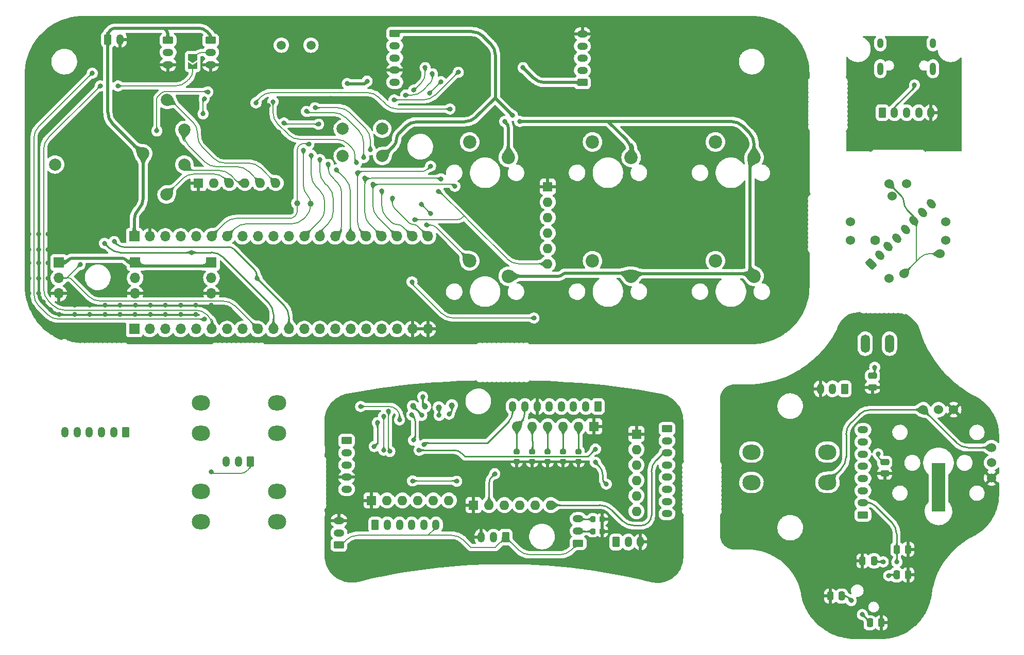
<source format=gbl>
%TF.GenerationSoftware,KiCad,Pcbnew,(6.0.9)*%
%TF.CreationDate,2022-11-09T22:31:10+01:00*%
%TF.ProjectId,libre-MIG-rounded,6c696272-652d-44d4-9947-2d726f756e64,v0.1*%
%TF.SameCoordinates,Original*%
%TF.FileFunction,Copper,L2,Bot*%
%TF.FilePolarity,Positive*%
%FSLAX46Y46*%
G04 Gerber Fmt 4.6, Leading zero omitted, Abs format (unit mm)*
G04 Created by KiCad (PCBNEW (6.0.9)) date 2022-11-09 22:31:10*
%MOMM*%
%LPD*%
G01*
G04 APERTURE LIST*
G04 Aperture macros list*
%AMRoundRect*
0 Rectangle with rounded corners*
0 $1 Rounding radius*
0 $2 $3 $4 $5 $6 $7 $8 $9 X,Y pos of 4 corners*
0 Add a 4 corners polygon primitive as box body*
4,1,4,$2,$3,$4,$5,$6,$7,$8,$9,$2,$3,0*
0 Add four circle primitives for the rounded corners*
1,1,$1+$1,$2,$3*
1,1,$1+$1,$4,$5*
1,1,$1+$1,$6,$7*
1,1,$1+$1,$8,$9*
0 Add four rect primitives between the rounded corners*
20,1,$1+$1,$2,$3,$4,$5,0*
20,1,$1+$1,$4,$5,$6,$7,0*
20,1,$1+$1,$6,$7,$8,$9,0*
20,1,$1+$1,$8,$9,$2,$3,0*%
%AMHorizOval*
0 Thick line with rounded ends*
0 $1 width*
0 $2 $3 position (X,Y) of the first rounded end (center of the circle)*
0 $4 $5 position (X,Y) of the second rounded end (center of the circle)*
0 Add line between two ends*
20,1,$1,$2,$3,$4,$5,0*
0 Add two circle primitives to create the rounded ends*
1,1,$1,$2,$3*
1,1,$1,$4,$5*%
%AMFreePoly0*
4,1,6,1.000000,0.000000,0.500000,-0.750000,-0.500000,-0.750000,-0.500000,0.750000,0.500000,0.750000,1.000000,0.000000,1.000000,0.000000,$1*%
%AMFreePoly1*
4,1,6,0.500000,-0.750000,-0.650000,-0.750000,-0.150000,0.000000,-0.650000,0.750000,0.500000,0.750000,0.500000,-0.750000,0.500000,-0.750000,$1*%
G04 Aperture macros list end*
%TA.AperFunction,ComponentPad*%
%ADD10O,3.000000X2.500000*%
%TD*%
%TA.AperFunction,ComponentPad*%
%ADD11RoundRect,0.250000X0.625000X-0.350000X0.625000X0.350000X-0.625000X0.350000X-0.625000X-0.350000X0*%
%TD*%
%TA.AperFunction,ComponentPad*%
%ADD12O,1.750000X1.200000*%
%TD*%
%TA.AperFunction,ComponentPad*%
%ADD13O,1.000000X1.600000*%
%TD*%
%TA.AperFunction,ComponentPad*%
%ADD14O,1.000000X2.100000*%
%TD*%
%TA.AperFunction,ComponentPad*%
%ADD15RoundRect,0.250000X-0.625000X0.350000X-0.625000X-0.350000X0.625000X-0.350000X0.625000X0.350000X0*%
%TD*%
%TA.AperFunction,ComponentPad*%
%ADD16O,1.500000X3.000000*%
%TD*%
%TA.AperFunction,ComponentPad*%
%ADD17R,1.600000X1.600000*%
%TD*%
%TA.AperFunction,ComponentPad*%
%ADD18O,1.600000X1.600000*%
%TD*%
%TA.AperFunction,ComponentPad*%
%ADD19C,2.000000*%
%TD*%
%TA.AperFunction,ComponentPad*%
%ADD20R,1.700000X1.700000*%
%TD*%
%TA.AperFunction,ComponentPad*%
%ADD21O,1.700000X1.700000*%
%TD*%
%TA.AperFunction,ComponentPad*%
%ADD22RoundRect,0.250000X-0.350000X-0.625000X0.350000X-0.625000X0.350000X0.625000X-0.350000X0.625000X0*%
%TD*%
%TA.AperFunction,ComponentPad*%
%ADD23O,1.200000X1.750000*%
%TD*%
%TA.AperFunction,ComponentPad*%
%ADD24C,1.500000*%
%TD*%
%TA.AperFunction,WasherPad*%
%ADD25R,2.200000X8.000000*%
%TD*%
%TA.AperFunction,ComponentPad*%
%ADD26C,1.524000*%
%TD*%
%TA.AperFunction,ComponentPad*%
%ADD27RoundRect,0.250000X0.350000X0.625000X-0.350000X0.625000X-0.350000X-0.625000X0.350000X-0.625000X0*%
%TD*%
%TA.AperFunction,WasherPad*%
%ADD28C,1.600000*%
%TD*%
%TA.AperFunction,ComponentPad*%
%ADD29C,2.200000*%
%TD*%
%TA.AperFunction,ComponentPad*%
%ADD30RoundRect,0.250000X0.194454X-0.689429X0.689429X-0.194454X-0.194454X0.689429X-0.689429X0.194454X0*%
%TD*%
%TA.AperFunction,ComponentPad*%
%ADD31HorizOval,1.200000X-0.194454X0.194454X0.194454X-0.194454X0*%
%TD*%
%TA.AperFunction,SMDPad,CuDef*%
%ADD32C,1.000000*%
%TD*%
%TA.AperFunction,SMDPad,CuDef*%
%ADD33RoundRect,0.225000X-0.250000X0.225000X-0.250000X-0.225000X0.250000X-0.225000X0.250000X0.225000X0*%
%TD*%
%TA.AperFunction,SMDPad,CuDef*%
%ADD34RoundRect,0.250000X0.250000X0.475000X-0.250000X0.475000X-0.250000X-0.475000X0.250000X-0.475000X0*%
%TD*%
%TA.AperFunction,SMDPad,CuDef*%
%ADD35RoundRect,0.250000X-0.475000X0.250000X-0.475000X-0.250000X0.475000X-0.250000X0.475000X0.250000X0*%
%TD*%
%TA.AperFunction,SMDPad,CuDef*%
%ADD36FreePoly0,270.000000*%
%TD*%
%TA.AperFunction,SMDPad,CuDef*%
%ADD37FreePoly1,270.000000*%
%TD*%
%TA.AperFunction,SMDPad,CuDef*%
%ADD38RoundRect,0.250000X-0.250000X-0.475000X0.250000X-0.475000X0.250000X0.475000X-0.250000X0.475000X0*%
%TD*%
%TA.AperFunction,SMDPad,CuDef*%
%ADD39RoundRect,0.225000X-0.225000X-0.250000X0.225000X-0.250000X0.225000X0.250000X-0.225000X0.250000X0*%
%TD*%
%TA.AperFunction,ViaPad*%
%ADD40C,0.800000*%
%TD*%
%TA.AperFunction,Conductor*%
%ADD41C,0.500000*%
%TD*%
%TA.AperFunction,Conductor*%
%ADD42C,0.250000*%
%TD*%
%TA.AperFunction,Conductor*%
%ADD43C,0.200000*%
%TD*%
%TA.AperFunction,Conductor*%
%ADD44C,0.150000*%
%TD*%
G04 APERTURE END LIST*
D10*
%TO.P,SW2,1,1*%
%TO.N,/Trigger/Stage1*%
X146450001Y-172185787D03*
X158950001Y-172185787D03*
%TO.P,SW2,2,2*%
%TO.N,Net-(R3-Pad2)*%
X146450001Y-167185787D03*
X158950001Y-167185787D03*
%TD*%
D11*
%TO.P,J10,1,Pin_1*%
%TO.N,+3V3*%
X208450000Y-190249000D03*
D12*
%TO.P,J10,2,Pin_2*%
%TO.N,/IO Controller/Stage1*%
X208450000Y-188249000D03*
%TO.P,J10,3,Pin_3*%
%TO.N,/IO Controller/Stage2*%
X208450000Y-186249000D03*
%TD*%
D13*
%TO.P,P1,S1,SHIELD*%
%TO.N,Net-(C10-Pad1)*%
X258123000Y-108000000D03*
D14*
X266763000Y-112180000D03*
X258123000Y-112180000D03*
D13*
X266763000Y-108000000D03*
%TD*%
D15*
%TO.P,J3,1,Pin_1*%
%TO.N,+3V3*%
X141050000Y-107500000D03*
D12*
%TO.P,J3,2,Pin_2*%
%TO.N,/MCU/YawIn*%
X141050000Y-109500000D03*
%TO.P,J3,3,Pin_3*%
%TO.N,GND*%
X141050000Y-111500000D03*
%TD*%
D16*
%TO.P,SW16,1,1*%
%TO.N,+3V3*%
X255634000Y-157415870D03*
%TO.P,SW16,2,2*%
%TO.N,/Face Plate/BigRed*%
X259634000Y-157415870D03*
%TD*%
D17*
%TO.P,RN6,1,common*%
%TO.N,GND*%
X191268000Y-183977000D03*
D18*
%TO.P,RN6,2,R1*%
%TO.N,/IO Controller/FlipIn*%
X193808000Y-183977000D03*
%TO.P,RN6,3,R2*%
%TO.N,/IO Controller/BigRed*%
X196348000Y-183977000D03*
%TO.P,RN6,4,R3*%
%TO.N,/IO Controller/Stage1*%
X198888000Y-183977000D03*
%TO.P,RN6,5,R4*%
%TO.N,/IO Controller/Stage2*%
X201428000Y-183977000D03*
%TO.P,RN6,6,R5*%
%TO.N,/IO Controller/CenterButt*%
X203968000Y-183977000D03*
%TD*%
D17*
%TO.P,RN3,1,common*%
%TO.N,GND*%
X211080000Y-171023000D03*
D18*
%TO.P,RN3,2,R1*%
%TO.N,/IO Controller/DirU1*%
X208540000Y-171023000D03*
%TO.P,RN3,3,R2*%
%TO.N,/IO Controller/DirR1*%
X206000000Y-171023000D03*
%TO.P,RN3,4,R3*%
%TO.N,/IO Controller/DirC1*%
X203460000Y-171023000D03*
%TO.P,RN3,5,R4*%
%TO.N,/IO Controller/DirL1*%
X200920000Y-171023000D03*
%TO.P,RN3,6,R5*%
%TO.N,/IO Controller/DirD1*%
X198380000Y-171023000D03*
%TD*%
D17*
%TO.P,RN1,1,common*%
%TO.N,GND*%
X203454000Y-131584000D03*
D18*
%TO.P,RN1,2,R1*%
%TO.N,/MCU/SW1*%
X203454000Y-134124000D03*
%TO.P,RN1,3,R2*%
%TO.N,/MCU/SW2*%
X203454000Y-136664000D03*
%TO.P,RN1,4,R3*%
%TO.N,/MCU/SW3*%
X203454000Y-139204000D03*
%TO.P,RN1,5,R4*%
%TO.N,/MCU/SW4*%
X203454000Y-141744000D03*
%TO.P,RN1,6,R5*%
%TO.N,/MCU/SW5*%
X203454000Y-144284000D03*
%TD*%
D10*
%TO.P,SW1,1,1*%
%TO.N,+3V3*%
X236934000Y-180255870D03*
X249434000Y-180255870D03*
%TO.P,SW1,2,2*%
%TO.N,/Face Plate/CenterButt*%
X249434000Y-175255870D03*
X236934000Y-175255870D03*
%TD*%
D15*
%TO.P,J12,1,Pin_1*%
%TO.N,/IO Controller/Axis1*%
X223060000Y-171389000D03*
D12*
%TO.P,J12,2,Pin_2*%
%TO.N,/IO Controller/Axis2*%
X223060000Y-173389000D03*
%TO.P,J12,3,Pin_3*%
%TO.N,/IO Controller/CenterButt*%
X223060000Y-175389000D03*
%TO.P,J12,4,Pin_4*%
%TO.N,/IO Controller/DirC*%
X223060000Y-177389000D03*
%TO.P,J12,5,Pin_5*%
%TO.N,/IO Controller/DirL*%
X223060000Y-179389000D03*
%TO.P,J12,6,Pin_6*%
%TO.N,/IO Controller/DirR*%
X223060000Y-181389000D03*
%TO.P,J12,7,Pin_7*%
%TO.N,/IO Controller/DirU*%
X223060000Y-183389000D03*
%TO.P,J12,8,Pin_8*%
%TO.N,/IO Controller/DirD*%
X223060000Y-185389000D03*
%TD*%
D17*
%TO.P,RN2,1,common*%
%TO.N,GND*%
X146050000Y-131000000D03*
D18*
%TO.P,RN2,2,R1*%
%TO.N,/MCU/SW6*%
X148590000Y-131000000D03*
%TO.P,RN2,3,R2*%
%TO.N,/MCU/Rot1*%
X151130000Y-131000000D03*
%TO.P,RN2,4,R3*%
%TO.N,/MCU/Rot2*%
X153670000Y-131000000D03*
%TO.P,RN2,5,R4*%
%TO.N,/MCU/Rot3*%
X156210000Y-131000000D03*
%TO.P,RN2,6,R5*%
%TO.N,/MCU/Rot4*%
X158750000Y-131000000D03*
%TD*%
D19*
%TO.P,SW4,1,1*%
%TO.N,+3V3*%
X176250000Y-126550000D03*
X169750000Y-126550000D03*
%TO.P,SW4,2,2*%
%TO.N,Net-(R9-Pad2)*%
X169750000Y-122050000D03*
X176250000Y-122050000D03*
%TD*%
D20*
%TO.P,J6,1,Pin_1*%
%TO.N,+3V3*%
X135500000Y-139760000D03*
D21*
%TO.P,J6,2,Pin_2*%
%TO.N,GND*%
X138040000Y-139760000D03*
%TO.P,J6,3,Pin_3*%
%TO.N,unconnected-(J6-Pad3)*%
X140580000Y-139760000D03*
%TO.P,J6,4,Pin_4*%
%TO.N,/MCU/SW5*%
X143120000Y-139760000D03*
%TO.P,J6,5,Pin_5*%
%TO.N,/MCU/SW4*%
X145660000Y-139760000D03*
%TO.P,J6,6,Pin_6*%
%TO.N,/MCU/SCL*%
X148200000Y-139760000D03*
%TO.P,J6,7,Pin_7*%
%TO.N,/MCU/SDA*%
X150740000Y-139760000D03*
%TO.P,J6,8,Pin_8*%
%TO.N,unconnected-(J6-Pad8)*%
X153280000Y-139760000D03*
%TO.P,J6,9,Pin_9*%
%TO.N,unconnected-(J6-Pad9)*%
X155820000Y-139760000D03*
%TO.P,J6,10,Pin_10*%
%TO.N,unconnected-(J6-Pad10)*%
X158360000Y-139760000D03*
%TO.P,J6,11,Pin_11*%
%TO.N,unconnected-(J6-Pad11)*%
X160900000Y-139760000D03*
%TO.P,J6,12,Pin_12*%
%TO.N,/MCU/RTS*%
X163440000Y-139760000D03*
%TO.P,J6,13,Pin_13*%
%TO.N,/MCU/CTS*%
X165980000Y-139760000D03*
%TO.P,J6,14,Pin_14*%
%TO.N,/MCU/RxD*%
X168520000Y-139760000D03*
%TO.P,J6,15,Pin_15*%
%TO.N,/MCU/TxD*%
X171060000Y-139760000D03*
%TO.P,J6,16,Pin_16*%
%TO.N,/MCU/EN*%
X173600000Y-139760000D03*
%TO.P,J6,17,Pin_17*%
%TO.N,/MCU/SW3*%
X176140000Y-139760000D03*
%TO.P,J6,18,Pin_18*%
%TO.N,/MCU/SW2*%
X178680000Y-139760000D03*
%TO.P,J6,19,Pin_19*%
%TO.N,/MCU/Rot4*%
X181220000Y-139760000D03*
%TO.P,J6,20,Pin_20*%
%TO.N,/MCU/Rot3*%
X183760000Y-139760000D03*
%TD*%
D22*
%TO.P,J9,1,Pin_1*%
%TO.N,+3V3*%
X214700000Y-190049000D03*
D23*
%TO.P,J9,2,Pin_2*%
%TO.N,/IO Controller/BigRed*%
X216700000Y-190049000D03*
%TO.P,J9,3,Pin_3*%
%TO.N,GND*%
X218700000Y-190049000D03*
%TD*%
D15*
%TO.P,J13,1,Pin_1*%
%TO.N,+3V3*%
X170399000Y-173373000D03*
D12*
%TO.P,J13,2,Pin_2*%
%TO.N,/IO Controller/SDA*%
X170399000Y-175373000D03*
%TO.P,J13,3,Pin_3*%
%TO.N,/IO Controller/SCL*%
X170399000Y-177373000D03*
%TO.P,J13,4,Pin_4*%
%TO.N,GND*%
X170399000Y-179373000D03*
%TO.P,J13,5,Pin_5*%
%TO.N,/IO Controller/EN*%
X170399000Y-181373000D03*
%TD*%
D24*
%TO.P,Y1,1,1*%
%TO.N,Net-(C18-Pad2)*%
X159663000Y-108300000D03*
%TO.P,Y1,2,2*%
%TO.N,Net-(C17-Pad2)*%
X164543000Y-108300000D03*
%TD*%
D20*
%TO.P,J7,1,Pin_1*%
%TO.N,unconnected-(J7-Pad1)*%
X135500000Y-155000000D03*
D21*
%TO.P,J7,2,Pin_2*%
%TO.N,unconnected-(J7-Pad2)*%
X138040000Y-155000000D03*
%TO.P,J7,3,Pin_3*%
%TO.N,unconnected-(J7-Pad3)*%
X140580000Y-155000000D03*
%TO.P,J7,4,Pin_4*%
%TO.N,unconnected-(J7-Pad4)*%
X143120000Y-155000000D03*
%TO.P,J7,5,Pin_5*%
%TO.N,/MCU/SW1*%
X145660000Y-155000000D03*
%TO.P,J7,6,Pin_6*%
%TO.N,/MCU/PitchIn2*%
X148200000Y-155000000D03*
%TO.P,J7,7,Pin_7*%
%TO.N,/MCU/YawIn2*%
X150740000Y-155000000D03*
%TO.P,J7,8,Pin_8*%
%TO.N,unconnected-(J7-Pad8)*%
X153280000Y-155000000D03*
%TO.P,J7,9,Pin_9*%
%TO.N,/MCU/Togg1*%
X155820000Y-155000000D03*
%TO.P,J7,10,Pin_10*%
%TO.N,/MCU/Togg2*%
X158360000Y-155000000D03*
%TO.P,J7,11,Pin_11*%
%TO.N,/MCU/Togg3*%
X160900000Y-155000000D03*
%TO.P,J7,12,Pin_12*%
%TO.N,/MCU/SW6*%
X163440000Y-155000000D03*
%TO.P,J7,13,Pin_13*%
%TO.N,unconnected-(J7-Pad13)*%
X165980000Y-155000000D03*
%TO.P,J7,14,Pin_14*%
%TO.N,unconnected-(J7-Pad14)*%
X168520000Y-155000000D03*
%TO.P,J7,15,Pin_15*%
%TO.N,/MCU/Rot2*%
X171060000Y-155000000D03*
%TO.P,J7,16,Pin_16*%
%TO.N,/MCU/Rot1*%
X173600000Y-155000000D03*
%TO.P,J7,17,Pin_17*%
%TO.N,/MCU/NRST*%
X176140000Y-155000000D03*
%TO.P,J7,18,Pin_18*%
%TO.N,+3V3*%
X178680000Y-155000000D03*
%TO.P,J7,19,Pin_19*%
%TO.N,GND*%
X181220000Y-155000000D03*
%TO.P,J7,20,Pin_20*%
X183760000Y-155000000D03*
%TD*%
D11*
%TO.P,J14,1,Pin_1*%
%TO.N,+3V3*%
X169128000Y-190549000D03*
D12*
%TO.P,J14,2,Pin_2*%
%TO.N,/IO Controller/TwistIn*%
X169128000Y-188549000D03*
%TO.P,J14,3,Pin_3*%
%TO.N,GND*%
X169128000Y-186549000D03*
%TD*%
D11*
%TO.P,J4,1,Pin_1*%
%TO.N,+5V*%
X209157000Y-114449000D03*
D12*
%TO.P,J4,2,Pin_2*%
%TO.N,/MCU/CC*%
X209157000Y-112449000D03*
%TO.P,J4,3,Pin_3*%
%TO.N,Net-(C2-Pad1)*%
X209157000Y-110449000D03*
%TO.P,J4,4,Pin_4*%
%TO.N,Net-(C3-Pad1)*%
X209157000Y-108449000D03*
%TO.P,J4,5,Pin_5*%
%TO.N,GND*%
X209157000Y-106449000D03*
%TD*%
D22*
%TO.P,J15,1,Pin_1*%
%TO.N,/IO Controller/SideA*%
X175092000Y-187237000D03*
D23*
%TO.P,J15,2,Pin_2*%
%TO.N,/IO Controller/SideB*%
X177092000Y-187237000D03*
%TO.P,J15,3,Pin_3*%
%TO.N,/IO Controller/SideC*%
X179092000Y-187237000D03*
%TO.P,J15,4,Pin_4*%
%TO.N,/IO Controller/SideD*%
X181092000Y-187237000D03*
%TO.P,J15,5,Pin_5*%
%TO.N,/IO Controller/SideCenter*%
X183092000Y-187237000D03*
%TO.P,J15,6,Pin_6*%
%TO.N,+3V3*%
X185092000Y-187237000D03*
%TD*%
D10*
%TO.P,SW3,1,1*%
%TO.N,/Trigger/Stage2*%
X146450001Y-186700001D03*
X158950001Y-186700001D03*
%TO.P,SW3,2,2*%
%TO.N,Net-(R4-Pad2)*%
X146450001Y-181700001D03*
X158950001Y-181700001D03*
%TD*%
D17*
%TO.P,RN4,1,common*%
%TO.N,GND*%
X218043000Y-172293000D03*
D18*
%TO.P,RN4,2,R1*%
%TO.N,/IO Controller/DirC*%
X218043000Y-174833000D03*
%TO.P,RN4,3,R2*%
%TO.N,/IO Controller/DirL*%
X218043000Y-177373000D03*
%TO.P,RN4,4,R3*%
%TO.N,/IO Controller/DirR*%
X218043000Y-179913000D03*
%TO.P,RN4,5,R4*%
%TO.N,/IO Controller/DirU*%
X218043000Y-182453000D03*
%TO.P,RN4,6,R5*%
%TO.N,/IO Controller/DirD*%
X218043000Y-184993000D03*
%TD*%
D25*
%TO.P,VR1,*%
%TO.N,*%
X267684000Y-181015870D03*
D26*
%TO.P,VR1,1,1*%
%TO.N,+3V3*%
X265184000Y-168285870D03*
%TO.P,VR1,2,2*%
%TO.N,/Face Plate/Axis2*%
X267684000Y-168285870D03*
%TO.P,VR1,3,3*%
%TO.N,GND*%
X270184000Y-168285870D03*
%TO.P,VR1,4,4*%
%TO.N,+3V3*%
X276414000Y-174515870D03*
%TO.P,VR1,5,5*%
%TO.N,/Face Plate/Axis1*%
X276414000Y-177015870D03*
%TO.P,VR1,6,6*%
%TO.N,GND*%
X276414000Y-179515870D03*
%TD*%
D17*
%TO.P,RN5,1,common*%
%TO.N,GND*%
X174504000Y-183215000D03*
D18*
%TO.P,RN5,2,R1*%
%TO.N,/IO Controller/SideA*%
X177044000Y-183215000D03*
%TO.P,RN5,3,R2*%
%TO.N,/IO Controller/SideB*%
X179584000Y-183215000D03*
%TO.P,RN5,4,R3*%
%TO.N,/IO Controller/SideC*%
X182124000Y-183215000D03*
%TO.P,RN5,5,R4*%
%TO.N,/IO Controller/SideD*%
X184664000Y-183215000D03*
%TO.P,RN5,6,R5*%
%TO.N,/IO Controller/SideCenter*%
X187204000Y-183215000D03*
%TD*%
D22*
%TO.P,J16,1,Pin_1*%
%TO.N,+3V3*%
X131157000Y-107349000D03*
D23*
%TO.P,J16,2,Pin_2*%
%TO.N,GND*%
X133157000Y-107349000D03*
%TD*%
D27*
%TO.P,J8,1,Pin_1*%
%TO.N,+3V3*%
X196543000Y-189250000D03*
D23*
%TO.P,J8,2,Pin_2*%
%TO.N,/IO Controller/FlipIn*%
X194543000Y-189250000D03*
%TO.P,J8,3,Pin_3*%
%TO.N,GND*%
X192543000Y-189250000D03*
%TD*%
D28*
%TO.P,SW15,*%
%TO.N,*%
X257250205Y-140374205D03*
D26*
%TO.P,SW15,1,U*%
%TO.N,/Encoder/DirU1*%
X259550205Y-146674205D03*
%TO.P,SW15,2,L*%
%TO.N,/Encoder/DirL1*%
X268850205Y-140374205D03*
%TO.P,SW15,3,D*%
%TO.N,/Encoder/DirD1*%
X262450205Y-131074205D03*
%TO.P,SW15,4,R*%
%TO.N,/Encoder/DirR1*%
X253250205Y-137374205D03*
%TO.P,SW15,5,Push*%
%TO.N,GND*%
X262050205Y-145874205D03*
%TO.P,SW15,6,Com*%
%TO.N,/Encoder/DirC1*%
X260050205Y-133094205D03*
%TO.P,SW15,A,A*%
%TO.N,/Encoder/EncodeA*%
X253250205Y-140374205D03*
%TO.P,SW15,B,B*%
%TO.N,/Encoder/EncodeB*%
X268850205Y-137374205D03*
%TO.P,SW15,C,C*%
%TO.N,GND*%
X259550205Y-131074205D03*
%TO.P,SW15,GND*%
X267910205Y-142624205D03*
%TD*%
D15*
%TO.P,J2,1,Pin_1*%
%TO.N,+3V3*%
X148050000Y-107500000D03*
D12*
%TO.P,J2,2,Pin_2*%
%TO.N,/MCU/PitchIn*%
X148050000Y-109500000D03*
%TO.P,J2,3,Pin_3*%
%TO.N,GND*%
X148050000Y-111500000D03*
%TD*%
D22*
%TO.P,J5,1,Pin_1*%
%TO.N,+5V*%
X258443000Y-119400000D03*
D23*
%TO.P,J5,2,Pin_2*%
%TO.N,Net-(J5-Pad2)*%
X260443000Y-119400000D03*
%TO.P,J5,3,Pin_3*%
%TO.N,Net-(D1-Pad1)*%
X262443000Y-119400000D03*
%TO.P,J5,4,Pin_4*%
%TO.N,Net-(D2-Pad1)*%
X264443000Y-119400000D03*
%TO.P,J5,5,Pin_5*%
%TO.N,GND*%
X266443000Y-119400000D03*
%TD*%
D15*
%TO.P,J1,1,Pin_1*%
%TO.N,+3V3*%
X178300000Y-106400000D03*
D12*
%TO.P,J1,2,Pin_2*%
%TO.N,/MCU/SDA*%
X178300000Y-108400000D03*
%TO.P,J1,3,Pin_3*%
%TO.N,/MCU/SCL*%
X178300000Y-110400000D03*
%TO.P,J1,4,Pin_4*%
%TO.N,GND*%
X178300000Y-112400000D03*
%TO.P,J1,5,Pin_5*%
%TO.N,/MCU/EN*%
X178300000Y-114400000D03*
%TD*%
D29*
%TO.P,SW12,1,1*%
%TO.N,/MCU/SW5*%
X210820000Y-143776000D03*
%TO.P,SW12,2,2*%
%TO.N,+3V3*%
X217170000Y-146316000D03*
%TD*%
%TO.P,SW8,1,1*%
%TO.N,/MCU/SW1*%
X190620000Y-124218000D03*
%TO.P,SW8,2,2*%
%TO.N,+3V3*%
X196970000Y-126758000D03*
%TD*%
D30*
%TO.P,J21,1,Pin_1*%
%TO.N,/Encoder/EncodeA*%
X256589367Y-144288861D03*
D31*
%TO.P,J21,2,Pin_2*%
%TO.N,/Encoder/DirU1*%
X258003581Y-142874647D03*
%TO.P,J21,3,Pin_3*%
%TO.N,/Encoder/DirR1*%
X259417794Y-141460434D03*
%TO.P,J21,4,Pin_4*%
%TO.N,/Encoder/DirC1*%
X260832008Y-140046220D03*
%TO.P,J21,5,Pin_5*%
%TO.N,/Encoder/DirL1*%
X262246221Y-138632007D03*
%TO.P,J21,6,Pin_6*%
%TO.N,GND*%
X263660435Y-137217793D03*
%TO.P,J21,7,Pin_7*%
%TO.N,/Encoder/DirD1*%
X265074648Y-135803580D03*
%TO.P,J21,8,Pin_8*%
%TO.N,/Encoder/EncodeB*%
X266488862Y-134389366D03*
%TD*%
D32*
%TO.P,TP7,1,1*%
%TO.N,/IO Controller/IN_xtra2*%
X187700000Y-167549000D03*
%TD*%
D27*
%TO.P,J11,1,Pin_1*%
%TO.N,/IO Controller/EncodeA*%
X211700000Y-167749000D03*
D23*
%TO.P,J11,2,Pin_2*%
%TO.N,/IO Controller/DirU1*%
X209700000Y-167749000D03*
%TO.P,J11,3,Pin_3*%
%TO.N,/IO Controller/DirR1*%
X207700000Y-167749000D03*
%TO.P,J11,4,Pin_4*%
%TO.N,/IO Controller/DirC1*%
X205700000Y-167749000D03*
%TO.P,J11,5,Pin_5*%
%TO.N,/IO Controller/DirL1*%
X203700000Y-167749000D03*
%TO.P,J11,6,Pin_6*%
%TO.N,GND*%
X201700000Y-167749000D03*
%TO.P,J11,7,Pin_7*%
%TO.N,/IO Controller/DirD1*%
X199700000Y-167749000D03*
%TO.P,J11,8,Pin_8*%
%TO.N,/IO Controller/EncodeB*%
X197700000Y-167749000D03*
%TD*%
D29*
%TO.P,SW9,1,1*%
%TO.N,/MCU/SW2*%
X210820000Y-124218000D03*
%TO.P,SW9,2,2*%
%TO.N,+3V3*%
X217170000Y-126758000D03*
%TD*%
D11*
%TO.P,J19,1,Pin_1*%
%TO.N,/Face Plate/DirD*%
X255265000Y-185600870D03*
D12*
%TO.P,J19,2,Pin_2*%
%TO.N,/Face Plate/DirU*%
X255265000Y-183600870D03*
%TO.P,J19,3,Pin_3*%
%TO.N,/Face Plate/DirR*%
X255265000Y-181600870D03*
%TO.P,J19,4,Pin_4*%
%TO.N,/Face Plate/DirL*%
X255265000Y-179600870D03*
%TO.P,J19,5,Pin_5*%
%TO.N,/Face Plate/DirC*%
X255265000Y-177600870D03*
%TO.P,J19,6,Pin_6*%
%TO.N,/Face Plate/CenterButt*%
X255265000Y-175600870D03*
%TO.P,J19,7,Pin_7*%
%TO.N,/Face Plate/Axis2*%
X255265000Y-173600870D03*
%TO.P,J19,8,Pin_8*%
%TO.N,/Face Plate/Axis1*%
X255265000Y-171600870D03*
%TD*%
D19*
%TO.P,SW14,*%
%TO.N,*%
X122475000Y-127936000D03*
%TO.P,SW14,1,CM*%
%TO.N,+3V3*%
X136964000Y-126121000D03*
%TO.P,SW14,2,D0*%
%TO.N,/MCU/Rot1*%
X140800000Y-132886000D03*
%TO.P,SW14,3,D1*%
%TO.N,/MCU/Rot2*%
X143725000Y-127936000D03*
%TO.P,SW14,4,D2*%
%TO.N,/MCU/Rot3*%
X143725000Y-122236000D03*
%TO.P,SW14,5,D3*%
%TO.N,/MCU/Rot4*%
X140870000Y-117306000D03*
%TD*%
D33*
%TO.P,C25,1*%
%TO.N,/IO Controller/DirC1*%
X203443000Y-175225000D03*
%TO.P,C25,2*%
%TO.N,GND*%
X203443000Y-176775000D03*
%TD*%
D32*
%TO.P,TP1,1,1*%
%TO.N,/MCU/SDA*%
X164500000Y-134400000D03*
%TD*%
D34*
%TO.P,C32,1*%
%TO.N,/Face Plate/DirD*%
X251793000Y-198951000D03*
%TO.P,C32,2*%
%TO.N,GND*%
X249893000Y-198951000D03*
%TD*%
D27*
%TO.P,J17,1,Pin_1*%
%TO.N,/Trigger/SideA*%
X134105696Y-171948368D03*
D23*
%TO.P,J17,2,Pin_2*%
%TO.N,/Trigger/SideB*%
X132105696Y-171948368D03*
%TO.P,J17,3,Pin_3*%
%TO.N,/Trigger/SideC*%
X130105696Y-171948368D03*
%TO.P,J17,4,Pin_4*%
%TO.N,/Trigger/SideD*%
X128105696Y-171948368D03*
%TO.P,J17,5,Pin_5*%
%TO.N,/Trigger/SideCenter*%
X126105696Y-171948368D03*
%TO.P,J17,6,Pin_6*%
%TO.N,+3V3*%
X124105696Y-171948368D03*
%TD*%
D35*
%TO.P,C30,1*%
%TO.N,/Face Plate/BigRed*%
X256843000Y-162701000D03*
%TO.P,C30,2*%
%TO.N,GND*%
X256843000Y-164601000D03*
%TD*%
D36*
%TO.P,JP2,1,A*%
%TO.N,/MCU/PitchIn*%
X145100000Y-110275000D03*
D37*
%TO.P,JP2,2,B*%
%TO.N,/MCU/PitchIn2*%
X145100000Y-111725000D03*
%TD*%
D32*
%TO.P,TP8,1,1*%
%TO.N,/IO Controller/IN_xtra4*%
X185549000Y-167912000D03*
%TD*%
D29*
%TO.P,SW13,1,1*%
%TO.N,/MCU/SW6*%
X231020000Y-143776000D03*
%TO.P,SW13,2,2*%
%TO.N,+3V3*%
X237370000Y-146316000D03*
%TD*%
D38*
%TO.P,C31,1*%
%TO.N,/Face Plate/DirR*%
X256393000Y-203351000D03*
%TO.P,C31,2*%
%TO.N,GND*%
X258293000Y-203351000D03*
%TD*%
D34*
%TO.P,C28,1*%
%TO.N,/Face Plate/DirL*%
X257093000Y-193151000D03*
%TO.P,C28,2*%
%TO.N,GND*%
X255193000Y-193151000D03*
%TD*%
D32*
%TO.P,TP2,1,1*%
%TO.N,/MCU/SCL*%
X162300000Y-134300000D03*
%TD*%
D20*
%TO.P,SW5,1,A*%
%TO.N,+3V3*%
X123100000Y-144075000D03*
D21*
%TO.P,SW5,2,B*%
%TO.N,/MCU/Togg1*%
X123100000Y-146615000D03*
%TO.P,SW5,3,C*%
%TO.N,GND*%
X123100000Y-149155000D03*
%TD*%
D35*
%TO.P,C29,1*%
%TO.N,/Face Plate/CenterButt*%
X258843000Y-176901000D03*
%TO.P,C29,2*%
%TO.N,GND*%
X258843000Y-178801000D03*
%TD*%
D33*
%TO.P,C33,1*%
%TO.N,/IO Controller/DirR1*%
X205993000Y-175225000D03*
%TO.P,C33,2*%
%TO.N,GND*%
X205993000Y-176775000D03*
%TD*%
%TO.P,C36,1*%
%TO.N,/IO Controller/DirU1*%
X208543000Y-175225000D03*
%TO.P,C36,2*%
%TO.N,GND*%
X208543000Y-176775000D03*
%TD*%
D39*
%TO.P,C42,1*%
%TO.N,/IO Controller/Stage1*%
X210868000Y-188300000D03*
%TO.P,C42,2*%
%TO.N,GND*%
X212418000Y-188300000D03*
%TD*%
D33*
%TO.P,C35,1*%
%TO.N,/IO Controller/DirD1*%
X198343000Y-175225000D03*
%TO.P,C35,2*%
%TO.N,GND*%
X198343000Y-176775000D03*
%TD*%
D38*
%TO.P,C27,1*%
%TO.N,/Face Plate/DirU*%
X260793000Y-191251000D03*
%TO.P,C27,2*%
%TO.N,GND*%
X262693000Y-191251000D03*
%TD*%
D20*
%TO.P,SW7,1,A*%
%TO.N,+3V3*%
X148181000Y-144075000D03*
D21*
%TO.P,SW7,2,B*%
%TO.N,/MCU/Togg3*%
X148181000Y-146615000D03*
%TO.P,SW7,3,C*%
%TO.N,GND*%
X148181000Y-149155000D03*
%TD*%
D27*
%TO.P,J20,1,Pin_1*%
%TO.N,+3V3*%
X252275000Y-164842870D03*
D23*
%TO.P,J20,2,Pin_2*%
%TO.N,/Face Plate/BigRed*%
X250275000Y-164842870D03*
%TO.P,J20,3,Pin_3*%
%TO.N,GND*%
X248275000Y-164842870D03*
%TD*%
D29*
%TO.P,SW10,1,1*%
%TO.N,/MCU/SW3*%
X231020000Y-124218000D03*
%TO.P,SW10,2,2*%
%TO.N,+3V3*%
X237370000Y-126758000D03*
%TD*%
D38*
%TO.P,C26,1*%
%TO.N,/Face Plate/DirC*%
X260793000Y-195451000D03*
%TO.P,C26,2*%
%TO.N,GND*%
X262693000Y-195451000D03*
%TD*%
D29*
%TO.P,SW11,1,1*%
%TO.N,/MCU/SW4*%
X190620000Y-143776000D03*
%TO.P,SW11,2,2*%
%TO.N,+3V3*%
X196970000Y-146316000D03*
%TD*%
D20*
%TO.P,SW6,1,A*%
%TO.N,+3V3*%
X135640500Y-144075000D03*
D21*
%TO.P,SW6,2,B*%
%TO.N,/MCU/Togg2*%
X135640500Y-146615000D03*
%TO.P,SW6,3,C*%
%TO.N,GND*%
X135640500Y-149155000D03*
%TD*%
D33*
%TO.P,C34,1*%
%TO.N,/IO Controller/DirL1*%
X200893000Y-175225000D03*
%TO.P,C34,2*%
%TO.N,GND*%
X200893000Y-176775000D03*
%TD*%
D39*
%TO.P,C43,1*%
%TO.N,/IO Controller/Stage2*%
X210868000Y-186300000D03*
%TO.P,C43,2*%
%TO.N,GND*%
X212418000Y-186300000D03*
%TD*%
D32*
%TO.P,TP9,1,1*%
%TO.N,/IO Controller/IN_xtra6*%
X183300000Y-167749000D03*
%TD*%
%TO.P,TP10,1,1*%
%TO.N,/IO Controller/IN_xtra8*%
X181300000Y-167712000D03*
%TD*%
D27*
%TO.P,J18,1,Pin_1*%
%TO.N,+3V3*%
X154600001Y-176800001D03*
D23*
%TO.P,J18,2,Pin_2*%
%TO.N,/Trigger/Stage1*%
X152600001Y-176800001D03*
%TO.P,J18,3,Pin_3*%
%TO.N,/Trigger/Stage2*%
X150600001Y-176800001D03*
%TD*%
D40*
%TO.N,+5V*%
X199400000Y-112000000D03*
%TO.N,Net-(J5-Pad2)*%
X263743000Y-114850000D03*
%TO.N,GND*%
X151300000Y-110500000D03*
X165500000Y-122600000D03*
X138144440Y-151100000D03*
X128300000Y-118300000D03*
X132800000Y-113300000D03*
X136800000Y-121500000D03*
X167321000Y-113179000D03*
X180500000Y-166149000D03*
X154300000Y-115800000D03*
X145600000Y-152600000D03*
X168913000Y-110580000D03*
X121300000Y-141900000D03*
X118200000Y-149100000D03*
X168913000Y-106020000D03*
X177043000Y-194200000D03*
X153113000Y-112100000D03*
X145611104Y-151100000D03*
X188700000Y-176549000D03*
X126922224Y-154400000D03*
X131900000Y-126600000D03*
X127700000Y-120600000D03*
X180900000Y-174949000D03*
X129600000Y-116900000D03*
X140633328Y-151100000D03*
X149300000Y-152600000D03*
X181143000Y-194200000D03*
X121300000Y-146700000D03*
X152800000Y-115800000D03*
X131900000Y-123600000D03*
X140622216Y-152600000D03*
X143122216Y-151100000D03*
X119800000Y-149100000D03*
X168913000Y-109060000D03*
X168313000Y-112100000D03*
X152600000Y-114300000D03*
X199943000Y-180200000D03*
X119800000Y-146700000D03*
X131900000Y-135400000D03*
X132000000Y-129800000D03*
X175043000Y-194200000D03*
X164446336Y-104500000D03*
X124433336Y-154400000D03*
X130677776Y-151100000D03*
X135644440Y-152600000D03*
X175100000Y-168949000D03*
X118200000Y-141900000D03*
X151200000Y-115800000D03*
X179043000Y-194200000D03*
X134200000Y-121500000D03*
X153113000Y-110300000D03*
X148100000Y-151100000D03*
X131900000Y-132700000D03*
X162957448Y-104500000D03*
X129411112Y-154400000D03*
X160913000Y-113700000D03*
X163913000Y-113700000D03*
X168913000Y-107540000D03*
X125688888Y-152600000D03*
X157400000Y-120000000D03*
X123200000Y-152600000D03*
X130666664Y-152600000D03*
X154313000Y-113500000D03*
X149600000Y-115800000D03*
X162513000Y-113700000D03*
X119800000Y-141900000D03*
X131900000Y-138200000D03*
X155200000Y-121300000D03*
X190800000Y-110800000D03*
X127700000Y-129800000D03*
X147300000Y-123900000D03*
X127700000Y-132700000D03*
X133166664Y-151100000D03*
X138133328Y-152600000D03*
X168913000Y-104500000D03*
X183243000Y-194100000D03*
X143111104Y-152600000D03*
X127700000Y-138200000D03*
X128188888Y-151100000D03*
X131900000Y-154400000D03*
X128177776Y-152600000D03*
X118800000Y-151300000D03*
X165500000Y-124800000D03*
X127700000Y-126600000D03*
X151400000Y-113200000D03*
X120500000Y-150600000D03*
X153113000Y-106700000D03*
X155913000Y-113700000D03*
X157500000Y-118200000D03*
X159979672Y-104500000D03*
X135655552Y-151100000D03*
X121700000Y-151800000D03*
X167800000Y-117000000D03*
X155513000Y-104500000D03*
X160000000Y-118400000D03*
X188500000Y-171749000D03*
X118200000Y-146700000D03*
X121800000Y-154100000D03*
X129900000Y-113300000D03*
X122100000Y-124400000D03*
X154250000Y-105649000D03*
X133155552Y-152600000D03*
X161468560Y-104500000D03*
X167424112Y-104500000D03*
X141300000Y-121600000D03*
X125700000Y-151100000D03*
X118200000Y-144100000D03*
X149600000Y-119900000D03*
X153113000Y-108500000D03*
X157001896Y-104500000D03*
X150300000Y-112100000D03*
X126300000Y-113800000D03*
X127700000Y-123600000D03*
X120500000Y-122600000D03*
X127700000Y-141100000D03*
X157200000Y-122600000D03*
X118800000Y-121000000D03*
X119800000Y-139400000D03*
X120100000Y-153000000D03*
X121300000Y-139400000D03*
X159200000Y-122600000D03*
X121300000Y-144100000D03*
X165935224Y-104500000D03*
X158490784Y-104500000D03*
X127700000Y-135400000D03*
X118200000Y-139400000D03*
X127900000Y-115300000D03*
X119800000Y-144100000D03*
%TO.N,/MCU/SDA*%
X163300000Y-125600000D03*
%TO.N,/MCU/SCL*%
X164200000Y-124600000D03*
%TO.N,/MCU/EN*%
X172200000Y-129300000D03*
X184200000Y-128200000D03*
%TO.N,/IO Controller/FlipIn*%
X194749000Y-178812000D03*
%TO.N,/IO Controller/EncodeA*%
X182300000Y-174949000D03*
X211300000Y-174749000D03*
%TO.N,/IO Controller/EncodeB*%
X183131830Y-174024500D03*
%TO.N,/IO Controller/Axis1*%
X176500000Y-174949000D03*
X176500000Y-169349000D03*
%TO.N,/IO Controller/Axis2*%
X177300000Y-168549000D03*
X177500000Y-175149000D03*
%TO.N,/IO Controller/DirD*%
X211300000Y-176937500D03*
X213075500Y-180524500D03*
%TO.N,/IO Controller/SCL*%
X181400000Y-173300000D03*
X175449000Y-170412000D03*
X174925645Y-174340000D03*
X181100000Y-169149000D03*
%TO.N,/MCU/SW1*%
X147600000Y-116000000D03*
X187400000Y-118800000D03*
X155500000Y-117800000D03*
X139200000Y-122400000D03*
%TO.N,/MCU/SW2*%
X174700000Y-131200000D03*
X188200000Y-131500000D03*
%TO.N,+3V3*%
X197657000Y-119849000D03*
X179100000Y-169949000D03*
X196357000Y-120849000D03*
X148100001Y-178485787D03*
X198857000Y-120849000D03*
X172700000Y-167749000D03*
X170500000Y-114600000D03*
X173766000Y-114222000D03*
X181243000Y-180000000D03*
X188500000Y-180057000D03*
%TO.N,/MCU/SW3*%
X185899500Y-130300000D03*
X173400000Y-130200000D03*
%TO.N,/MCU/SW4*%
X163800000Y-119191500D03*
X173200000Y-126800000D03*
X183500000Y-137900000D03*
%TO.N,/MCU/SW5*%
X185500000Y-132400000D03*
X181600000Y-137000000D03*
X174300000Y-125500000D03*
X165200000Y-118600000D03*
%TO.N,/MCU/SW6*%
X201200000Y-153200000D03*
X181150000Y-147250000D03*
%TO.N,/MCU/TxD*%
X184000000Y-116200000D03*
X185900000Y-114300000D03*
X168700000Y-128825500D03*
%TO.N,/MCU/Togg1*%
X126600000Y-144400000D03*
%TO.N,/MCU/Togg2*%
X130600000Y-140900000D03*
X144900000Y-142400000D03*
%TO.N,/MCU/Togg3*%
X155650000Y-146650000D03*
X132200000Y-140600000D03*
%TO.N,/MCU/ADC3*%
X147000000Y-117100000D03*
X146800000Y-119600000D03*
%TO.N,Net-(R9-Pad2)*%
X165800000Y-121300000D03*
X160100000Y-121100000D03*
%TO.N,/MCU/Rot2*%
X184200000Y-136000000D03*
X182700000Y-134500000D03*
%TO.N,/MCU/Rot3*%
X177900000Y-133500000D03*
%TO.N,/MCU/Rot4*%
X176200000Y-132300000D03*
%TO.N,/MCU/RxD*%
X181400000Y-115700000D03*
X167400000Y-127900000D03*
X183300000Y-112000000D03*
%TO.N,/MCU/CTS*%
X180100000Y-116500000D03*
X166000000Y-127100000D03*
X184500000Y-113000000D03*
%TO.N,/MCU/RTS*%
X178200000Y-117300000D03*
X188757000Y-112749000D03*
X164600000Y-126400000D03*
%TO.N,/IO Controller/IN_xtra2*%
X187249000Y-169012000D03*
%TO.N,/IO Controller/IN_xtra4*%
X185601500Y-169212000D03*
%TO.N,/IO Controller/IN_xtra6*%
X182900000Y-166149000D03*
%TO.N,/MCU/NRST*%
X172026944Y-127626944D03*
X158300000Y-117600000D03*
%TO.N,/IO Controller/IN_xtra8*%
X182749000Y-169212000D03*
%TO.N,/Face Plate/CenterButt*%
X257743000Y-175551000D03*
%TO.N,/Face Plate/DirC*%
X259500000Y-195599870D03*
%TO.N,/Face Plate/DirL*%
X258600000Y-193308000D03*
%TO.N,/Face Plate/DirR*%
X255171240Y-201979240D03*
%TO.N,/Face Plate/DirU*%
X260843000Y-193351000D03*
%TO.N,/Face Plate/DirD*%
X253349260Y-199700000D03*
%TO.N,/Face Plate/BigRed*%
X257200000Y-161300000D03*
%TO.N,/MCU/PitchIn2*%
X132800000Y-115000000D03*
X129900000Y-115000000D03*
%TO.N,/MCU/YawIn2*%
X128600000Y-112900000D03*
X147000000Y-153400000D03*
%TD*%
D41*
%TO.N,+5V*%
X201052103Y-113652103D02*
X199400000Y-112000000D01*
X202975981Y-114449000D02*
X209157000Y-114449000D01*
X202975981Y-114449005D02*
G75*
G02*
X201052103Y-113652103I19J2720805D01*
G01*
D42*
%TO.N,Net-(J5-Pad2)*%
X260443000Y-118947500D02*
X260443000Y-119400000D01*
X263743000Y-115022500D02*
X263743000Y-114850000D01*
X260762965Y-118175034D02*
X263621024Y-115316975D01*
X263621034Y-115316985D02*
G75*
G03*
X263743000Y-115022500I-294534J294485D01*
G01*
X260442991Y-118947500D02*
G75*
G02*
X260762966Y-118175035I1092409J0D01*
G01*
D43*
%TO.N,GND*%
X264068435Y-143855975D02*
X264068435Y-137395793D01*
D42*
X259573555Y-131080304D02*
X261546725Y-133053474D01*
D43*
X266171197Y-142624205D02*
X267910205Y-142624205D01*
D42*
X263660435Y-136849686D02*
X263660435Y-137217793D01*
D43*
X264068435Y-143855975D02*
X262050205Y-145874205D01*
D42*
X259558830Y-131074205D02*
X259550205Y-131074205D01*
D43*
X264684320Y-143240090D02*
X264068435Y-143855975D01*
D42*
X262476144Y-135297289D02*
X263400144Y-136221289D01*
X262011442Y-134175382D02*
G75*
G03*
X261546725Y-133053474I-1586642J-18D01*
G01*
X262476146Y-135297287D02*
G75*
G02*
X262011435Y-134175382I1121854J1121887D01*
G01*
D43*
X264684314Y-143240084D02*
G75*
G02*
X266171197Y-142624205I1486886J-1486916D01*
G01*
D42*
X259558830Y-131074175D02*
G75*
G02*
X259573555Y-131080304I-30J-20825D01*
G01*
X263660430Y-136849686D02*
G75*
G03*
X263400144Y-136221289I-888730J-14D01*
G01*
D44*
%TO.N,/MCU/SDA*%
X164500000Y-134348528D02*
X164500000Y-134600000D01*
X163296896Y-136903103D02*
X163722182Y-136477817D01*
X163300000Y-131451471D02*
X163300000Y-125600000D01*
X152003103Y-138496896D02*
X150740000Y-139760000D01*
X161373018Y-137700000D02*
X153926981Y-137700000D01*
X163722175Y-136477810D02*
G75*
G03*
X164500000Y-134600000I-1877775J1877810D01*
G01*
X152003107Y-138496900D02*
G75*
G02*
X153926981Y-137700000I1923893J-1923900D01*
G01*
X161373018Y-137700004D02*
G75*
G03*
X163296895Y-136903102I-18J2720804D01*
G01*
X164499988Y-134348528D02*
G75*
G03*
X163900000Y-132900000I-2048488J28D01*
G01*
X163899992Y-132900008D02*
G75*
G02*
X163300000Y-131451471I1448508J1448508D01*
G01*
%TO.N,/MCU/SCL*%
X163324264Y-124500000D02*
X164029289Y-124500000D01*
X150363103Y-137596896D02*
X148200000Y-139760000D01*
X162300000Y-125524264D02*
X162300000Y-135519669D01*
X164150000Y-124550000D02*
X164200000Y-124600000D01*
X152286981Y-136800000D02*
X161019669Y-136800000D01*
X162600011Y-124800011D02*
G75*
G02*
X163324264Y-124500000I724289J-724289D01*
G01*
X150363107Y-137596900D02*
G75*
G02*
X152286981Y-136800000I1923893J-1923900D01*
G01*
X161019669Y-136799987D02*
G75*
G03*
X161925000Y-136425000I31J1280287D01*
G01*
X162299986Y-125524264D02*
G75*
G02*
X162600001Y-124800001I1024314J-36D01*
G01*
X161925009Y-136425009D02*
G75*
G03*
X162300000Y-135519669I-905309J905309D01*
G01*
X164029289Y-124500005D02*
G75*
G02*
X164150000Y-124550000I11J-170695D01*
G01*
%TO.N,/MCU/EN*%
X172200000Y-129441421D02*
X172200000Y-137370050D01*
X172900000Y-139060000D02*
X173600000Y-139760000D01*
D43*
X183750000Y-128650000D02*
X184200000Y-128200000D01*
X172541421Y-129100000D02*
X182663603Y-129100000D01*
X182663603Y-129100001D02*
G75*
G03*
X183750000Y-128650000I-3J1536401D01*
G01*
X172299994Y-129199994D02*
G75*
G02*
X172541421Y-129100000I241406J-241406D01*
G01*
D44*
X172900015Y-139059985D02*
G75*
G02*
X172200000Y-137370050I1689985J1689985D01*
G01*
D43*
X172200009Y-129441421D02*
G75*
G02*
X172300000Y-129200000I341391J21D01*
G01*
D44*
%TO.N,/MCU/PitchIn*%
X145212500Y-110275000D02*
X145100000Y-110275000D01*
X145404549Y-110195450D02*
X145712500Y-109887500D01*
X146648007Y-109500000D02*
X148050000Y-109500000D01*
X145712498Y-109887498D02*
G75*
G02*
X146648007Y-109500000I935502J-935502D01*
G01*
X145212500Y-110274999D02*
G75*
G03*
X145404549Y-110195450I0J271599D01*
G01*
D42*
%TO.N,/IO Controller/FlipIn*%
X193808000Y-180418387D02*
X193808000Y-183977000D01*
X194278500Y-179282500D02*
X194749000Y-178812000D01*
X193807995Y-180418387D02*
G75*
G02*
X194278500Y-179282500I1606405J-13D01*
G01*
%TO.N,/IO Controller/Stage1*%
X208475500Y-188274500D02*
X208450000Y-188249000D01*
X208537062Y-188300000D02*
X210868000Y-188300000D01*
X208537062Y-188300015D02*
G75*
G02*
X208475500Y-188274500I38J87115D01*
G01*
%TO.N,/IO Controller/Stage2*%
X208537062Y-186300000D02*
X210868000Y-186300000D01*
X208475500Y-186274500D02*
X208450000Y-186249000D01*
X208537062Y-186300015D02*
G75*
G02*
X208475500Y-186274500I38J87115D01*
G01*
%TO.N,/IO Controller/EncodeA*%
X211300000Y-174749000D02*
X210049000Y-176000000D01*
X188048830Y-174949000D02*
X182300000Y-174949000D01*
X189317500Y-175474500D02*
X189843000Y-176000000D01*
X210049000Y-176000000D02*
X189843000Y-176000000D01*
X188048830Y-174948988D02*
G75*
G02*
X189317499Y-175474501I-30J-1794212D01*
G01*
%TO.N,/IO Controller/EncodeB*%
X197063603Y-170185396D02*
X193500000Y-173749000D01*
X197700000Y-168649000D02*
X197700000Y-167749000D01*
X183269580Y-173886750D02*
X183131830Y-174024500D01*
X183602137Y-173749000D02*
X193500000Y-173749000D01*
X197063605Y-170185398D02*
G75*
G03*
X197700000Y-168649000I-1536405J1536398D01*
G01*
X183269563Y-173886733D02*
G75*
G02*
X183602137Y-173749000I332537J-332567D01*
G01*
%TO.N,/IO Controller/DirC1*%
X203460000Y-175195979D02*
X203460000Y-171023000D01*
X203451500Y-175216500D02*
X203443000Y-175225000D01*
X203451506Y-175216506D02*
G75*
G03*
X203460000Y-175195979I-20506J20506D01*
G01*
%TO.N,/IO Controller/DirR1*%
X206000000Y-173568000D02*
X206000000Y-171023000D01*
X205993000Y-175225000D02*
X205993000Y-173575000D01*
%TO.N,/IO Controller/DirL1*%
X200943000Y-175139644D02*
X200943000Y-173400000D01*
X200918000Y-175200000D02*
X200893000Y-175225000D01*
X200920000Y-173400000D02*
X200920000Y-171023000D01*
X200917987Y-175199987D02*
G75*
G03*
X200943000Y-175139644I-60387J60387D01*
G01*
%TO.N,/IO Controller/DirU1*%
X208543000Y-173627121D02*
X208543000Y-175225000D01*
X208540000Y-173619878D02*
X208540000Y-171023000D01*
X208542991Y-173627121D02*
G75*
G03*
X208541500Y-173623500I-5091J21D01*
G01*
X208541494Y-173623506D02*
G75*
G02*
X208540000Y-173619878I3606J3606D01*
G01*
%TO.N,/IO Controller/DirD1*%
X198361500Y-175206500D02*
X198343000Y-175225000D01*
X199014499Y-170388499D02*
X199086143Y-170316856D01*
X199649000Y-168958000D02*
X199649000Y-168162000D01*
X198380000Y-171920318D02*
X198380000Y-175161837D01*
X198380007Y-171920318D02*
G75*
G02*
X199014500Y-170388500I2166293J18D01*
G01*
X199086141Y-170316854D02*
G75*
G03*
X199649000Y-168958000I-1358841J1358854D01*
G01*
X198361489Y-175206489D02*
G75*
G03*
X198380000Y-175161837I-44689J44689D01*
G01*
D44*
%TO.N,/IO Controller/Axis1*%
X176500000Y-174649000D02*
X176500000Y-169349000D01*
X176500000Y-174649000D02*
X176500000Y-174849000D01*
X176500000Y-174849000D02*
X176500000Y-174949000D01*
%TO.N,/IO Controller/Axis2*%
X177400000Y-175049000D02*
X177500000Y-175149000D01*
X177300000Y-174807578D02*
X177300000Y-168549000D01*
X177399994Y-175049006D02*
G75*
G02*
X177300000Y-174807578I241406J241406D01*
G01*
D42*
%TO.N,/IO Controller/CenterButt*%
X222760000Y-175389000D02*
X223060000Y-175389000D01*
X218792893Y-187349000D02*
X217626981Y-187349000D01*
X222247867Y-175601131D02*
X221296896Y-176552103D01*
X213924896Y-184773896D02*
X215703103Y-186552103D01*
X220500000Y-185641893D02*
X220500000Y-178475981D01*
X212001018Y-183977000D02*
X203968000Y-183977000D01*
X222247861Y-175601125D02*
G75*
G02*
X222760000Y-175389000I512139J-512175D01*
G01*
X220499994Y-178475981D02*
G75*
G02*
X221296896Y-176552103I2720806J-19D01*
G01*
X217626981Y-187349005D02*
G75*
G02*
X215703103Y-186552103I19J2720805D01*
G01*
X218792893Y-187348997D02*
G75*
G03*
X220000000Y-186849000I7J1707097D01*
G01*
X220000002Y-186849002D02*
G75*
G03*
X220500000Y-185641893I-1207102J1207102D01*
G01*
X212001018Y-183976995D02*
G75*
G02*
X213924896Y-184773896I-18J-2720805D01*
G01*
%TO.N,/IO Controller/DirD*%
X212500000Y-178997528D02*
X212500000Y-179542060D01*
X211304065Y-176953065D02*
X211900000Y-177549000D01*
X211300000Y-176943250D02*
X211300000Y-176937500D01*
X212787750Y-180236750D02*
X213075500Y-180524500D01*
X212499988Y-178997528D02*
G75*
G03*
X211900000Y-177549000I-2048488J28D01*
G01*
X212787738Y-180236762D02*
G75*
G02*
X212500000Y-179542060I694662J694662D01*
G01*
X211304036Y-176953094D02*
G75*
G02*
X211300000Y-176943250I9864J9794D01*
G01*
%TO.N,/IO Controller/SCL*%
X181524500Y-173175500D02*
X181400000Y-173300000D01*
X181374500Y-169423500D02*
X181100000Y-169149000D01*
X175449000Y-173561000D02*
X175449000Y-170412000D01*
X181649000Y-172874930D02*
X181649000Y-170086201D01*
X174925645Y-174340000D02*
X175450000Y-173815645D01*
X175450000Y-173815645D02*
X175450000Y-173550000D01*
X181648999Y-170086201D02*
G75*
G03*
X181374500Y-169423500I-937199J1D01*
G01*
X181524491Y-173175491D02*
G75*
G03*
X181649000Y-172874930I-300591J300591D01*
G01*
D44*
%TO.N,/MCU/SW1*%
X139200000Y-117041421D02*
X139200000Y-122400000D01*
D43*
X178726981Y-118800000D02*
X187400000Y-118800000D01*
X155500000Y-117700000D02*
X155500000Y-117800000D01*
D44*
X139500000Y-116600000D02*
X139800000Y-116300000D01*
D43*
X175696896Y-116896896D02*
X176803103Y-118003103D01*
D44*
X147550000Y-115950000D02*
X147600000Y-116000000D01*
X139500000Y-116600000D02*
X139300000Y-116800000D01*
X147429289Y-115900000D02*
X140765685Y-115900000D01*
D43*
X156249999Y-116849999D02*
X155570710Y-117529289D01*
X158060660Y-116100000D02*
X173773018Y-116100000D01*
X178726981Y-118800005D02*
G75*
G02*
X176803103Y-118003103I19J2720805D01*
G01*
D44*
X139200009Y-117041421D02*
G75*
G02*
X139300000Y-116800000I341391J21D01*
G01*
D43*
X173773018Y-116099995D02*
G75*
G02*
X175696896Y-116896896I-18J-2720805D01*
G01*
X155499994Y-117700000D02*
G75*
G02*
X155570711Y-117529290I241406J0D01*
G01*
D44*
X147429289Y-115900005D02*
G75*
G02*
X147550000Y-115950000I11J-170695D01*
G01*
D43*
X156250012Y-116850012D02*
G75*
G02*
X158060660Y-116100000I1810688J-1810688D01*
G01*
D44*
X139800004Y-116300004D02*
G75*
G02*
X140765685Y-115900000I965696J-965696D01*
G01*
%TO.N,/MCU/SW2*%
X178670000Y-139760000D02*
X178680000Y-139760000D01*
X175699999Y-131200000D02*
X187687867Y-131200000D01*
X175496896Y-136596896D02*
X178652928Y-139752928D01*
X174700000Y-134673018D02*
X174700000Y-132199999D01*
X188050000Y-131350000D02*
X188200000Y-131500000D01*
X174700000Y-132199999D02*
G75*
G02*
X175699999Y-131200000I1000000J-1D01*
G01*
X187687867Y-131200014D02*
G75*
G02*
X188049999Y-131350001I33J-512086D01*
G01*
X178670000Y-139760012D02*
G75*
G02*
X178652928Y-139752928I0J24112D01*
G01*
X175496900Y-136596892D02*
G75*
G02*
X174700000Y-134673018I1923900J1923892D01*
G01*
D43*
%TO.N,+3V3*%
X183800000Y-188949000D02*
X184943507Y-187805492D01*
D42*
X256541111Y-168285870D02*
X265184000Y-168285870D01*
D41*
X123906250Y-143961000D02*
X123035000Y-143961000D01*
X147749479Y-106349479D02*
X147475000Y-106075000D01*
X237162000Y-146108000D02*
X237035000Y-145981000D01*
D43*
X154600001Y-177292894D02*
X154600001Y-176800001D01*
D41*
X216912000Y-146058000D02*
X216962000Y-146108000D01*
D43*
X178675735Y-168324735D02*
X178600000Y-168249000D01*
X205423018Y-192149000D02*
X200568981Y-192149000D01*
X194908970Y-190884029D02*
X196543000Y-189250000D01*
X187673018Y-188949000D02*
X183800000Y-188949000D01*
D41*
X141025000Y-107475000D02*
X141050000Y-107500000D01*
X233630018Y-120849000D02*
X213357000Y-120849000D01*
X190952018Y-106071000D02*
X178861638Y-106071000D01*
X237370000Y-124588981D02*
X237370000Y-126284238D01*
X131157000Y-107349000D02*
X131157000Y-119330018D01*
D43*
X177392893Y-167749000D02*
X172700000Y-167749000D01*
X194892000Y-190925000D02*
X194892000Y-190949000D01*
X154100000Y-178285786D02*
X154251473Y-178134314D01*
D41*
X132425380Y-105500000D02*
X140400000Y-105500000D01*
X134893749Y-143961000D02*
X135156158Y-143961000D01*
D43*
X188402694Y-180000000D02*
X181243000Y-180000000D01*
D41*
X236659843Y-145900000D02*
X217880156Y-145900000D01*
X136698841Y-144600000D02*
X147090158Y-144600000D01*
X216289132Y-145800000D02*
X206464867Y-145800000D01*
X236700000Y-127901761D02*
X236700000Y-145172238D01*
X189773018Y-120900000D02*
X182026981Y-120900000D01*
X205219132Y-146316000D02*
X196970000Y-146316000D01*
X213357000Y-120849000D02*
X216428952Y-123920952D01*
X194857000Y-117049000D02*
X197657000Y-119849000D01*
X131157000Y-106768380D02*
X131157000Y-107349000D01*
X173726402Y-114373597D02*
X173583000Y-114517000D01*
X148050000Y-107075000D02*
X148050000Y-107500000D01*
X194857000Y-117049000D02*
X194804000Y-117049000D01*
X136964000Y-126192500D02*
X136964000Y-133500795D01*
X192875896Y-106867896D02*
X194060103Y-108052103D01*
X213357000Y-120849000D02*
X198857000Y-120849000D01*
X236573103Y-122665103D02*
X235553896Y-121645896D01*
D42*
X272540981Y-174515870D02*
X276414000Y-174515870D01*
D43*
X172226981Y-188949000D02*
X183800000Y-188949000D01*
D41*
X178464500Y-106235500D02*
X178300000Y-106400000D01*
X178175735Y-124824264D02*
X176250000Y-126750000D01*
X136770441Y-126070441D02*
X131953896Y-121253896D01*
D42*
X251703103Y-177986766D02*
X249434000Y-180255870D01*
X253296896Y-170403103D02*
X254617233Y-169082766D01*
D41*
X125383749Y-143349000D02*
X133416250Y-143349000D01*
X196970000Y-121895456D02*
X196970000Y-126758000D01*
X147861500Y-144280500D02*
X148181000Y-143961000D01*
D43*
X190800000Y-190949000D02*
X194892000Y-190949000D01*
D42*
X173766000Y-114278000D02*
X173766000Y-114222000D01*
X252500000Y-176062888D02*
X252500000Y-172326981D01*
D43*
X179100000Y-169349000D02*
X179100000Y-169949000D01*
D41*
X170670710Y-114700000D02*
X173141198Y-114700000D01*
D43*
X152892894Y-178785787D02*
X148612133Y-178785787D01*
D41*
X217170000Y-125710000D02*
X217170000Y-126758000D01*
D43*
X185092000Y-187447000D02*
X185092000Y-187237000D01*
X170303103Y-189745896D02*
X169631521Y-190417478D01*
D41*
X141000000Y-106524264D02*
X141000000Y-107414644D01*
D43*
X189596896Y-189745896D02*
X190800000Y-190949000D01*
D41*
X135500000Y-137035204D02*
X135500000Y-139760000D01*
D43*
X198645103Y-191352103D02*
X196543000Y-189250000D01*
D41*
X180103103Y-121696896D02*
X179024264Y-122775735D01*
X140700000Y-105800000D02*
X140400000Y-105500000D01*
D43*
X188471500Y-180028500D02*
X188500000Y-180057000D01*
X207346896Y-191352103D02*
X208450000Y-190249000D01*
D41*
X196663500Y-121155500D02*
X196357000Y-120849000D01*
D43*
X148250001Y-178635787D02*
X148100001Y-178485787D01*
D41*
X170550000Y-114650000D02*
X170500000Y-114600000D01*
D43*
X169314000Y-190549000D02*
X169128000Y-190549000D01*
D41*
X140400000Y-105500000D02*
X146086827Y-105500000D01*
X191696896Y-120103103D02*
X194713523Y-117086476D01*
X194857000Y-117049000D02*
X194857000Y-109975981D01*
D42*
X270617103Y-173718973D02*
X265184000Y-168285870D01*
D41*
X196970018Y-121895456D02*
G75*
G03*
X196663500Y-121155500I-1046518J-44D01*
G01*
D43*
X194891988Y-190925000D02*
G75*
G02*
X194908971Y-190884030I57912J0D01*
G01*
D41*
X190952018Y-106070995D02*
G75*
G02*
X192875896Y-106867896I-18J-2720805D01*
G01*
D43*
X188402694Y-180000003D02*
G75*
G02*
X188471499Y-180028501I6J-97297D01*
G01*
D41*
X216289132Y-145799987D02*
G75*
G02*
X216912000Y-146058000I-32J-880913D01*
G01*
X136892500Y-126121004D02*
G75*
G02*
X136770442Y-126070440I0J172604D01*
G01*
X205842010Y-146058010D02*
G75*
G02*
X206464867Y-145800000I622890J-622890D01*
G01*
X131156992Y-106768380D02*
G75*
G02*
X131528500Y-105871500I1268408J-20D01*
G01*
X205219132Y-146316013D02*
G75*
G03*
X205842000Y-146058000I-32J880913D01*
G01*
X194857005Y-109975981D02*
G75*
G03*
X194060103Y-108052103I-2720805J-19D01*
G01*
D43*
X177392893Y-167749003D02*
G75*
G02*
X178600000Y-168249000I7J-1707097D01*
G01*
D41*
X124644986Y-143654986D02*
G75*
G02*
X125383749Y-143349000I738714J-738714D01*
G01*
X236659843Y-145899982D02*
G75*
G02*
X237162000Y-146108000I-43J-710218D01*
G01*
X237034989Y-127092989D02*
G75*
G03*
X237370000Y-126284238I-808789J808789D01*
G01*
D42*
X251703115Y-177986778D02*
G75*
G03*
X252500000Y-176062888I-1923915J1923878D01*
G01*
D43*
X170303107Y-189745900D02*
G75*
G02*
X172226981Y-188949000I1923893J-1923900D01*
G01*
D41*
X173141198Y-114699999D02*
G75*
G03*
X173583000Y-114517000I2J624799D01*
G01*
X148050011Y-107075000D02*
G75*
G03*
X147749478Y-106349480I-1026011J0D01*
G01*
X194713535Y-117086488D02*
G75*
G02*
X194804000Y-117049000I90465J-90412D01*
G01*
X135500002Y-137035204D02*
G75*
G02*
X136232000Y-135268000I2499198J4D01*
G01*
D43*
X179100008Y-169349000D02*
G75*
G03*
X178675735Y-168324735I-1448508J0D01*
G01*
D41*
X147090158Y-144599953D02*
G75*
G03*
X147861500Y-144280500I42J1090853D01*
G01*
X233630018Y-120848995D02*
G75*
G02*
X235553896Y-121645896I-18J-2720805D01*
G01*
D42*
X254617237Y-169082770D02*
G75*
G02*
X256541111Y-168285870I1923863J-1923830D01*
G01*
D41*
X237035011Y-145980989D02*
G75*
G02*
X236700000Y-145172238I808789J808789D01*
G01*
D43*
X187673018Y-188948995D02*
G75*
G02*
X189596896Y-189745896I-18J-2720805D01*
G01*
D41*
X134893749Y-143960979D02*
G75*
G02*
X134155000Y-143655000I-49J1044679D01*
G01*
D42*
X173726403Y-114373598D02*
G75*
G03*
X173766000Y-114278000I-95603J95598D01*
G01*
D41*
X135156158Y-143961018D02*
G75*
G02*
X135927499Y-144280501I42J-1090782D01*
G01*
D43*
X184943511Y-187805496D02*
G75*
G03*
X185092000Y-187447000I-358511J358496D01*
G01*
D41*
X131953900Y-121253892D02*
G75*
G02*
X131157000Y-119330018I1923900J1923892D01*
G01*
X133416250Y-143349021D02*
G75*
G02*
X134155000Y-143655000I50J-1044679D01*
G01*
X180103107Y-121696900D02*
G75*
G02*
X182026981Y-120900000I1923893J-1923900D01*
G01*
X237370005Y-124588981D02*
G75*
G03*
X236573103Y-122665103I-2720805J-19D01*
G01*
X136232001Y-135268001D02*
G75*
G03*
X136964000Y-133500795I-1767201J1767201D01*
G01*
X136892500Y-126121000D02*
G75*
G02*
X136964000Y-126192500I0J-71500D01*
G01*
D43*
X205423018Y-192149004D02*
G75*
G03*
X207346895Y-191352102I-18J2720804D01*
G01*
D41*
X170670710Y-114699995D02*
G75*
G02*
X170550000Y-114650000I-10J170695D01*
G01*
D43*
X154251487Y-178134328D02*
G75*
G03*
X154600001Y-177292894I-841487J841428D01*
G01*
X169314000Y-190549012D02*
G75*
G03*
X169631521Y-190417478I0J449012D01*
G01*
D42*
X252499994Y-172326981D02*
G75*
G02*
X253296896Y-170403103I2720806J-19D01*
G01*
D41*
X141000014Y-106524264D02*
G75*
G03*
X140699999Y-105800001I-1024314J-36D01*
G01*
X217378033Y-146108033D02*
G75*
G02*
X217880156Y-145900000I502167J-502067D01*
G01*
X189773018Y-120900004D02*
G75*
G03*
X191696895Y-120103102I-18J2720804D01*
G01*
D43*
X152892894Y-178785787D02*
G75*
G03*
X154100000Y-178285786I6J1707087D01*
G01*
D41*
X217378000Y-146108000D02*
G75*
G02*
X216962000Y-146108000I-208000J208001D01*
G01*
D42*
X272540981Y-174515884D02*
G75*
G02*
X270617103Y-173718973I19J2720784D01*
G01*
D43*
X148612133Y-178785776D02*
G75*
G02*
X148250002Y-178635786I-33J512076D01*
G01*
D41*
X217169998Y-125710000D02*
G75*
G03*
X216428951Y-123920953I-2530098J0D01*
G01*
X236699955Y-127901761D02*
G75*
G02*
X237035000Y-127093000I1143745J-39D01*
G01*
X136698841Y-144599982D02*
G75*
G02*
X135927501Y-144280499I-41J1090782D01*
G01*
X141025013Y-107474987D02*
G75*
G02*
X141000000Y-107414644I60387J60387D01*
G01*
X178175730Y-124824259D02*
G75*
G03*
X178600000Y-123800000I-1024230J1024259D01*
G01*
X178464489Y-106235489D02*
G75*
G02*
X178861638Y-106071000I397111J-397111D01*
G01*
X146086827Y-105499989D02*
G75*
G02*
X147475000Y-106075000I-27J-1963211D01*
G01*
X123906250Y-143961020D02*
G75*
G03*
X124644999Y-143654999I-50J1044820D01*
G01*
X237162000Y-146108000D02*
G75*
G02*
X237162000Y-146108000I0J0D01*
G01*
X178599992Y-123800000D02*
G75*
G02*
X179024265Y-122775736I1448508J0D01*
G01*
D43*
X200568981Y-192149005D02*
G75*
G02*
X198645103Y-191352103I19J2720805D01*
G01*
D41*
X131528506Y-105871506D02*
G75*
G02*
X132425380Y-105500000I896894J-896894D01*
G01*
D44*
%TO.N,/MCU/SW3*%
X185728789Y-130200000D02*
X174399999Y-130200000D01*
X173400000Y-135873018D02*
X173400000Y-131199999D01*
X176140000Y-139750000D02*
X176140000Y-139760000D01*
X185849500Y-130250000D02*
X185899500Y-130300000D01*
X176132928Y-139732928D02*
X174196896Y-137796896D01*
X176140012Y-139750000D02*
G75*
G03*
X176132928Y-139732928I-24112J0D01*
G01*
X185728789Y-130200005D02*
G75*
G02*
X185849500Y-130250000I11J-170695D01*
G01*
X173400000Y-131199999D02*
G75*
G02*
X174399999Y-130200000I1000000J-1D01*
G01*
X174196900Y-137796892D02*
G75*
G02*
X173400000Y-135873018I1923900J1923892D01*
G01*
D43*
%TO.N,/MCU/SW4*%
X168273018Y-119400000D02*
X164155931Y-119400000D01*
X163904250Y-119295750D02*
X163800000Y-119191500D01*
X170196896Y-120196896D02*
X172403103Y-122403103D01*
D44*
X184122000Y-137900000D02*
X183500000Y-137900000D01*
X185183820Y-138339820D02*
X190620000Y-143776000D01*
D43*
X173200000Y-124326981D02*
X173200000Y-126800000D01*
X168273018Y-119399995D02*
G75*
G02*
X170196896Y-120196896I-18J-2720805D01*
G01*
D44*
X184122000Y-137899989D02*
G75*
G02*
X185183819Y-138339821I0J-1501611D01*
G01*
D43*
X173200005Y-124326981D02*
G75*
G03*
X172403103Y-122403103I-2720805J-19D01*
G01*
X164155931Y-119399986D02*
G75*
G02*
X163904251Y-119295749I-31J355886D01*
G01*
%TO.N,/MCU/SW5*%
X198710981Y-144284000D02*
X203454000Y-144284000D01*
X174300000Y-123926981D02*
X174300000Y-125500000D01*
X189421573Y-136121573D02*
X191078426Y-137778426D01*
X168973018Y-118600000D02*
X165200000Y-118600000D01*
X185950000Y-132650000D02*
X185770710Y-132470710D01*
X189421573Y-136121573D02*
X186450000Y-133150000D01*
X196787103Y-143487103D02*
X191078426Y-137778426D01*
X185600000Y-132400000D02*
X185500000Y-132400000D01*
X173503103Y-122003103D02*
X170896896Y-119396896D01*
D44*
X188675735Y-137000000D02*
X181600000Y-137000000D01*
D43*
X185950000Y-132650000D02*
X186450000Y-133150000D01*
D44*
X189400000Y-136700000D02*
X189700000Y-136400000D01*
X188675735Y-137000014D02*
G75*
G03*
X189399999Y-136699999I-35J1024314D01*
G01*
D43*
X168973018Y-118599995D02*
G75*
G02*
X170896896Y-119396896I-18J-2720805D01*
G01*
X185600000Y-132399994D02*
G75*
G02*
X185770710Y-132470710I0J-241406D01*
G01*
X174300005Y-123926981D02*
G75*
G03*
X173503103Y-122003103I-2720805J-19D01*
G01*
X198710981Y-144284005D02*
G75*
G02*
X196787103Y-143487103I19J2720805D01*
G01*
D44*
%TO.N,/MCU/SW6*%
X181150000Y-147400000D02*
X181150000Y-147250000D01*
X186003103Y-152403103D02*
X181256066Y-147656066D01*
X187926981Y-153200000D02*
X201200000Y-153200000D01*
X181256073Y-147656059D02*
G75*
G02*
X181150000Y-147400000I256027J256059D01*
G01*
X187926981Y-153200005D02*
G75*
G02*
X186003103Y-152403103I19J2720805D01*
G01*
%TO.N,/MCU/TxD*%
X170203103Y-130328603D02*
X168700000Y-128825500D01*
X171060000Y-138302426D02*
X171060000Y-139760000D01*
X185900000Y-114300000D02*
X184000000Y-116200000D01*
X171000000Y-138157573D02*
X171000000Y-132252481D01*
X171029992Y-138230008D02*
G75*
G02*
X171000000Y-138157573I72408J72408D01*
G01*
X171000005Y-132252481D02*
G75*
G03*
X170203103Y-130328603I-2720805J-19D01*
G01*
X171059989Y-138302426D02*
G75*
G03*
X171030000Y-138230000I-102389J26D01*
G01*
D43*
%TO.N,/MCU/Togg1*%
X124450000Y-146550000D02*
X126600000Y-144400000D01*
D44*
X124450000Y-146550000D02*
X124675000Y-146550000D01*
X125059099Y-146709099D02*
X127953103Y-149603103D01*
D43*
X124450000Y-146550000D02*
X124417500Y-146582500D01*
D44*
X152016896Y-151196896D02*
X155820000Y-155000000D01*
D43*
X124339038Y-146615000D02*
X123100000Y-146615000D01*
D44*
X150093018Y-150400000D02*
X129876981Y-150400000D01*
X129876981Y-150400005D02*
G75*
G02*
X127953103Y-149603103I19J2720805D01*
G01*
X150093018Y-150399995D02*
G75*
G02*
X152016896Y-151196896I-18J-2720805D01*
G01*
X124675000Y-146550001D02*
G75*
G02*
X125059099Y-146709099I0J-543199D01*
G01*
D43*
X124339038Y-146615015D02*
G75*
G03*
X124417499Y-146582499I-38J111015D01*
G01*
D42*
%TO.N,/MCU/Togg2*%
X157563103Y-150663103D02*
X155528426Y-148628426D01*
X131350000Y-141650000D02*
X130600000Y-140900000D01*
X153871573Y-146971573D02*
X150096896Y-143196896D01*
X148173018Y-142400000D02*
X146071572Y-142400000D01*
X158360000Y-152586981D02*
X158360000Y-155000000D01*
X146071572Y-142400000D02*
X143728428Y-142400000D01*
X143728428Y-142400000D02*
X133160660Y-142400000D01*
X153871573Y-146971573D02*
X155528426Y-148628426D01*
X133160660Y-142400016D02*
G75*
G02*
X131350000Y-141650000I40J2560716D01*
G01*
X148173018Y-142399995D02*
G75*
G02*
X150096896Y-143196896I-18J-2720805D01*
G01*
X158360005Y-152586981D02*
G75*
G03*
X157563103Y-150663103I-2720805J-19D01*
G01*
%TO.N,/MCU/Togg3*%
X132650000Y-141050000D02*
X132200000Y-140600000D01*
X139571572Y-141500000D02*
X137228428Y-141500000D01*
X137228428Y-141500000D02*
X133736396Y-141500000D01*
X139571572Y-141500000D02*
X151005025Y-141500000D01*
X155261446Y-145261446D02*
X152550000Y-142550000D01*
X160103103Y-151103103D02*
X155667500Y-146667500D01*
X160900000Y-153026981D02*
X160900000Y-155000000D01*
X151850000Y-141850000D02*
X152550000Y-142550000D01*
X155632500Y-146632500D02*
X155667500Y-146667500D01*
X155615000Y-146115000D02*
X155615000Y-146590251D01*
X160900005Y-153026981D02*
G75*
G03*
X160103103Y-151103103I-2720805J-19D01*
G01*
X155632486Y-146632514D02*
G75*
G02*
X155615000Y-146590251I42214J42214D01*
G01*
X133736396Y-141500001D02*
G75*
G02*
X132650000Y-141050000I4J1536401D01*
G01*
X155615001Y-146115000D02*
G75*
G03*
X155261445Y-145261447I-1207101J0D01*
G01*
X151005025Y-141499990D02*
G75*
G02*
X151850000Y-141850000I-25J-1195010D01*
G01*
D44*
%TO.N,/MCU/ADC3*%
X146800000Y-117450000D02*
X146800000Y-119600000D01*
X146800000Y-117350000D02*
X146800000Y-117450000D01*
X146835355Y-117264644D02*
X147000000Y-117100000D01*
X146799997Y-117350000D02*
G75*
G02*
X146835356Y-117264645I120703J0D01*
G01*
%TO.N,Net-(R9-Pad2)*%
X160200000Y-121200000D02*
X160100000Y-121100000D01*
X160441421Y-121300000D02*
X165800000Y-121300000D01*
X160441421Y-121299991D02*
G75*
G02*
X160200000Y-121200000I-21J341391D01*
G01*
%TO.N,/MCU/Rot1*%
X150380000Y-130250000D02*
X151130000Y-131000000D01*
X143389103Y-130296896D02*
X140800000Y-132886000D01*
X148569339Y-129500000D02*
X145312981Y-129500000D01*
X143389107Y-130296900D02*
G75*
G02*
X145312981Y-129500000I1923893J-1923900D01*
G01*
X148569339Y-129499984D02*
G75*
G02*
X150380000Y-130250000I-39J-2560716D01*
G01*
%TO.N,/MCU/Rot2*%
X182700000Y-134500000D02*
X184200000Y-136000000D01*
X145370650Y-128900000D02*
X149423298Y-128900000D01*
X151347176Y-129696896D02*
X152289754Y-130639474D01*
X144207000Y-128418000D02*
X143725000Y-127936000D01*
X153160140Y-131000000D02*
X153670000Y-131000000D01*
X153160140Y-130999974D02*
G75*
G02*
X152289755Y-130639473I-40J1230874D01*
G01*
X145370650Y-128900020D02*
G75*
G02*
X144207000Y-128418000I50J1645720D01*
G01*
X149423298Y-128900009D02*
G75*
G02*
X151347176Y-129696896I2J-2720791D01*
G01*
%TO.N,/MCU/Rot3*%
X177900000Y-134150000D02*
X177900000Y-133500000D01*
X149026981Y-128300000D02*
X152383018Y-128300000D01*
X180581801Y-137481801D02*
X178359619Y-135259619D01*
X182118198Y-138118198D02*
X183760000Y-139760000D01*
X143725000Y-123180500D02*
X143725000Y-122236000D01*
X144392862Y-124792862D02*
X147103103Y-127503103D01*
X154306896Y-129096896D02*
X156210000Y-131000000D01*
X181350000Y-137800002D02*
G75*
G02*
X182118197Y-138118199I0J-1086398D01*
G01*
X178359627Y-135259611D02*
G75*
G02*
X177900000Y-134150000I1109573J1109611D01*
G01*
X144392867Y-124792857D02*
G75*
G02*
X143725000Y-123180500I1612333J1612357D01*
G01*
X149026981Y-128300005D02*
G75*
G02*
X147103103Y-127503103I19J2720805D01*
G01*
X152383018Y-128299995D02*
G75*
G02*
X154306896Y-129096896I-18J-2720805D01*
G01*
X181350000Y-137799998D02*
G75*
G02*
X180581802Y-137481800I0J1086398D01*
G01*
%TO.N,/MCU/Rot4*%
X148503103Y-126903103D02*
X146696896Y-125096896D01*
X145103103Y-120903103D02*
X141730859Y-117530859D01*
X145900000Y-122826981D02*
X145900000Y-123173018D01*
X156246896Y-128496896D02*
X158750000Y-131000000D01*
X179670121Y-138210121D02*
X181220000Y-139760000D01*
X141188000Y-117306000D02*
X140870000Y-117306000D01*
X176200000Y-134773018D02*
X176200000Y-132300000D01*
X177689878Y-137389878D02*
X176996896Y-136696896D01*
X150426981Y-127700000D02*
X154323018Y-127700000D01*
X146696900Y-125096892D02*
G75*
G02*
X145900000Y-123173018I1923900J1923892D01*
G01*
X141188000Y-117305995D02*
G75*
G02*
X141730858Y-117530860I0J-767705D01*
G01*
X145900005Y-122826981D02*
G75*
G03*
X145103103Y-120903103I-2720805J-19D01*
G01*
X154323018Y-127699995D02*
G75*
G02*
X156246896Y-128496896I-18J-2720805D01*
G01*
X176996900Y-136696892D02*
G75*
G02*
X176200000Y-134773018I1923900J1923892D01*
G01*
X178680000Y-137799988D02*
G75*
G02*
X179670120Y-138210122I0J-1400212D01*
G01*
X178680000Y-137800012D02*
G75*
G02*
X177689879Y-137389877I0J1400212D01*
G01*
X150426981Y-127700005D02*
G75*
G02*
X148503103Y-126903103I19J2720805D01*
G01*
%TO.N,/MCU/RxD*%
X181535355Y-115664644D02*
X182628248Y-114571751D01*
X169060000Y-139220000D02*
X168520000Y-139760000D01*
X167400000Y-128650000D02*
X167400000Y-127900000D01*
X169600000Y-137916324D02*
X169600000Y-132726981D01*
X183300000Y-112950000D02*
X183300000Y-112000000D01*
X168803103Y-130803103D02*
X167930330Y-129930330D01*
X181450000Y-115700000D02*
X181400000Y-115700000D01*
X182628248Y-114571751D02*
G75*
G03*
X183300000Y-112950000I-1621748J1621751D01*
G01*
X169600005Y-132726981D02*
G75*
G03*
X168803103Y-130803103I-2720805J-19D01*
G01*
X169059993Y-139219993D02*
G75*
G03*
X169600000Y-137916324I-1303693J1303693D01*
G01*
X167930322Y-129930338D02*
G75*
G02*
X167400000Y-128650000I1280378J1280338D01*
G01*
X181450000Y-115700002D02*
G75*
G03*
X181535355Y-115664644I0J120702D01*
G01*
%TO.N,/MCU/CTS*%
X168200000Y-133526981D02*
X168200000Y-135673018D01*
X182942461Y-115757537D02*
X184075735Y-114624264D01*
X184500000Y-113600000D02*
X184500000Y-113000000D01*
X167403103Y-131603103D02*
X166796896Y-130996896D01*
X167403103Y-137596896D02*
X166241629Y-138758370D01*
X165980000Y-139390000D02*
X165980000Y-139760000D01*
X166000000Y-129073018D02*
X166000000Y-127100000D01*
X181150000Y-116500000D02*
X180100000Y-116500000D01*
X165980012Y-139390000D02*
G75*
G02*
X166241629Y-138758370I893288J0D01*
G01*
X166796900Y-130996892D02*
G75*
G02*
X166000000Y-129073018I1923900J1923892D01*
G01*
X168200005Y-133526981D02*
G75*
G03*
X167403103Y-131603103I-2720805J-19D01*
G01*
X167403100Y-137596893D02*
G75*
G03*
X168200000Y-135673018I-1923900J1923893D01*
G01*
X181150000Y-116500005D02*
G75*
G03*
X182942461Y-115757537I0J2534905D01*
G01*
X184075730Y-114624259D02*
G75*
G03*
X184500000Y-113600000I-1024230J1024259D01*
G01*
%TO.N,/MCU/RTS*%
X165396896Y-131596896D02*
X166003103Y-132203103D01*
X188687420Y-112767174D02*
X184951491Y-116503103D01*
X183027613Y-117300000D02*
X178200000Y-117300000D01*
X166800000Y-134126981D02*
X166800000Y-135273018D01*
X166003103Y-137196896D02*
X163440000Y-139760000D01*
X164600000Y-129673018D02*
X164600000Y-126400000D01*
X188731297Y-112749000D02*
X188757000Y-112749000D01*
X165396900Y-131596892D02*
G75*
G02*
X164600000Y-129673018I1923900J1923892D01*
G01*
X183027613Y-117300001D02*
G75*
G03*
X184951491Y-116503103I-13J2720801D01*
G01*
X166800005Y-134126981D02*
G75*
G03*
X166003103Y-132203103I-2720805J-19D01*
G01*
X166003100Y-137196893D02*
G75*
G03*
X166800000Y-135273018I-1923900J1923893D01*
G01*
X188687432Y-112767186D02*
G75*
G02*
X188731297Y-112749000I43868J-43814D01*
G01*
D43*
%TO.N,/IO Controller/IN_xtra2*%
X187700000Y-168242094D02*
X187700000Y-167549000D01*
X187474500Y-168786500D02*
X187249000Y-169012000D01*
X187474502Y-168786502D02*
G75*
G03*
X187700000Y-168242094I-544402J544402D01*
G01*
D42*
%TO.N,/IO Controller/IN_xtra4*%
X185601500Y-168201623D02*
X185601500Y-169212000D01*
X185575250Y-168138250D02*
X185549000Y-168112000D01*
X185601490Y-168201623D02*
G75*
G03*
X185575250Y-168138250I-89590J23D01*
G01*
%TO.N,/IO Controller/IN_xtra6*%
X183100000Y-167549000D02*
X183300000Y-167749000D01*
X182900000Y-167066157D02*
X182900000Y-166149000D01*
X183099987Y-167549013D02*
G75*
G02*
X182900000Y-167066157I482813J482813D01*
G01*
D44*
%TO.N,/MCU/NRST*%
X171198959Y-125098959D02*
X170696896Y-124596896D01*
X171800000Y-126550000D02*
X171800000Y-127239526D01*
X162726981Y-123800000D02*
X168773018Y-123800000D01*
X158300000Y-119373018D02*
X158300000Y-117600000D01*
X171913472Y-127513472D02*
X172026944Y-127626944D01*
X159096896Y-121296896D02*
X160803103Y-123003103D01*
X171799994Y-126550000D02*
G75*
G03*
X171198959Y-125098959I-2052094J0D01*
G01*
X171913489Y-127513455D02*
G75*
G02*
X171800000Y-127239526I273911J273955D01*
G01*
X168773018Y-123799995D02*
G75*
G02*
X170696896Y-124596896I-18J-2720805D01*
G01*
X159096900Y-121296892D02*
G75*
G02*
X158300000Y-119373018I1923900J1923892D01*
G01*
X162726981Y-123800005D02*
G75*
G02*
X160803103Y-123003103I19J2720805D01*
G01*
D42*
%TO.N,/IO Controller/IN_xtra8*%
X182730968Y-169142968D02*
X181300000Y-167712000D01*
X182749000Y-169186500D02*
X182749000Y-169212000D01*
X182748989Y-169186500D02*
G75*
G03*
X182730968Y-169142968I-61589J0D01*
G01*
D43*
%TO.N,/Face Plate/CenterButt*%
X258504611Y-176812611D02*
X257919776Y-176227776D01*
X257743000Y-175801000D02*
X257743000Y-175551000D01*
X258718000Y-176901000D02*
X258843000Y-176901000D01*
X257919787Y-176227765D02*
G75*
G02*
X257743000Y-175801000I426713J426765D01*
G01*
X258718000Y-176900993D02*
G75*
G02*
X258504611Y-176812611I0J301793D01*
G01*
D42*
%TO.N,/Face Plate/DirC*%
X259754136Y-195451000D02*
X260593000Y-195451000D01*
X259574435Y-195525435D02*
X259500000Y-195599870D01*
X259574424Y-195525424D02*
G75*
G02*
X259754136Y-195451000I179676J-179676D01*
G01*
%TO.N,/Face Plate/DirL*%
X257371500Y-193229500D02*
X257293000Y-193151000D01*
X257561015Y-193308000D02*
X258600000Y-193308000D01*
X257561015Y-193307993D02*
G75*
G02*
X257371500Y-193229500I-15J267993D01*
G01*
%TO.N,/Face Plate/DirR*%
X256393000Y-203276000D02*
X256393000Y-203351000D01*
X256339966Y-203147966D02*
X255171240Y-201979240D01*
X256392990Y-203276000D02*
G75*
G03*
X256339966Y-203147966I-181090J0D01*
G01*
%TO.N,/Face Plate/DirU*%
X256028935Y-183600870D02*
X255265000Y-183600870D01*
X260843000Y-191336355D02*
X260843000Y-193351000D01*
X260793000Y-188727981D02*
X260793000Y-191215644D01*
X259996103Y-186804103D02*
X257333053Y-184141053D01*
X260843018Y-191336355D02*
G75*
G03*
X260818000Y-191276000I-85418J-45D01*
G01*
X260818013Y-191275987D02*
G75*
G02*
X260793000Y-191215644I60387J60387D01*
G01*
X256028935Y-183600854D02*
G75*
G02*
X257333053Y-184141053I-35J-1844346D01*
G01*
X260793005Y-188727981D02*
G75*
G03*
X259996103Y-186804103I-2720805J-19D01*
G01*
%TO.N,/Face Plate/DirD*%
X252885669Y-199236409D02*
X253349260Y-199700000D01*
X252196630Y-198951000D02*
X251793000Y-198951000D01*
X252196630Y-198950965D02*
G75*
G02*
X252885669Y-199236409I-30J-974435D01*
G01*
%TO.N,/Face Plate/BigRed*%
X257200000Y-162091562D02*
X257200000Y-161300000D01*
X257021500Y-162522500D02*
X256843000Y-162701000D01*
X257021511Y-162522511D02*
G75*
G03*
X257200000Y-162091562I-430911J430911D01*
G01*
D44*
%TO.N,/MCU/PitchIn2*%
X124026981Y-151900000D02*
X145639339Y-151900000D01*
X148200000Y-154200000D02*
X148200000Y-155000000D01*
X122103103Y-151103103D02*
X121396896Y-150396896D01*
X120600000Y-125426981D02*
X120600000Y-148473018D01*
X145100000Y-112512500D02*
X145100000Y-111725000D01*
X142273018Y-115000000D02*
X132800000Y-115000000D01*
X144543153Y-113856846D02*
X144196896Y-114203103D01*
X147634314Y-152834314D02*
X147450000Y-152650000D01*
X121396896Y-123503103D02*
X129900000Y-115000000D01*
X144543155Y-113856848D02*
G75*
G03*
X145100000Y-112512500I-1344355J1344348D01*
G01*
X148199991Y-154200000D02*
G75*
G03*
X147634314Y-152834314I-1931391J0D01*
G01*
X124026981Y-151900005D02*
G75*
G02*
X122103103Y-151103103I19J2720805D01*
G01*
X142273018Y-115000004D02*
G75*
G03*
X144196895Y-114203102I-18J2720804D01*
G01*
X145639339Y-151899984D02*
G75*
G02*
X147450000Y-152650000I-39J-2560716D01*
G01*
X120599994Y-125426981D02*
G75*
G02*
X121396896Y-123503103I2720806J-19D01*
G01*
X121396900Y-150396892D02*
G75*
G02*
X120600000Y-148473018I1923900J1923892D01*
G01*
%TO.N,/MCU/YawIn2*%
X121203103Y-152603103D02*
X119796896Y-151196896D01*
X123126981Y-153400000D02*
X147000000Y-153400000D01*
X119796896Y-121703103D02*
X128600000Y-112900000D01*
X119000000Y-123626981D02*
X119000000Y-149273018D01*
X119796900Y-151196892D02*
G75*
G02*
X119000000Y-149273018I1923900J1923892D01*
G01*
X123126981Y-153400005D02*
G75*
G02*
X121203103Y-152603103I19J2720805D01*
G01*
X118999994Y-123626981D02*
G75*
G02*
X119796896Y-121703103I2720806J-19D01*
G01*
%TD*%
%TA.AperFunction,Conductor*%
%TO.N,+3V3*%
G36*
X217281461Y-124421268D02*
G01*
X217423973Y-124587342D01*
X217425142Y-124588969D01*
X217524219Y-124755276D01*
X217525109Y-124757118D01*
X217585531Y-124916569D01*
X217586016Y-124918198D01*
X217589818Y-124935482D01*
X217620005Y-125072722D01*
X217620181Y-125073731D01*
X217639813Y-125225163D01*
X217639832Y-125225319D01*
X217656108Y-125365598D01*
X217657186Y-125374892D01*
X217684436Y-125523716D01*
X217733805Y-125673203D01*
X217817521Y-125824857D01*
X217817885Y-125825291D01*
X217942518Y-125973866D01*
X217945209Y-125982406D01*
X217943650Y-125987297D01*
X217774121Y-126276701D01*
X217177813Y-127294662D01*
X217170675Y-127300068D01*
X217161804Y-127298843D01*
X217159285Y-127296858D01*
X216186268Y-126285040D01*
X216183003Y-126276701D01*
X216184727Y-126270814D01*
X216293974Y-126092657D01*
X216295045Y-126091182D01*
X216436463Y-125925335D01*
X216437221Y-125924527D01*
X216593110Y-125773349D01*
X216593427Y-125773053D01*
X216749906Y-125632319D01*
X216749944Y-125632285D01*
X216893011Y-125497743D01*
X217008624Y-125365131D01*
X217082941Y-125230013D01*
X217102119Y-125087949D01*
X217052314Y-124934503D01*
X216926078Y-124773396D01*
X216923673Y-124764770D01*
X216927015Y-124757907D01*
X217264308Y-124420614D01*
X217272581Y-124417187D01*
X217281461Y-124421268D01*
G37*
%TD.AperFunction*%
%TD*%
%TA.AperFunction,Conductor*%
%TO.N,/IO Controller/EncodeB*%
G36*
X183849320Y-173627428D02*
G01*
X183852748Y-173635702D01*
X183852748Y-173863092D01*
X183849321Y-173871365D01*
X183841866Y-173874763D01*
X183830017Y-173875594D01*
X183781759Y-173878977D01*
X183781757Y-173878977D01*
X183781248Y-173879013D01*
X183747422Y-173887436D01*
X183723918Y-173893289D01*
X183723915Y-173893290D01*
X183723313Y-173893440D01*
X183722759Y-173893712D01*
X183722756Y-173893713D01*
X183689806Y-173909889D01*
X183676631Y-173916357D01*
X183638888Y-173946842D01*
X183607774Y-173983972D01*
X183607564Y-173984308D01*
X183607561Y-173984312D01*
X183581100Y-174026624D01*
X183581093Y-174026636D01*
X183580975Y-174026825D01*
X183556181Y-174074479D01*
X183556122Y-174074601D01*
X183556113Y-174074618D01*
X183531125Y-174125915D01*
X183531046Y-174126075D01*
X183503493Y-174180230D01*
X183503212Y-174180748D01*
X183474939Y-174229687D01*
X183467833Y-174235136D01*
X183462413Y-174235286D01*
X182975215Y-174133367D01*
X182967820Y-174128320D01*
X182966160Y-174119520D01*
X182966517Y-174118201D01*
X183129157Y-173632484D01*
X183135034Y-173625727D01*
X183140250Y-173624499D01*
X183217134Y-173624486D01*
X183290484Y-173624448D01*
X183355262Y-173624392D01*
X183414849Y-173624324D01*
X183472627Y-173624250D01*
X183531978Y-173624176D01*
X183531980Y-173624176D01*
X183596284Y-173624107D01*
X183596288Y-173624107D01*
X183668926Y-173624052D01*
X183668930Y-173624052D01*
X183753287Y-173624014D01*
X183753290Y-173624014D01*
X183841046Y-173624002D01*
X183849320Y-173627428D01*
G37*
%TD.AperFunction*%
%TD*%
%TA.AperFunction,Conductor*%
%TO.N,/MCU/SW5*%
G36*
X174397058Y-124713427D02*
G01*
X174400475Y-124721204D01*
X174403871Y-124801398D01*
X174414921Y-124877318D01*
X174415012Y-124877653D01*
X174415014Y-124877661D01*
X174426858Y-124921106D01*
X174432302Y-124941078D01*
X174455165Y-124995995D01*
X174482663Y-125045389D01*
X174513948Y-125092578D01*
X174514015Y-125092672D01*
X174514027Y-125092690D01*
X174548106Y-125140786D01*
X174548196Y-125140914D01*
X174584326Y-125193378D01*
X174584629Y-125193842D01*
X174621835Y-125253757D01*
X174622232Y-125254446D01*
X174656029Y-125318160D01*
X174656878Y-125327075D01*
X174654126Y-125331753D01*
X174308433Y-125691231D01*
X174300229Y-125694819D01*
X174291567Y-125691231D01*
X173945874Y-125331753D01*
X173942609Y-125323414D01*
X173943971Y-125318160D01*
X173977767Y-125254446D01*
X173978164Y-125253757D01*
X174015370Y-125193842D01*
X174015673Y-125193378D01*
X174051803Y-125140914D01*
X174051893Y-125140786D01*
X174085972Y-125092690D01*
X174085984Y-125092672D01*
X174086051Y-125092578D01*
X174117336Y-125045389D01*
X174144834Y-124995995D01*
X174167697Y-124941078D01*
X174173141Y-124921106D01*
X174184985Y-124877661D01*
X174184987Y-124877653D01*
X174185078Y-124877318D01*
X174196128Y-124801398D01*
X174199525Y-124721204D01*
X174203299Y-124713084D01*
X174211215Y-124710000D01*
X174388785Y-124710000D01*
X174397058Y-124713427D01*
G37*
%TD.AperFunction*%
%TD*%
%TA.AperFunction,Conductor*%
%TO.N,/MCU/SW2*%
G36*
X177526271Y-138519323D02*
G01*
X177636573Y-138617820D01*
X177669296Y-138647041D01*
X177808680Y-138740667D01*
X177939924Y-138800795D01*
X178066776Y-138835388D01*
X178192986Y-138852408D01*
X178322303Y-138859816D01*
X178458256Y-138865566D01*
X178458698Y-138865593D01*
X178521614Y-138870767D01*
X178604787Y-138877607D01*
X178605716Y-138877721D01*
X178765790Y-138903892D01*
X178766963Y-138904146D01*
X178937298Y-138950313D01*
X178944386Y-138955785D01*
X178945929Y-138961184D01*
X178985015Y-140043346D01*
X178981889Y-140051737D01*
X178973289Y-140055468D01*
X177890429Y-140052229D01*
X177882166Y-140048777D01*
X177879277Y-140043957D01*
X177827111Y-139873727D01*
X177826815Y-139872541D01*
X177795571Y-139712494D01*
X177795424Y-139711531D01*
X177779340Y-139565304D01*
X177779295Y-139564794D01*
X177770316Y-139428500D01*
X177760380Y-139298832D01*
X177760364Y-139298623D01*
X177760333Y-139298416D01*
X177741389Y-139172035D01*
X177741387Y-139172027D01*
X177741333Y-139171665D01*
X177705101Y-139043876D01*
X177704905Y-139043455D01*
X177704903Y-139043449D01*
X177643738Y-138911924D01*
X177643735Y-138911918D01*
X177643543Y-138911506D01*
X177643282Y-138911119D01*
X177548758Y-138771134D01*
X177548754Y-138771129D01*
X177548536Y-138770806D01*
X177419331Y-138626272D01*
X177416372Y-138617820D01*
X177419781Y-138610201D01*
X177510205Y-138519777D01*
X177518478Y-138516350D01*
X177526271Y-138519323D01*
G37*
%TD.AperFunction*%
%TD*%
%TA.AperFunction,Conductor*%
%TO.N,/MCU/SCL*%
G36*
X164121092Y-124211366D02*
G01*
X164125016Y-124215240D01*
X164387332Y-124639328D01*
X164388770Y-124648167D01*
X164383143Y-124655665D01*
X164206011Y-124755877D01*
X163949074Y-124901237D01*
X163940186Y-124902328D01*
X163935428Y-124899698D01*
X163884606Y-124853342D01*
X163884073Y-124852823D01*
X163836118Y-124803140D01*
X163835838Y-124802841D01*
X163793583Y-124755877D01*
X163754265Y-124712668D01*
X163754145Y-124712536D01*
X163714631Y-124673738D01*
X163672014Y-124640258D01*
X163623268Y-124612869D01*
X163622799Y-124612703D01*
X163622793Y-124612700D01*
X163565804Y-124592501D01*
X163565798Y-124592499D01*
X163565368Y-124592347D01*
X163495287Y-124579465D01*
X163487887Y-124579078D01*
X163421088Y-124575580D01*
X163413006Y-124571725D01*
X163410000Y-124563896D01*
X163410000Y-124436211D01*
X163413427Y-124427938D01*
X163421201Y-124424522D01*
X163459415Y-124422893D01*
X163511245Y-124420683D01*
X163511253Y-124420682D01*
X163511540Y-124420670D01*
X163532620Y-124417664D01*
X163595574Y-124408687D01*
X163595578Y-124408686D01*
X163595888Y-124408642D01*
X163666950Y-124390355D01*
X163705992Y-124375729D01*
X163728411Y-124367330D01*
X163728415Y-124367328D01*
X163728632Y-124367247D01*
X163728834Y-124367152D01*
X163728843Y-124367148D01*
X163784733Y-124340810D01*
X163784737Y-124340808D01*
X163784841Y-124340759D01*
X163784942Y-124340706D01*
X163784955Y-124340700D01*
X163839428Y-124312357D01*
X163839531Y-124312304D01*
X163896189Y-124283537D01*
X163896749Y-124283271D01*
X163959262Y-124255593D01*
X163960142Y-124255245D01*
X164032577Y-124229956D01*
X164033603Y-124229650D01*
X164112235Y-124210043D01*
X164121092Y-124211366D01*
G37*
%TD.AperFunction*%
%TD*%
%TA.AperFunction,Conductor*%
%TO.N,/MCU/CTS*%
G36*
X166008433Y-126908769D02*
G01*
X166354081Y-127268200D01*
X166357346Y-127276539D01*
X166355943Y-127281869D01*
X166320743Y-127347063D01*
X166320255Y-127347882D01*
X166294255Y-127387676D01*
X166280768Y-127408317D01*
X166280349Y-127408915D01*
X166241351Y-127461162D01*
X166241167Y-127461403D01*
X166203705Y-127508973D01*
X166203684Y-127509001D01*
X166203667Y-127509022D01*
X166168878Y-127555367D01*
X166168764Y-127555546D01*
X166168757Y-127555556D01*
X166138164Y-127603564D01*
X166137978Y-127603856D01*
X166112054Y-127658028D01*
X166092192Y-127721418D01*
X166079479Y-127797563D01*
X166079463Y-127797900D01*
X166079462Y-127797906D01*
X166075539Y-127878866D01*
X166071716Y-127886964D01*
X166063853Y-127890000D01*
X165936146Y-127890000D01*
X165927873Y-127886573D01*
X165924460Y-127878866D01*
X165920537Y-127797906D01*
X165920536Y-127797900D01*
X165920520Y-127797563D01*
X165907807Y-127721418D01*
X165887945Y-127658028D01*
X165862021Y-127603856D01*
X165861835Y-127603564D01*
X165831242Y-127555556D01*
X165831235Y-127555546D01*
X165831121Y-127555367D01*
X165796332Y-127509022D01*
X165796315Y-127509001D01*
X165796294Y-127508973D01*
X165758832Y-127461403D01*
X165758648Y-127461162D01*
X165719650Y-127408915D01*
X165719231Y-127408317D01*
X165705744Y-127387676D01*
X165679744Y-127347882D01*
X165679256Y-127347063D01*
X165644057Y-127281869D01*
X165643142Y-127272961D01*
X165645919Y-127268200D01*
X165991567Y-126908769D01*
X165999771Y-126905181D01*
X166008433Y-126908769D01*
G37*
%TD.AperFunction*%
%TD*%
%TA.AperFunction,Conductor*%
%TO.N,+3V3*%
G36*
X251114130Y-178414610D02*
G01*
X251275259Y-178575739D01*
X251278686Y-178584012D01*
X251275707Y-178591811D01*
X251085348Y-178804684D01*
X251085341Y-178804693D01*
X251085079Y-178804986D01*
X250947268Y-179008931D01*
X250858008Y-179200855D01*
X250805658Y-179386215D01*
X250778578Y-179570467D01*
X250778563Y-179570676D01*
X250778562Y-179570686D01*
X250765126Y-179759068D01*
X250753673Y-179957254D01*
X250753635Y-179957730D01*
X250732586Y-180170671D01*
X250732456Y-180171603D01*
X250690229Y-180404941D01*
X250689955Y-180406108D01*
X250617165Y-180657809D01*
X250611575Y-180664805D01*
X250606155Y-180666257D01*
X249004224Y-180697573D01*
X248995885Y-180694308D01*
X248992297Y-180685646D01*
X249023613Y-179083715D01*
X249027201Y-179075511D01*
X249032061Y-179072705D01*
X249283761Y-178999914D01*
X249284928Y-178999640D01*
X249366171Y-178984938D01*
X249518276Y-178957412D01*
X249519187Y-178957285D01*
X249732155Y-178936233D01*
X249732602Y-178936197D01*
X249930801Y-178924743D01*
X249931528Y-178924691D01*
X250119182Y-178911307D01*
X250119192Y-178911306D01*
X250119401Y-178911291D01*
X250303653Y-178884210D01*
X250489013Y-178831861D01*
X250680937Y-178742601D01*
X250884883Y-178604789D01*
X251098059Y-178414161D01*
X251106509Y-178411201D01*
X251114130Y-178414610D01*
G37*
%TD.AperFunction*%
%TD*%
%TA.AperFunction,Conductor*%
%TO.N,GND*%
G36*
X263910602Y-137121043D02*
G01*
X263912098Y-137121457D01*
X264251673Y-137215370D01*
X264258733Y-137220878D01*
X264260252Y-137226883D01*
X264257864Y-137345163D01*
X264257842Y-137345679D01*
X264250884Y-137453775D01*
X264250840Y-137454287D01*
X264240584Y-137548683D01*
X264240531Y-137549098D01*
X264228070Y-137635038D01*
X264228043Y-137635215D01*
X264214435Y-137718122D01*
X264200819Y-137802971D01*
X264200805Y-137803071D01*
X264200800Y-137803107D01*
X264188335Y-137894724D01*
X264188306Y-137894939D01*
X264188293Y-137895066D01*
X264188291Y-137895087D01*
X264180767Y-137971267D01*
X264178003Y-137999248D01*
X264171011Y-138121125D01*
X264171009Y-138121239D01*
X264168640Y-138254301D01*
X264165067Y-138262512D01*
X264156942Y-138265793D01*
X263979344Y-138265793D01*
X263971071Y-138262366D01*
X263967673Y-138254911D01*
X263961575Y-138167869D01*
X263961539Y-138167352D01*
X263941558Y-138087205D01*
X263909546Y-138022601D01*
X263866559Y-137970794D01*
X263813653Y-137929033D01*
X263813248Y-137928807D01*
X263813245Y-137928805D01*
X263752807Y-137895087D01*
X263751884Y-137894572D01*
X263682307Y-137864662D01*
X263605978Y-137836555D01*
X263605970Y-137836552D01*
X263605948Y-137836544D01*
X263567986Y-137823098D01*
X263524037Y-137807531D01*
X263523880Y-137807473D01*
X263445075Y-137777696D01*
X263438548Y-137771566D01*
X263437515Y-137766433D01*
X263449675Y-137318662D01*
X263449738Y-137316336D01*
X263458437Y-136995991D01*
X263910602Y-137121043D01*
G37*
%TD.AperFunction*%
%TD*%
%TA.AperFunction,Conductor*%
%TO.N,+3V3*%
G36*
X170063581Y-189859591D02*
G01*
X170189264Y-189985274D01*
X170192691Y-189993547D01*
X170189596Y-190001474D01*
X170160375Y-190033193D01*
X170088408Y-190111310D01*
X170006193Y-190218779D01*
X169944299Y-190317918D01*
X169896463Y-190411021D01*
X169856425Y-190500385D01*
X169828588Y-190563953D01*
X169818021Y-190588083D01*
X169817823Y-190588512D01*
X169774905Y-190676651D01*
X169774464Y-190677473D01*
X169720783Y-190768493D01*
X169720137Y-190769472D01*
X169649378Y-190865879D01*
X169648627Y-190866800D01*
X169559798Y-190965109D01*
X169551709Y-190968950D01*
X169546269Y-190967913D01*
X168856109Y-190653695D01*
X168849999Y-190647148D01*
X168850506Y-190637787D01*
X169191509Y-189960329D01*
X169198290Y-189954480D01*
X169203658Y-189954013D01*
X169236994Y-189958906D01*
X169302875Y-189968576D01*
X169303465Y-189968678D01*
X169369637Y-189981882D01*
X169400768Y-189988094D01*
X169400914Y-189988124D01*
X169490327Y-190007723D01*
X169490336Y-190007725D01*
X169490346Y-190007727D01*
X169529824Y-190015408D01*
X169573618Y-190023929D01*
X169573826Y-190023953D01*
X169573830Y-190023954D01*
X169642489Y-190031994D01*
X169652728Y-190033193D01*
X169729663Y-190031986D01*
X169806430Y-190016774D01*
X169875176Y-189988133D01*
X169884540Y-189984232D01*
X169884542Y-189984231D01*
X169885034Y-189984026D01*
X169967484Y-189930210D01*
X170047539Y-189859116D01*
X170056000Y-189856185D01*
X170063581Y-189859591D01*
G37*
%TD.AperFunction*%
%TD*%
%TA.AperFunction,Conductor*%
%TO.N,/MCU/SW3*%
G36*
X173402756Y-130003449D02*
G01*
X173403163Y-130003289D01*
X173760000Y-130374355D01*
X173720513Y-130447488D01*
X173690993Y-130492668D01*
X173680768Y-130508317D01*
X173680349Y-130508915D01*
X173641351Y-130561162D01*
X173641167Y-130561403D01*
X173603705Y-130608973D01*
X173603684Y-130609001D01*
X173603667Y-130609022D01*
X173568878Y-130655367D01*
X173568764Y-130655546D01*
X173568757Y-130655556D01*
X173538164Y-130703564D01*
X173537978Y-130703856D01*
X173512054Y-130758028D01*
X173492192Y-130821418D01*
X173479479Y-130897563D01*
X173479463Y-130897900D01*
X173479462Y-130897906D01*
X173475539Y-130978866D01*
X173471716Y-130986964D01*
X173463853Y-130990000D01*
X173336146Y-130990000D01*
X173327873Y-130986573D01*
X173324460Y-130978866D01*
X173320537Y-130897906D01*
X173320536Y-130897900D01*
X173320520Y-130897563D01*
X173307807Y-130821418D01*
X173287945Y-130758028D01*
X173262021Y-130703856D01*
X173261835Y-130703564D01*
X173231242Y-130655556D01*
X173231235Y-130655546D01*
X173231121Y-130655367D01*
X173196332Y-130609022D01*
X173196315Y-130609001D01*
X173196294Y-130608973D01*
X173158832Y-130561403D01*
X173158648Y-130561162D01*
X173119650Y-130508915D01*
X173119231Y-130508317D01*
X173100957Y-130480349D01*
X173079744Y-130447882D01*
X173079256Y-130447063D01*
X173044057Y-130381869D01*
X173043142Y-130372961D01*
X173045919Y-130368200D01*
X173057125Y-130356547D01*
X173315428Y-130087945D01*
X173337262Y-130065240D01*
X173393445Y-130006817D01*
X173401649Y-130003229D01*
X173402756Y-130003449D01*
G37*
%TD.AperFunction*%
%TD*%
%TA.AperFunction,Conductor*%
%TO.N,/MCU/Rot2*%
G36*
X182883689Y-134364934D02*
G01*
X183069309Y-134368563D01*
X183077513Y-134372151D01*
X183080290Y-134376912D01*
X183101495Y-134447890D01*
X183101736Y-134448838D01*
X183116544Y-134519469D01*
X183116672Y-134520189D01*
X183126045Y-134584743D01*
X183126079Y-134585004D01*
X183133236Y-134645207D01*
X183141407Y-134702577D01*
X183141455Y-134702792D01*
X183141457Y-134702805D01*
X183149004Y-134736866D01*
X183153845Y-134758714D01*
X183173819Y-134815350D01*
X183204598Y-134874217D01*
X183204825Y-134874534D01*
X183204828Y-134874540D01*
X183204899Y-134874639D01*
X183249450Y-134937050D01*
X183249676Y-134937299D01*
X183304155Y-134997326D01*
X183307177Y-135005755D01*
X183303764Y-135013462D01*
X183213462Y-135103764D01*
X183205189Y-135107191D01*
X183197326Y-135104155D01*
X183137299Y-135049676D01*
X183137050Y-135049450D01*
X183086635Y-135013462D01*
X183074540Y-135004828D01*
X183074534Y-135004825D01*
X183074217Y-135004598D01*
X183015350Y-134973819D01*
X182977241Y-134960379D01*
X182959052Y-134953964D01*
X182959049Y-134953963D01*
X182958714Y-134953845D01*
X182936866Y-134949004D01*
X182902805Y-134941457D01*
X182902792Y-134941455D01*
X182902577Y-134941407D01*
X182870076Y-134936778D01*
X182845271Y-134933245D01*
X182845264Y-134933244D01*
X182845207Y-134933236D01*
X182785004Y-134926079D01*
X182784772Y-134926049D01*
X182720179Y-134916670D01*
X182719479Y-134916546D01*
X182687304Y-134909801D01*
X182648838Y-134901736D01*
X182647890Y-134901495D01*
X182576912Y-134880290D01*
X182569966Y-134874639D01*
X182568563Y-134869309D01*
X182558817Y-134370744D01*
X182562082Y-134362405D01*
X182570744Y-134358817D01*
X182883689Y-134364934D01*
G37*
%TD.AperFunction*%
%TD*%
%TA.AperFunction,Conductor*%
%TO.N,/MCU/PitchIn2*%
G36*
X130037595Y-114862082D02*
G01*
X130041183Y-114870744D01*
X130031437Y-115369309D01*
X130027849Y-115377513D01*
X130023088Y-115380290D01*
X129952109Y-115401495D01*
X129951161Y-115401736D01*
X129912695Y-115409801D01*
X129880520Y-115416546D01*
X129879820Y-115416670D01*
X129815227Y-115426049D01*
X129814995Y-115426079D01*
X129754792Y-115433236D01*
X129754735Y-115433244D01*
X129754728Y-115433245D01*
X129729923Y-115436778D01*
X129697422Y-115441407D01*
X129697207Y-115441455D01*
X129697194Y-115441457D01*
X129663133Y-115449004D01*
X129641285Y-115453845D01*
X129640950Y-115453963D01*
X129640947Y-115453964D01*
X129622758Y-115460379D01*
X129584649Y-115473819D01*
X129525782Y-115504598D01*
X129525465Y-115504825D01*
X129525459Y-115504828D01*
X129524406Y-115505580D01*
X129462949Y-115549450D01*
X129462700Y-115549676D01*
X129402674Y-115604155D01*
X129394245Y-115607177D01*
X129386538Y-115603764D01*
X129296236Y-115513462D01*
X129292809Y-115505189D01*
X129295845Y-115497326D01*
X129350323Y-115437299D01*
X129350549Y-115437050D01*
X129392811Y-115377846D01*
X129395171Y-115374540D01*
X129395174Y-115374534D01*
X129395401Y-115374217D01*
X129426180Y-115315350D01*
X129446154Y-115258714D01*
X129450995Y-115236866D01*
X129458542Y-115202805D01*
X129458544Y-115202792D01*
X129458592Y-115202577D01*
X129466763Y-115145207D01*
X129473920Y-115085004D01*
X129473954Y-115084743D01*
X129483327Y-115020189D01*
X129483455Y-115019469D01*
X129498263Y-114948838D01*
X129498504Y-114947890D01*
X129519709Y-114876912D01*
X129525360Y-114869966D01*
X129530689Y-114868563D01*
X129735300Y-114864563D01*
X130029256Y-114858817D01*
X130037595Y-114862082D01*
G37*
%TD.AperFunction*%
%TD*%
%TA.AperFunction,Conductor*%
%TO.N,/Face Plate/DirC*%
G36*
X260581155Y-195006865D02*
G01*
X260902372Y-195315764D01*
X261034231Y-195442567D01*
X261037819Y-195450771D01*
X261034231Y-195459433D01*
X260765813Y-195717558D01*
X260581155Y-195895135D01*
X260572816Y-195898400D01*
X260567576Y-195897045D01*
X260484666Y-195853205D01*
X260484003Y-195852826D01*
X260407773Y-195805915D01*
X260407333Y-195805630D01*
X260340536Y-195760274D01*
X260340426Y-195760199D01*
X260279132Y-195717558D01*
X260279040Y-195717494D01*
X260218962Y-195678512D01*
X260185183Y-195660147D01*
X260156374Y-195644483D01*
X260156368Y-195644480D01*
X260156090Y-195644329D01*
X260086240Y-195615966D01*
X260085885Y-195615872D01*
X260085883Y-195615871D01*
X260081765Y-195614777D01*
X260005230Y-195594443D01*
X259908877Y-195580780D01*
X259793000Y-195576000D01*
X259793000Y-195326000D01*
X259908877Y-195321219D01*
X260005230Y-195307556D01*
X260069890Y-195290377D01*
X260085883Y-195286128D01*
X260085885Y-195286127D01*
X260086240Y-195286033D01*
X260156090Y-195257670D01*
X260156368Y-195257519D01*
X260156374Y-195257516D01*
X260185183Y-195241852D01*
X260218962Y-195223487D01*
X260279040Y-195184505D01*
X260340426Y-195141800D01*
X260340536Y-195141725D01*
X260407333Y-195096369D01*
X260407773Y-195096084D01*
X260484003Y-195049173D01*
X260484666Y-195048794D01*
X260567576Y-195004955D01*
X260576492Y-195004117D01*
X260581155Y-195006865D01*
G37*
%TD.AperFunction*%
%TD*%
%TA.AperFunction,Conductor*%
%TO.N,/MCU/Togg1*%
G36*
X123934924Y-146446201D02*
G01*
X123936577Y-146447729D01*
X123941720Y-146453492D01*
X123965358Y-146470149D01*
X123965624Y-146470298D01*
X123965623Y-146470298D01*
X124000689Y-146490020D01*
X124000696Y-146490024D01*
X124000912Y-146490145D01*
X124045954Y-146510571D01*
X124098051Y-146528520D01*
X124098366Y-146528590D01*
X124098374Y-146528592D01*
X124154357Y-146540990D01*
X124154359Y-146540990D01*
X124154773Y-146541082D01*
X124155197Y-146541113D01*
X124155199Y-146541113D01*
X124213131Y-146545309D01*
X124213135Y-146545309D01*
X124213689Y-146545349D01*
X124214238Y-146545284D01*
X124214243Y-146545284D01*
X124271668Y-146538494D01*
X124271671Y-146538493D01*
X124272367Y-146538411D01*
X124328378Y-146517361D01*
X124371175Y-146485358D01*
X124379853Y-146483148D01*
X124386455Y-146486455D01*
X124511575Y-146611575D01*
X124515002Y-146619848D01*
X124511575Y-146628121D01*
X124510717Y-146628898D01*
X124452712Y-146676425D01*
X124450938Y-146677625D01*
X124377888Y-146717802D01*
X124376260Y-146718540D01*
X124300125Y-146746252D01*
X124298746Y-146746660D01*
X124222515Y-146764191D01*
X124221437Y-146764386D01*
X124194963Y-146767875D01*
X124148143Y-146774044D01*
X124147330Y-146774122D01*
X124080076Y-146778241D01*
X124079550Y-146778261D01*
X124021382Y-146779203D01*
X124021232Y-146779205D01*
X123975302Y-146779356D01*
X123975285Y-146779357D01*
X123975140Y-146779357D01*
X123974984Y-146779366D01*
X123945648Y-146781056D01*
X123945646Y-146781056D01*
X123944508Y-146781122D01*
X123943479Y-146781616D01*
X123943478Y-146781616D01*
X123935598Y-146785397D01*
X123928952Y-146786440D01*
X122776653Y-146628898D01*
X122759786Y-146626592D01*
X122752053Y-146622076D01*
X122749779Y-146613415D01*
X122754295Y-146605682D01*
X122759786Y-146603408D01*
X123926264Y-146443927D01*
X123934924Y-146446201D01*
G37*
%TD.AperFunction*%
%TD*%
%TA.AperFunction,Conductor*%
%TO.N,/MCU/SW4*%
G36*
X164106879Y-118937154D02*
G01*
X164111170Y-118940602D01*
X164149158Y-118989900D01*
X164149637Y-118990569D01*
X164185546Y-119044644D01*
X164185771Y-119044997D01*
X164217452Y-119096622D01*
X164217471Y-119096653D01*
X164225811Y-119109973D01*
X164247579Y-119144742D01*
X164278734Y-119188112D01*
X164313685Y-119225787D01*
X164355178Y-119256790D01*
X164405961Y-119280144D01*
X164468782Y-119294873D01*
X164471621Y-119295061D01*
X164471624Y-119295061D01*
X164485172Y-119295956D01*
X164535320Y-119299269D01*
X164535334Y-119299270D01*
X164537503Y-119299413D01*
X164545519Y-119303267D01*
X164546387Y-119305539D01*
X164546387Y-119493687D01*
X164545073Y-119496859D01*
X164537269Y-119500205D01*
X164444626Y-119502286D01*
X164358810Y-119508537D01*
X164285323Y-119517834D01*
X164220550Y-119529263D01*
X164160876Y-119541908D01*
X164102686Y-119554852D01*
X164042364Y-119567179D01*
X163976296Y-119577975D01*
X163900867Y-119586322D01*
X163818163Y-119590984D01*
X163818151Y-119590984D01*
X163813366Y-119591254D01*
X163812416Y-119591193D01*
X163694393Y-119300000D01*
X163621942Y-119121248D01*
X163622010Y-119112294D01*
X163628817Y-119105847D01*
X163631409Y-119104913D01*
X163633597Y-119104124D01*
X163950456Y-118989900D01*
X164097934Y-118936736D01*
X164106879Y-118937154D01*
G37*
%TD.AperFunction*%
%TD*%
%TA.AperFunction,Conductor*%
%TO.N,/Face Plate/DirR*%
G36*
X255863860Y-202494493D02*
G01*
X255946975Y-202571662D01*
X256029699Y-202636077D01*
X256106046Y-202684301D01*
X256178292Y-202720564D01*
X256248713Y-202749100D01*
X256248788Y-202749127D01*
X256248805Y-202749133D01*
X256319584Y-202774139D01*
X256392975Y-202799842D01*
X256393363Y-202799986D01*
X256431766Y-202815006D01*
X256471440Y-202830524D01*
X256472110Y-202830810D01*
X256557289Y-202870428D01*
X256558043Y-202870814D01*
X256645705Y-202919844D01*
X256651253Y-202926872D01*
X256651476Y-202932299D01*
X256557324Y-203413613D01*
X256530806Y-203549173D01*
X256525855Y-203556635D01*
X256516632Y-203558313D01*
X255904893Y-203413613D01*
X255897631Y-203408374D01*
X255895934Y-203403285D01*
X255888104Y-203317026D01*
X255888065Y-203316425D01*
X255884755Y-203231782D01*
X255884747Y-203231494D01*
X255883631Y-203154357D01*
X255881646Y-203083099D01*
X255881641Y-203082907D01*
X255875697Y-203015261D01*
X255862718Y-202949405D01*
X255854843Y-202926872D01*
X255839769Y-202883741D01*
X255839766Y-202883734D01*
X255839623Y-202883325D01*
X255803329Y-202815006D01*
X255792450Y-202799988D01*
X255750948Y-202742700D01*
X255750756Y-202742435D01*
X255686355Y-202671854D01*
X255683310Y-202663433D01*
X255686725Y-202655695D01*
X255847626Y-202494794D01*
X255855899Y-202491367D01*
X255863860Y-202494493D01*
G37*
%TD.AperFunction*%
%TD*%
%TA.AperFunction,Conductor*%
%TO.N,/MCU/SW2*%
G36*
X188199714Y-131103430D02*
G01*
X188202641Y-131108173D01*
X188361373Y-131599411D01*
X188360656Y-131608337D01*
X188353837Y-131614141D01*
X188352220Y-131614539D01*
X188347253Y-131615392D01*
X188337457Y-131617072D01*
X188337456Y-131617072D01*
X187862117Y-131698624D01*
X187853385Y-131696645D01*
X187849722Y-131692416D01*
X187821411Y-131636990D01*
X187821018Y-131636134D01*
X187795659Y-131574542D01*
X187795482Y-131574084D01*
X187773869Y-131514610D01*
X187773864Y-131514597D01*
X187773843Y-131514539D01*
X187753283Y-131458887D01*
X187753218Y-131458710D01*
X187730737Y-131407903D01*
X187703546Y-131363467D01*
X187668766Y-131326680D01*
X187623516Y-131298821D01*
X187622792Y-131298603D01*
X187622790Y-131298602D01*
X187592621Y-131289514D01*
X187564918Y-131281168D01*
X187564301Y-131281117D01*
X187564300Y-131281117D01*
X187500831Y-131275885D01*
X187492867Y-131271790D01*
X187490092Y-131264225D01*
X187490092Y-131136617D01*
X187493519Y-131128344D01*
X187501708Y-131124917D01*
X187587867Y-131124300D01*
X187670409Y-131122400D01*
X187741197Y-131119600D01*
X187741263Y-131119596D01*
X187741272Y-131119596D01*
X187755662Y-131118813D01*
X187803714Y-131116200D01*
X187861438Y-131112500D01*
X187917851Y-131108800D01*
X187917939Y-131108795D01*
X187976320Y-131105406D01*
X187976489Y-131105397D01*
X188029082Y-131103105D01*
X188040581Y-131102604D01*
X188040765Y-131102597D01*
X188113952Y-131100702D01*
X188114072Y-131100700D01*
X188176966Y-131100188D01*
X188191413Y-131100070D01*
X188199714Y-131103430D01*
G37*
%TD.AperFunction*%
%TD*%
%TA.AperFunction,Conductor*%
%TO.N,/IO Controller/DirR1*%
G36*
X206008433Y-170631769D02*
G01*
X206714063Y-171365538D01*
X206717328Y-171373877D01*
X206715909Y-171379236D01*
X206639331Y-171520102D01*
X206638789Y-171521001D01*
X206556792Y-171644072D01*
X206556326Y-171644722D01*
X206474981Y-171750382D01*
X206474759Y-171750663D01*
X206396317Y-171846306D01*
X206323331Y-171939015D01*
X206323210Y-171939196D01*
X206323203Y-171939205D01*
X206295814Y-171980036D01*
X206258278Y-172035991D01*
X206258115Y-172036315D01*
X206203730Y-172144173D01*
X206203727Y-172144180D01*
X206203538Y-172144555D01*
X206161492Y-172272031D01*
X206134519Y-172425738D01*
X206134501Y-172426090D01*
X206134501Y-172426091D01*
X206125565Y-172601894D01*
X206121723Y-172609982D01*
X206113880Y-172613000D01*
X205886120Y-172613000D01*
X205877847Y-172609573D01*
X205874435Y-172601894D01*
X205865498Y-172426091D01*
X205865498Y-172426090D01*
X205865480Y-172425738D01*
X205838507Y-172272031D01*
X205796461Y-172144555D01*
X205796272Y-172144180D01*
X205796269Y-172144173D01*
X205741884Y-172036315D01*
X205741721Y-172035991D01*
X205704185Y-171980036D01*
X205676796Y-171939205D01*
X205676789Y-171939196D01*
X205676668Y-171939015D01*
X205603682Y-171846306D01*
X205525240Y-171750663D01*
X205525018Y-171750382D01*
X205443673Y-171644722D01*
X205443207Y-171644072D01*
X205427363Y-171620291D01*
X205361202Y-171520989D01*
X205360676Y-171520116D01*
X205284091Y-171379236D01*
X205283150Y-171370331D01*
X205285937Y-171365538D01*
X205991567Y-170631769D01*
X205999771Y-170628181D01*
X206008433Y-170631769D01*
G37*
%TD.AperFunction*%
%TD*%
%TA.AperFunction,Conductor*%
%TO.N,/IO Controller/Stage1*%
G36*
X210677933Y-187900850D02*
G01*
X210966108Y-188177974D01*
X211084231Y-188291567D01*
X211087819Y-188299771D01*
X211084231Y-188308433D01*
X210962554Y-188425444D01*
X210677935Y-188699148D01*
X210669596Y-188702413D01*
X210664379Y-188701070D01*
X210592357Y-188663190D01*
X210591740Y-188662842D01*
X210524407Y-188622048D01*
X210524010Y-188621796D01*
X210464802Y-188582591D01*
X210464730Y-188582543D01*
X210410103Y-188545787D01*
X210410044Y-188545747D01*
X210410002Y-188545721D01*
X210409984Y-188545709D01*
X210356629Y-188512435D01*
X210356622Y-188512431D01*
X210356436Y-188512315D01*
X210300307Y-188483098D01*
X210238028Y-188458927D01*
X210237680Y-188458839D01*
X210237678Y-188458838D01*
X210166293Y-188440714D01*
X210165970Y-188440632D01*
X210108761Y-188432877D01*
X210080785Y-188429084D01*
X210080780Y-188429084D01*
X210080503Y-188429046D01*
X209989238Y-188425444D01*
X209981107Y-188421693D01*
X209978000Y-188413753D01*
X209978000Y-188186247D01*
X209981427Y-188177974D01*
X209989237Y-188174556D01*
X210080503Y-188170953D01*
X210080777Y-188170916D01*
X210080787Y-188170915D01*
X210124770Y-188164952D01*
X210165970Y-188159367D01*
X210166293Y-188159285D01*
X210237678Y-188141161D01*
X210237680Y-188141160D01*
X210238028Y-188141072D01*
X210300307Y-188116901D01*
X210356436Y-188087684D01*
X210356622Y-188087568D01*
X210356629Y-188087564D01*
X210409984Y-188054290D01*
X210410002Y-188054278D01*
X210410044Y-188054252D01*
X210464760Y-188017436D01*
X210464833Y-188017388D01*
X210524011Y-187978203D01*
X210524407Y-187977951D01*
X210591740Y-187937157D01*
X210592357Y-187936809D01*
X210660725Y-187900851D01*
X210664380Y-187898929D01*
X210673296Y-187898111D01*
X210677933Y-187900850D01*
G37*
%TD.AperFunction*%
%TD*%
%TA.AperFunction,Conductor*%
%TO.N,+3V3*%
G36*
X148446669Y-178289135D02*
G01*
X148450302Y-178293304D01*
X148477533Y-178345843D01*
X148477884Y-178346585D01*
X148488715Y-178371645D01*
X148503148Y-178405043D01*
X148503283Y-178405369D01*
X148525478Y-178461579D01*
X148547106Y-178514164D01*
X148570717Y-178561813D01*
X148598920Y-178603377D01*
X148634330Y-178637707D01*
X148634955Y-178638066D01*
X148634957Y-178638067D01*
X148678940Y-178663298D01*
X148678942Y-178663299D01*
X148679556Y-178663651D01*
X148680238Y-178663845D01*
X148680240Y-178663846D01*
X148736652Y-178679902D01*
X148737211Y-178680061D01*
X148737784Y-178680106D01*
X148737789Y-178680107D01*
X148799126Y-178684938D01*
X148807104Y-178689004D01*
X148809907Y-178696602D01*
X148809907Y-178874087D01*
X148806480Y-178882360D01*
X148798207Y-178885787D01*
X148380555Y-178885787D01*
X148321917Y-178885786D01*
X148257884Y-178885787D01*
X148108516Y-178885787D01*
X148100243Y-178882360D01*
X148097383Y-178877684D01*
X147938629Y-178386375D01*
X147939346Y-178377449D01*
X147946165Y-178371645D01*
X147947781Y-178371247D01*
X148437937Y-178287156D01*
X148446669Y-178289135D01*
G37*
%TD.AperFunction*%
%TD*%
%TA.AperFunction,Conductor*%
%TO.N,/Face Plate/DirD*%
G36*
X252723653Y-198953846D02*
G01*
X252788874Y-198983787D01*
X252827272Y-199001415D01*
X252827671Y-199001607D01*
X252915267Y-199045904D01*
X252915596Y-199046077D01*
X252992097Y-199087868D01*
X252992280Y-199087970D01*
X253062459Y-199127955D01*
X253130901Y-199166724D01*
X253130918Y-199166733D01*
X253202264Y-199204897D01*
X253281186Y-199243093D01*
X253281300Y-199243142D01*
X253281314Y-199243148D01*
X253372251Y-199281910D01*
X253372378Y-199281964D01*
X253372504Y-199282011D01*
X253372517Y-199282016D01*
X253392730Y-199289527D01*
X253473063Y-199319379D01*
X253479625Y-199325473D01*
X253480686Y-199330115D01*
X253486820Y-199643905D01*
X253490443Y-199829256D01*
X253487178Y-199837595D01*
X253478516Y-199841183D01*
X253223700Y-199836202D01*
X252979794Y-199831434D01*
X252971590Y-199827846D01*
X252968873Y-199823282D01*
X252940496Y-199734058D01*
X252940371Y-199733636D01*
X252915527Y-199643977D01*
X252915507Y-199643905D01*
X252893107Y-199561015D01*
X252893082Y-199560922D01*
X252869605Y-199484431D01*
X252841524Y-199413954D01*
X252805284Y-199349010D01*
X252781561Y-199319379D01*
X252757660Y-199289527D01*
X252757335Y-199289121D01*
X252694121Y-199233806D01*
X252612092Y-199182586D01*
X252507694Y-199134981D01*
X252599252Y-198902351D01*
X252723653Y-198953846D01*
G37*
%TD.AperFunction*%
%TD*%
%TA.AperFunction,Conductor*%
%TO.N,GND*%
G36*
X257359124Y-106820502D02*
G01*
X257405617Y-106874158D01*
X257415721Y-106944432D01*
X257387524Y-107007491D01*
X257286846Y-107127474D01*
X257283879Y-107132872D01*
X257283875Y-107132877D01*
X257262191Y-107172321D01*
X257191567Y-107300787D01*
X257189706Y-107306654D01*
X257189705Y-107306656D01*
X257133627Y-107483436D01*
X257131765Y-107489306D01*
X257114500Y-107643227D01*
X257114500Y-108349769D01*
X257114800Y-108352825D01*
X257114800Y-108352832D01*
X257115530Y-108360273D01*
X257128920Y-108496833D01*
X257130702Y-108502734D01*
X257130702Y-108502736D01*
X257152838Y-108576053D01*
X257186084Y-108686169D01*
X257278934Y-108860796D01*
X257317086Y-108907575D01*
X257400040Y-109009287D01*
X257400043Y-109009290D01*
X257403935Y-109014062D01*
X257408682Y-109017989D01*
X257408684Y-109017991D01*
X257551575Y-109136201D01*
X257551579Y-109136203D01*
X257556325Y-109140130D01*
X257730299Y-109234198D01*
X257919232Y-109292682D01*
X257925357Y-109293326D01*
X257925358Y-109293326D01*
X258109796Y-109312711D01*
X258109798Y-109312711D01*
X258115925Y-109313355D01*
X258198424Y-109305847D01*
X258306749Y-109295989D01*
X258306752Y-109295988D01*
X258312888Y-109295430D01*
X258318794Y-109293692D01*
X258318798Y-109293691D01*
X258423924Y-109262751D01*
X258502619Y-109239590D01*
X258508077Y-109236737D01*
X258508081Y-109236735D01*
X258610840Y-109183013D01*
X258677890Y-109147960D01*
X258832025Y-109024032D01*
X258959154Y-108872526D01*
X258962121Y-108867128D01*
X258962125Y-108867123D01*
X259051467Y-108704608D01*
X259054433Y-108699213D01*
X259056846Y-108691608D01*
X259112373Y-108516564D01*
X259112373Y-108516563D01*
X259114235Y-108510694D01*
X259131500Y-108356773D01*
X259131500Y-107650231D01*
X259130814Y-107643227D01*
X259120575Y-107538812D01*
X259117080Y-107503167D01*
X259059916Y-107313831D01*
X258967066Y-107139204D01*
X258858538Y-107006136D01*
X258830984Y-106940704D01*
X258843179Y-106870763D01*
X258891252Y-106818518D01*
X258956181Y-106800500D01*
X265931003Y-106800500D01*
X265999124Y-106820502D01*
X266045617Y-106874158D01*
X266055721Y-106944432D01*
X266027524Y-107007491D01*
X265926846Y-107127474D01*
X265923879Y-107132872D01*
X265923875Y-107132877D01*
X265902191Y-107172321D01*
X265831567Y-107300787D01*
X265829706Y-107306654D01*
X265829705Y-107306656D01*
X265773627Y-107483436D01*
X265771765Y-107489306D01*
X265754500Y-107643227D01*
X265754500Y-108349769D01*
X265754800Y-108352825D01*
X265754800Y-108352832D01*
X265755530Y-108360273D01*
X265768920Y-108496833D01*
X265770702Y-108502734D01*
X265770702Y-108502736D01*
X265792838Y-108576053D01*
X265826084Y-108686169D01*
X265918934Y-108860796D01*
X265957086Y-108907575D01*
X266040040Y-109009287D01*
X266040043Y-109009290D01*
X266043935Y-109014062D01*
X266048682Y-109017989D01*
X266048684Y-109017991D01*
X266191575Y-109136201D01*
X266191579Y-109136203D01*
X266196325Y-109140130D01*
X266370299Y-109234198D01*
X266559232Y-109292682D01*
X266565357Y-109293326D01*
X266565358Y-109293326D01*
X266749796Y-109312711D01*
X266749798Y-109312711D01*
X266755925Y-109313355D01*
X266838424Y-109305847D01*
X266946749Y-109295989D01*
X266946752Y-109295988D01*
X266952888Y-109295430D01*
X266958794Y-109293692D01*
X266958798Y-109293691D01*
X267063924Y-109262751D01*
X267142619Y-109239590D01*
X267148077Y-109236737D01*
X267148081Y-109236735D01*
X267250840Y-109183013D01*
X267317890Y-109147960D01*
X267375969Y-109101263D01*
X267441591Y-109074166D01*
X267511446Y-109086849D01*
X267563354Y-109135285D01*
X267579842Y-109183011D01*
X267606268Y-109383734D01*
X267682129Y-109661036D01*
X267794923Y-109925476D01*
X267942561Y-110172161D01*
X268122313Y-110396528D01*
X268330851Y-110594423D01*
X268564317Y-110762186D01*
X268568112Y-110764195D01*
X268568113Y-110764196D01*
X268589869Y-110775715D01*
X268818392Y-110896712D01*
X268856594Y-110910692D01*
X269050010Y-110981472D01*
X269088373Y-110995511D01*
X269369264Y-111056755D01*
X269378400Y-111057474D01*
X269592282Y-111074307D01*
X269592291Y-111074307D01*
X269594739Y-111074500D01*
X269750271Y-111074500D01*
X269752407Y-111074354D01*
X269752418Y-111074354D01*
X269960548Y-111060165D01*
X269960554Y-111060164D01*
X269964825Y-111059873D01*
X269969020Y-111059004D01*
X269969022Y-111059004D01*
X270105583Y-111030724D01*
X270246342Y-111001574D01*
X270517343Y-110905607D01*
X270689385Y-110816810D01*
X270769005Y-110775715D01*
X270769006Y-110775715D01*
X270772812Y-110773750D01*
X270776313Y-110771289D01*
X270776317Y-110771287D01*
X270893869Y-110688670D01*
X271008023Y-110608441D01*
X271218622Y-110412740D01*
X271229480Y-110399475D01*
X271267996Y-110352417D01*
X271326621Y-110312371D01*
X271397590Y-110310378D01*
X271458370Y-110347069D01*
X271489665Y-110410797D01*
X271491500Y-110432223D01*
X271491500Y-125663493D01*
X271471498Y-125731614D01*
X271417842Y-125778107D01*
X271365104Y-125789492D01*
X266053850Y-125772706D01*
X266033345Y-125770960D01*
X266017352Y-125768269D01*
X266017345Y-125768268D01*
X266012552Y-125767462D01*
X266006237Y-125767385D01*
X266004858Y-125767368D01*
X266004855Y-125767368D01*
X266000000Y-125767309D01*
X265995194Y-125767998D01*
X265991901Y-125768212D01*
X265987520Y-125768655D01*
X265827297Y-125778107D01*
X265695183Y-125785901D01*
X265695181Y-125785901D01*
X265691473Y-125786120D01*
X265687826Y-125786772D01*
X265687814Y-125786773D01*
X265549760Y-125811437D01*
X265479183Y-125803727D01*
X265426120Y-125762084D01*
X265387851Y-125710083D01*
X265387849Y-125710081D01*
X265383508Y-125704182D01*
X265313206Y-125644456D01*
X265254294Y-125594406D01*
X265254290Y-125594403D01*
X265248715Y-125589667D01*
X265139045Y-125533666D01*
X265097708Y-125512558D01*
X265097706Y-125512557D01*
X265091192Y-125509231D01*
X265084087Y-125507492D01*
X265084083Y-125507491D01*
X264979162Y-125481818D01*
X264919390Y-125467192D01*
X264913788Y-125466844D01*
X264913785Y-125466844D01*
X264910175Y-125466620D01*
X264910165Y-125466620D01*
X264908236Y-125466500D01*
X264780707Y-125466500D01*
X264710964Y-125474631D01*
X264656589Y-125480970D01*
X264656585Y-125480971D01*
X264649319Y-125481818D01*
X264642444Y-125484313D01*
X264642442Y-125484314D01*
X264489338Y-125539889D01*
X264418480Y-125544330D01*
X264389044Y-125533666D01*
X264347712Y-125512560D01*
X264347707Y-125512558D01*
X264341192Y-125509231D01*
X264169390Y-125467192D01*
X264163788Y-125466844D01*
X264163785Y-125466844D01*
X264160175Y-125466620D01*
X264160165Y-125466620D01*
X264158236Y-125466500D01*
X264030707Y-125466500D01*
X263960964Y-125474631D01*
X263906589Y-125480970D01*
X263906585Y-125480971D01*
X263899319Y-125481818D01*
X263892444Y-125484313D01*
X263892442Y-125484314D01*
X263739338Y-125539889D01*
X263668480Y-125544330D01*
X263639044Y-125533666D01*
X263597712Y-125512560D01*
X263597707Y-125512558D01*
X263591192Y-125509231D01*
X263419390Y-125467192D01*
X263413788Y-125466844D01*
X263413785Y-125466844D01*
X263410175Y-125466620D01*
X263410165Y-125466620D01*
X263408236Y-125466500D01*
X263280707Y-125466500D01*
X263210964Y-125474631D01*
X263156589Y-125480970D01*
X263156585Y-125480971D01*
X263149319Y-125481818D01*
X263142444Y-125484313D01*
X263142442Y-125484314D01*
X262989338Y-125539889D01*
X262918480Y-125544330D01*
X262889044Y-125533666D01*
X262847712Y-125512560D01*
X262847707Y-125512558D01*
X262841192Y-125509231D01*
X262669390Y-125467192D01*
X262663788Y-125466844D01*
X262663785Y-125466844D01*
X262660175Y-125466620D01*
X262660165Y-125466620D01*
X262658236Y-125466500D01*
X262530707Y-125466500D01*
X262460964Y-125474631D01*
X262406589Y-125480970D01*
X262406585Y-125480971D01*
X262399319Y-125481818D01*
X262392444Y-125484313D01*
X262392442Y-125484314D01*
X262239338Y-125539889D01*
X262168480Y-125544330D01*
X262139044Y-125533666D01*
X262097712Y-125512560D01*
X262097707Y-125512558D01*
X262091192Y-125509231D01*
X261919390Y-125467192D01*
X261913788Y-125466844D01*
X261913785Y-125466844D01*
X261910175Y-125466620D01*
X261910165Y-125466620D01*
X261908236Y-125466500D01*
X261780707Y-125466500D01*
X261710964Y-125474631D01*
X261656589Y-125480970D01*
X261656585Y-125480971D01*
X261649319Y-125481818D01*
X261642444Y-125484313D01*
X261642442Y-125484314D01*
X261489338Y-125539889D01*
X261418480Y-125544330D01*
X261389044Y-125533666D01*
X261347712Y-125512560D01*
X261347707Y-125512558D01*
X261341192Y-125509231D01*
X261169390Y-125467192D01*
X261163788Y-125466844D01*
X261163785Y-125466844D01*
X261160175Y-125466620D01*
X261160165Y-125466620D01*
X261158236Y-125466500D01*
X261030707Y-125466500D01*
X260960964Y-125474631D01*
X260906589Y-125480970D01*
X260906585Y-125480971D01*
X260899319Y-125481818D01*
X260892444Y-125484313D01*
X260892442Y-125484314D01*
X260739338Y-125539889D01*
X260668480Y-125544330D01*
X260639044Y-125533666D01*
X260597712Y-125512560D01*
X260597707Y-125512558D01*
X260591192Y-125509231D01*
X260419390Y-125467192D01*
X260413788Y-125466844D01*
X260413785Y-125466844D01*
X260410175Y-125466620D01*
X260410165Y-125466620D01*
X260408236Y-125466500D01*
X260280707Y-125466500D01*
X260210964Y-125474631D01*
X260156589Y-125480970D01*
X260156585Y-125480971D01*
X260149319Y-125481818D01*
X260142444Y-125484313D01*
X260142442Y-125484314D01*
X259989338Y-125539889D01*
X259918480Y-125544330D01*
X259889044Y-125533666D01*
X259847712Y-125512560D01*
X259847707Y-125512558D01*
X259841192Y-125509231D01*
X259669390Y-125467192D01*
X259663788Y-125466844D01*
X259663785Y-125466844D01*
X259660175Y-125466620D01*
X259660165Y-125466620D01*
X259658236Y-125466500D01*
X259530707Y-125466500D01*
X259460964Y-125474631D01*
X259406589Y-125480970D01*
X259406585Y-125480971D01*
X259399319Y-125481818D01*
X259392444Y-125484313D01*
X259392442Y-125484314D01*
X259239338Y-125539889D01*
X259168480Y-125544330D01*
X259139044Y-125533666D01*
X259097712Y-125512560D01*
X259097707Y-125512558D01*
X259091192Y-125509231D01*
X258919390Y-125467192D01*
X258913788Y-125466844D01*
X258913785Y-125466844D01*
X258910175Y-125466620D01*
X258910165Y-125466620D01*
X258908236Y-125466500D01*
X258780707Y-125466500D01*
X258710964Y-125474631D01*
X258656589Y-125480970D01*
X258656585Y-125480971D01*
X258649319Y-125481818D01*
X258642444Y-125484313D01*
X258642442Y-125484314D01*
X258489338Y-125539889D01*
X258418480Y-125544330D01*
X258389044Y-125533666D01*
X258347712Y-125512560D01*
X258347707Y-125512558D01*
X258341192Y-125509231D01*
X258169390Y-125467192D01*
X258163788Y-125466844D01*
X258163785Y-125466844D01*
X258160175Y-125466620D01*
X258160165Y-125466620D01*
X258158236Y-125466500D01*
X258030707Y-125466500D01*
X257960964Y-125474631D01*
X257906589Y-125480970D01*
X257906585Y-125480971D01*
X257899319Y-125481818D01*
X257892444Y-125484313D01*
X257892442Y-125484314D01*
X257739338Y-125539889D01*
X257668480Y-125544330D01*
X257639044Y-125533666D01*
X257597712Y-125512560D01*
X257597707Y-125512558D01*
X257591192Y-125509231D01*
X257419390Y-125467192D01*
X257413788Y-125466844D01*
X257413785Y-125466844D01*
X257410175Y-125466620D01*
X257410165Y-125466620D01*
X257408236Y-125466500D01*
X257280707Y-125466500D01*
X257210964Y-125474631D01*
X257156589Y-125480970D01*
X257156585Y-125480971D01*
X257149319Y-125481818D01*
X257142444Y-125484313D01*
X257142442Y-125484314D01*
X257006482Y-125533666D01*
X256983063Y-125542167D01*
X256976946Y-125546178D01*
X256976943Y-125546179D01*
X256915689Y-125586339D01*
X256835148Y-125639144D01*
X256713510Y-125767547D01*
X256711031Y-125771816D01*
X256654995Y-125813794D01*
X256588901Y-125819815D01*
X256505296Y-125804976D01*
X256501613Y-125804760D01*
X256501612Y-125804760D01*
X256232047Y-125788958D01*
X256218514Y-125787427D01*
X256218022Y-125787344D01*
X256212552Y-125786424D01*
X256206059Y-125786345D01*
X256204860Y-125786330D01*
X256204857Y-125786330D01*
X256200000Y-125786271D01*
X256174722Y-125789891D01*
X256172376Y-125790227D01*
X256154514Y-125791500D01*
X252634500Y-125791500D01*
X252566379Y-125771498D01*
X252519886Y-125717842D01*
X252508500Y-125665500D01*
X252508500Y-123053250D01*
X252510246Y-123032345D01*
X252512770Y-123017344D01*
X252512770Y-123017341D01*
X252513576Y-123012552D01*
X252513729Y-123000000D01*
X252513040Y-122995188D01*
X252512724Y-122990331D01*
X252512756Y-122990329D01*
X252512621Y-122988966D01*
X252494491Y-122666153D01*
X252494293Y-122662624D01*
X252457085Y-122443632D01*
X252465394Y-122373123D01*
X252491606Y-122337518D01*
X252489852Y-122335856D01*
X252606456Y-122212767D01*
X252611490Y-122207453D01*
X252700326Y-122054510D01*
X252751595Y-121885233D01*
X252762547Y-121708702D01*
X252732594Y-121534386D01*
X252687199Y-121427700D01*
X252678933Y-121357186D01*
X252694186Y-121315083D01*
X252696646Y-121310847D01*
X252696649Y-121310841D01*
X252700326Y-121304510D01*
X252751595Y-121135233D01*
X252762547Y-120958702D01*
X252732594Y-120784386D01*
X252729728Y-120777650D01*
X252687199Y-120677700D01*
X252678933Y-120607186D01*
X252694186Y-120565083D01*
X252696646Y-120560847D01*
X252696649Y-120560841D01*
X252700326Y-120554510D01*
X252710351Y-120521412D01*
X252749473Y-120392239D01*
X252751595Y-120385233D01*
X252762547Y-120208702D01*
X252757900Y-120181655D01*
X252739642Y-120075400D01*
X257334500Y-120075400D01*
X257334837Y-120078646D01*
X257334837Y-120078650D01*
X257342848Y-120155853D01*
X257345474Y-120181166D01*
X257347655Y-120187702D01*
X257347655Y-120187704D01*
X257354661Y-120208702D01*
X257401450Y-120348946D01*
X257494522Y-120499348D01*
X257619697Y-120624305D01*
X257625927Y-120628145D01*
X257625928Y-120628146D01*
X257763090Y-120712694D01*
X257770262Y-120717115D01*
X257806942Y-120729281D01*
X257931611Y-120770632D01*
X257931613Y-120770632D01*
X257938139Y-120772797D01*
X257944975Y-120773497D01*
X257944978Y-120773498D01*
X257983386Y-120777433D01*
X258042600Y-120783500D01*
X258843400Y-120783500D01*
X258846646Y-120783163D01*
X258846650Y-120783163D01*
X258942308Y-120773238D01*
X258942312Y-120773237D01*
X258949166Y-120772526D01*
X258955702Y-120770345D01*
X258955704Y-120770345D01*
X259091867Y-120724917D01*
X259116946Y-120716550D01*
X259267348Y-120623478D01*
X259392305Y-120498303D01*
X259424075Y-120446764D01*
X259476846Y-120399271D01*
X259546918Y-120387847D01*
X259612042Y-120416121D01*
X259630418Y-120435045D01*
X259636604Y-120442920D01*
X259641135Y-120446852D01*
X259641138Y-120446855D01*
X259726620Y-120521032D01*
X259796363Y-120581552D01*
X259801549Y-120584552D01*
X259801553Y-120584555D01*
X259897957Y-120640326D01*
X259979454Y-120687473D01*
X260179271Y-120756861D01*
X260185206Y-120757722D01*
X260185208Y-120757722D01*
X260382664Y-120786352D01*
X260382667Y-120786352D01*
X260388604Y-120787213D01*
X260599899Y-120777433D01*
X260731077Y-120745819D01*
X260799701Y-120729281D01*
X260799703Y-120729280D01*
X260805534Y-120727875D01*
X260810992Y-120725393D01*
X260810996Y-120725392D01*
X260926041Y-120673084D01*
X260998087Y-120640326D01*
X261170611Y-120517946D01*
X261316881Y-120365150D01*
X261328124Y-120347738D01*
X261337746Y-120332837D01*
X261391501Y-120286460D01*
X261461797Y-120276507D01*
X261526314Y-120306139D01*
X261542681Y-120323351D01*
X261636604Y-120442920D01*
X261641135Y-120446852D01*
X261641138Y-120446855D01*
X261726620Y-120521032D01*
X261796363Y-120581552D01*
X261801549Y-120584552D01*
X261801553Y-120584555D01*
X261897957Y-120640326D01*
X261979454Y-120687473D01*
X262179271Y-120756861D01*
X262185206Y-120757722D01*
X262185208Y-120757722D01*
X262382664Y-120786352D01*
X262382667Y-120786352D01*
X262388604Y-120787213D01*
X262599899Y-120777433D01*
X262731077Y-120745819D01*
X262799701Y-120729281D01*
X262799703Y-120729280D01*
X262805534Y-120727875D01*
X262810992Y-120725393D01*
X262810996Y-120725392D01*
X262926041Y-120673084D01*
X262998087Y-120640326D01*
X263170611Y-120517946D01*
X263316881Y-120365150D01*
X263328124Y-120347738D01*
X263337746Y-120332837D01*
X263391501Y-120286460D01*
X263461797Y-120276507D01*
X263526314Y-120306139D01*
X263542681Y-120323351D01*
X263636604Y-120442920D01*
X263641135Y-120446852D01*
X263641138Y-120446855D01*
X263726620Y-120521032D01*
X263796363Y-120581552D01*
X263801549Y-120584552D01*
X263801553Y-120584555D01*
X263897957Y-120640326D01*
X263979454Y-120687473D01*
X264179271Y-120756861D01*
X264185206Y-120757722D01*
X264185208Y-120757722D01*
X264382664Y-120786352D01*
X264382667Y-120786352D01*
X264388604Y-120787213D01*
X264599899Y-120777433D01*
X264731077Y-120745819D01*
X264799701Y-120729281D01*
X264799703Y-120729280D01*
X264805534Y-120727875D01*
X264810992Y-120725393D01*
X264810996Y-120725392D01*
X264926041Y-120673084D01*
X264998087Y-120640326D01*
X265170611Y-120517946D01*
X265316881Y-120365150D01*
X265320130Y-120360119D01*
X265320135Y-120360112D01*
X265338033Y-120332393D01*
X265391789Y-120286016D01*
X265462085Y-120276063D01*
X265526602Y-120305696D01*
X265542970Y-120322909D01*
X265633262Y-120437857D01*
X265641499Y-120446506D01*
X265792123Y-120577212D01*
X265801847Y-120584147D01*
X265974467Y-120684010D01*
X265985331Y-120688984D01*
X266173727Y-120754407D01*
X266174716Y-120754648D01*
X266185008Y-120753180D01*
X266189000Y-120739615D01*
X266189000Y-120735402D01*
X266697000Y-120735402D01*
X266700973Y-120748933D01*
X266710399Y-120750288D01*
X266799537Y-120728806D01*
X266810832Y-120724917D01*
X266992382Y-120642371D01*
X267002724Y-120636424D01*
X267165397Y-120521032D01*
X267174425Y-120513239D01*
X267312342Y-120369169D01*
X267319738Y-120359804D01*
X267427921Y-120192259D01*
X267433417Y-120181655D01*
X267507961Y-119996688D01*
X267511355Y-119985230D01*
X267549857Y-119788072D01*
X267550934Y-119779209D01*
X267551000Y-119776500D01*
X267551000Y-119672115D01*
X267546525Y-119656876D01*
X267545135Y-119655671D01*
X267537452Y-119654000D01*
X266715115Y-119654000D01*
X266699876Y-119658475D01*
X266698671Y-119659865D01*
X266697000Y-119667548D01*
X266697000Y-120735402D01*
X266189000Y-120735402D01*
X266189000Y-119127885D01*
X266697000Y-119127885D01*
X266701475Y-119143124D01*
X266702865Y-119144329D01*
X266710548Y-119146000D01*
X267532885Y-119146000D01*
X267548124Y-119141525D01*
X267549329Y-119140135D01*
X267551000Y-119132452D01*
X267551000Y-119075168D01*
X267550715Y-119069192D01*
X267536529Y-118920506D01*
X267534270Y-118908772D01*
X267478128Y-118717401D01*
X267473698Y-118706325D01*
X267382381Y-118529022D01*
X267375931Y-118518976D01*
X267252738Y-118362143D01*
X267244501Y-118353494D01*
X267093877Y-118222788D01*
X267084153Y-118215853D01*
X266911533Y-118115990D01*
X266900669Y-118111016D01*
X266712273Y-118045593D01*
X266711284Y-118045352D01*
X266700992Y-118046820D01*
X266697000Y-118060385D01*
X266697000Y-119127885D01*
X266189000Y-119127885D01*
X266189000Y-118064598D01*
X266185027Y-118051067D01*
X266175601Y-118049712D01*
X266086463Y-118071194D01*
X266075168Y-118075083D01*
X265893618Y-118157629D01*
X265883276Y-118163576D01*
X265720603Y-118278968D01*
X265711575Y-118286761D01*
X265573658Y-118430831D01*
X265566259Y-118440200D01*
X265548582Y-118467577D01*
X265494828Y-118513955D01*
X265424532Y-118523909D01*
X265360015Y-118494278D01*
X265343644Y-118477063D01*
X265335867Y-118467163D01*
X265249396Y-118357080D01*
X265244865Y-118353148D01*
X265244862Y-118353145D01*
X265094167Y-118222379D01*
X265089637Y-118218448D01*
X265084451Y-118215448D01*
X265084447Y-118215445D01*
X264911742Y-118115533D01*
X264906546Y-118112527D01*
X264706729Y-118043139D01*
X264700794Y-118042278D01*
X264700792Y-118042278D01*
X264503336Y-118013648D01*
X264503333Y-118013648D01*
X264497396Y-118012787D01*
X264286101Y-118022567D01*
X264173466Y-118049712D01*
X264086299Y-118070719D01*
X264086297Y-118070720D01*
X264080466Y-118072125D01*
X264075008Y-118074607D01*
X264075004Y-118074608D01*
X263983990Y-118115990D01*
X263887913Y-118159674D01*
X263715389Y-118282054D01*
X263569119Y-118434850D01*
X263565866Y-118439888D01*
X263548254Y-118467163D01*
X263494499Y-118513540D01*
X263424203Y-118523493D01*
X263359686Y-118493861D01*
X263343317Y-118476647D01*
X263336193Y-118467577D01*
X263249396Y-118357080D01*
X263244865Y-118353148D01*
X263244862Y-118353145D01*
X263094167Y-118222379D01*
X263089637Y-118218448D01*
X263084451Y-118215448D01*
X263084447Y-118215445D01*
X262911742Y-118115533D01*
X262906546Y-118112527D01*
X262706729Y-118043139D01*
X262700794Y-118042278D01*
X262700792Y-118042278D01*
X262503336Y-118013648D01*
X262503333Y-118013648D01*
X262497396Y-118012787D01*
X262286101Y-118022567D01*
X262185466Y-118046820D01*
X262095639Y-118068468D01*
X262024728Y-118064983D01*
X261966958Y-118023713D01*
X261940671Y-117957763D01*
X261954212Y-117888069D01*
X261977023Y-117856880D01*
X262617891Y-117216013D01*
X263822477Y-116011427D01*
X263836936Y-115999006D01*
X263852748Y-115987381D01*
X263852749Y-115987380D01*
X263856374Y-115984715D01*
X263915581Y-115926520D01*
X263917294Y-115924868D01*
X263959182Y-115885233D01*
X263970390Y-115874628D01*
X263972140Y-115873004D01*
X264017805Y-115831465D01*
X264019417Y-115830025D01*
X264061436Y-115793131D01*
X264062536Y-115792176D01*
X264104629Y-115756070D01*
X264104830Y-115755898D01*
X264149127Y-115718063D01*
X264152455Y-115715196D01*
X264197702Y-115675875D01*
X264197704Y-115675873D01*
X264197977Y-115675636D01*
X264204484Y-115669883D01*
X264253246Y-115626038D01*
X264257174Y-115622469D01*
X264257357Y-115622301D01*
X264259627Y-115620195D01*
X264261296Y-115618646D01*
X264261378Y-115618570D01*
X264261470Y-115618484D01*
X264265432Y-115614767D01*
X264315279Y-115567991D01*
X264315457Y-115567824D01*
X264320031Y-115563479D01*
X264320214Y-115563303D01*
X264323689Y-115559929D01*
X264379290Y-115505436D01*
X264389383Y-115492988D01*
X264412904Y-115463980D01*
X264417138Y-115459026D01*
X264477617Y-115391857D01*
X264477620Y-115391853D01*
X264482040Y-115386944D01*
X264529633Y-115304510D01*
X264574223Y-115227279D01*
X264574224Y-115227278D01*
X264577527Y-115221556D01*
X264636542Y-115039928D01*
X264637913Y-115026889D01*
X264655814Y-114856565D01*
X264656504Y-114850000D01*
X264636542Y-114660072D01*
X264577527Y-114478444D01*
X264482040Y-114313056D01*
X264354253Y-114171134D01*
X264199752Y-114058882D01*
X264193724Y-114056198D01*
X264193722Y-114056197D01*
X264031319Y-113983891D01*
X264031318Y-113983891D01*
X264025288Y-113981206D01*
X263931887Y-113961353D01*
X263844944Y-113942872D01*
X263844939Y-113942872D01*
X263838487Y-113941500D01*
X263647513Y-113941500D01*
X263641061Y-113942872D01*
X263641056Y-113942872D01*
X263554112Y-113961353D01*
X263460712Y-113981206D01*
X263454682Y-113983891D01*
X263454681Y-113983891D01*
X263292278Y-114056197D01*
X263292276Y-114056198D01*
X263286248Y-114058882D01*
X263131747Y-114171134D01*
X263003960Y-114313056D01*
X262908473Y-114478444D01*
X262849458Y-114660072D01*
X262829496Y-114850000D01*
X262830186Y-114856565D01*
X262846690Y-115013595D01*
X262847127Y-115018792D01*
X262847926Y-115031392D01*
X262849203Y-115037498D01*
X262849458Y-115039928D01*
X262850167Y-115042109D01*
X262859584Y-115087152D01*
X262859653Y-115087461D01*
X262859658Y-115087485D01*
X262861909Y-115097591D01*
X262857194Y-115168431D01*
X262828017Y-115214078D01*
X261583392Y-116458702D01*
X260353199Y-117688895D01*
X260339756Y-117700561D01*
X260321281Y-117714432D01*
X260318338Y-117717314D01*
X260318331Y-117717320D01*
X260314679Y-117720897D01*
X260311732Y-117723783D01*
X260309187Y-117727029D01*
X260303222Y-117734636D01*
X260298806Y-117739960D01*
X260226109Y-117822851D01*
X260216880Y-117832320D01*
X260194920Y-117852600D01*
X260192086Y-117856088D01*
X260192081Y-117856093D01*
X260111476Y-117955291D01*
X260111286Y-117955526D01*
X260108742Y-117958702D01*
X260106904Y-117960997D01*
X260106690Y-117961268D01*
X260106589Y-117961398D01*
X260106512Y-117961496D01*
X260103348Y-117965569D01*
X260101772Y-117967597D01*
X260027822Y-118064310D01*
X260027694Y-118064479D01*
X260027663Y-118064521D01*
X260026194Y-118066474D01*
X260023062Y-118070636D01*
X260023001Y-118070719D01*
X260022946Y-118070793D01*
X260022922Y-118070824D01*
X260022867Y-118070899D01*
X260022848Y-118070925D01*
X260018212Y-118077286D01*
X260013199Y-118084278D01*
X259962955Y-118125554D01*
X259887913Y-118159674D01*
X259883030Y-118163137D01*
X259883026Y-118163140D01*
X259720275Y-118278588D01*
X259715389Y-118282054D01*
X259711247Y-118286381D01*
X259711241Y-118286386D01*
X259624194Y-118377317D01*
X259562639Y-118412694D01*
X259491730Y-118409175D01*
X259433979Y-118367879D01*
X259426032Y-118356491D01*
X259391478Y-118300652D01*
X259266303Y-118175695D01*
X259260072Y-118171854D01*
X259121968Y-118086725D01*
X259121966Y-118086724D01*
X259115738Y-118082885D01*
X259007005Y-118046820D01*
X258954389Y-118029368D01*
X258954387Y-118029368D01*
X258947861Y-118027203D01*
X258941025Y-118026503D01*
X258941022Y-118026502D01*
X258897969Y-118022091D01*
X258843400Y-118016500D01*
X258042600Y-118016500D01*
X258039354Y-118016837D01*
X258039350Y-118016837D01*
X257943692Y-118026762D01*
X257943688Y-118026763D01*
X257936834Y-118027474D01*
X257930298Y-118029655D01*
X257930296Y-118029655D01*
X257806899Y-118070824D01*
X257769054Y-118083450D01*
X257618652Y-118176522D01*
X257493695Y-118301697D01*
X257489855Y-118307927D01*
X257489854Y-118307928D01*
X257446437Y-118378364D01*
X257400885Y-118452262D01*
X257345203Y-118620139D01*
X257334500Y-118724600D01*
X257334500Y-120075400D01*
X252739642Y-120075400D01*
X252733834Y-120041602D01*
X252733834Y-120041601D01*
X252732594Y-120034386D01*
X252720391Y-120005707D01*
X252687199Y-119927700D01*
X252678933Y-119857186D01*
X252694186Y-119815083D01*
X252696646Y-119810847D01*
X252696649Y-119810841D01*
X252700326Y-119804510D01*
X252708810Y-119776500D01*
X252749473Y-119642239D01*
X252751595Y-119635233D01*
X252762547Y-119458702D01*
X252732594Y-119284386D01*
X252729728Y-119277650D01*
X252687199Y-119177700D01*
X252678933Y-119107186D01*
X252694186Y-119065083D01*
X252696646Y-119060847D01*
X252696649Y-119060841D01*
X252700326Y-119054510D01*
X252751595Y-118885233D01*
X252762547Y-118708702D01*
X252746208Y-118613611D01*
X252733834Y-118541602D01*
X252733834Y-118541601D01*
X252732594Y-118534386D01*
X252726037Y-118518976D01*
X252687199Y-118427700D01*
X252678933Y-118357186D01*
X252694186Y-118315083D01*
X252696646Y-118310847D01*
X252696649Y-118310841D01*
X252700326Y-118304510D01*
X252703062Y-118295479D01*
X252749473Y-118142239D01*
X252751595Y-118135233D01*
X252762547Y-117958702D01*
X252732594Y-117784386D01*
X252713695Y-117739971D01*
X252687199Y-117677700D01*
X252678933Y-117607186D01*
X252694186Y-117565083D01*
X252696646Y-117560847D01*
X252696649Y-117560841D01*
X252700326Y-117554510D01*
X252751595Y-117385233D01*
X252762547Y-117208702D01*
X252732594Y-117034386D01*
X252729728Y-117027650D01*
X252687199Y-116927700D01*
X252678933Y-116857186D01*
X252694186Y-116815083D01*
X252696646Y-116810847D01*
X252696649Y-116810841D01*
X252700326Y-116804510D01*
X252751595Y-116635233D01*
X252762547Y-116458702D01*
X252732594Y-116284386D01*
X252729728Y-116277650D01*
X252687199Y-116177700D01*
X252678933Y-116107186D01*
X252694186Y-116065083D01*
X252696646Y-116060847D01*
X252696649Y-116060841D01*
X252700326Y-116054510D01*
X252712826Y-116013240D01*
X252749473Y-115892239D01*
X252751595Y-115885233D01*
X252762547Y-115708702D01*
X252756907Y-115675875D01*
X252733834Y-115541602D01*
X252733834Y-115541601D01*
X252732594Y-115534386D01*
X252729728Y-115527650D01*
X252687199Y-115427700D01*
X252678933Y-115357186D01*
X252694186Y-115315083D01*
X252696646Y-115310847D01*
X252696649Y-115310841D01*
X252700326Y-115304510D01*
X252725451Y-115221556D01*
X252749473Y-115142239D01*
X252751595Y-115135233D01*
X252762547Y-114958702D01*
X252761026Y-114949846D01*
X252733834Y-114791602D01*
X252733834Y-114791601D01*
X252732594Y-114784386D01*
X252687199Y-114677700D01*
X252678933Y-114607186D01*
X252694186Y-114565083D01*
X252696646Y-114560847D01*
X252696649Y-114560841D01*
X252700326Y-114554510D01*
X252725098Y-114472721D01*
X252749473Y-114392239D01*
X252751595Y-114385233D01*
X252762547Y-114208702D01*
X252756936Y-114176045D01*
X252733834Y-114041602D01*
X252733834Y-114041601D01*
X252732594Y-114034386D01*
X252663343Y-113871636D01*
X252659010Y-113865748D01*
X252659007Y-113865743D01*
X252562846Y-113735077D01*
X252558508Y-113729182D01*
X252498871Y-113678517D01*
X252459908Y-113619169D01*
X252456232Y-113561387D01*
X252474473Y-113454032D01*
X252494293Y-113337376D01*
X252511623Y-113028797D01*
X252512361Y-113022202D01*
X252512334Y-113022200D01*
X252512768Y-113017354D01*
X252513576Y-113012552D01*
X252513729Y-113000000D01*
X252509773Y-112972376D01*
X252508500Y-112954514D01*
X252508500Y-112779769D01*
X257114500Y-112779769D01*
X257114800Y-112782825D01*
X257114800Y-112782832D01*
X257115530Y-112790273D01*
X257128920Y-112926833D01*
X257130702Y-112932734D01*
X257130702Y-112932736D01*
X257142670Y-112972376D01*
X257186084Y-113116169D01*
X257278934Y-113290796D01*
X257349291Y-113377062D01*
X257400040Y-113439287D01*
X257400043Y-113439290D01*
X257403935Y-113444062D01*
X257408682Y-113447989D01*
X257408684Y-113447991D01*
X257551575Y-113566201D01*
X257551579Y-113566203D01*
X257556325Y-113570130D01*
X257730299Y-113664198D01*
X257919232Y-113722682D01*
X257925357Y-113723326D01*
X257925358Y-113723326D01*
X258109796Y-113742711D01*
X258109798Y-113742711D01*
X258115925Y-113743355D01*
X258206885Y-113735077D01*
X258306749Y-113725989D01*
X258306752Y-113725988D01*
X258312888Y-113725430D01*
X258318794Y-113723692D01*
X258318798Y-113723691D01*
X258423924Y-113692751D01*
X258502619Y-113669590D01*
X258508077Y-113666737D01*
X258508081Y-113666735D01*
X258599065Y-113619169D01*
X258677890Y-113577960D01*
X258832025Y-113454032D01*
X258959154Y-113302526D01*
X258962121Y-113297128D01*
X258962125Y-113297123D01*
X259051467Y-113134608D01*
X259054433Y-113129213D01*
X259056846Y-113121608D01*
X259112373Y-112946564D01*
X259112373Y-112946563D01*
X259114235Y-112940694D01*
X259131500Y-112786773D01*
X259131500Y-112567138D01*
X259151502Y-112499017D01*
X259205158Y-112452524D01*
X259275432Y-112442420D01*
X259284986Y-112444172D01*
X259289460Y-112445172D01*
X259459543Y-112483190D01*
X259465088Y-112483500D01*
X259598244Y-112483500D01*
X259733037Y-112468857D01*
X259851190Y-112429094D01*
X259898204Y-112413272D01*
X259898206Y-112413271D01*
X259904675Y-112411094D01*
X260059905Y-112317823D01*
X260064862Y-112313135D01*
X260064865Y-112313133D01*
X260186527Y-112198082D01*
X260186529Y-112198080D01*
X260191485Y-112193393D01*
X260195317Y-112187755D01*
X260195320Y-112187751D01*
X260289442Y-112049255D01*
X260293277Y-112043612D01*
X260360530Y-111875466D01*
X260361644Y-111868738D01*
X260361645Y-111868734D01*
X260388993Y-111703539D01*
X260388993Y-111703536D01*
X260390108Y-111696802D01*
X260385203Y-111603198D01*
X264495892Y-111603198D01*
X264496249Y-111610015D01*
X264496249Y-111610019D01*
X264501151Y-111703539D01*
X264505370Y-111784047D01*
X264507181Y-111790620D01*
X264507181Y-111790623D01*
X264530551Y-111875466D01*
X264553461Y-111958641D01*
X264637922Y-112118836D01*
X264642327Y-112124049D01*
X264642330Y-112124053D01*
X264750406Y-112251943D01*
X264750410Y-112251947D01*
X264754813Y-112257157D01*
X264760237Y-112261304D01*
X264760238Y-112261305D01*
X264893257Y-112363006D01*
X264893261Y-112363009D01*
X264898678Y-112367150D01*
X264985372Y-112407576D01*
X265056631Y-112440805D01*
X265056634Y-112440806D01*
X265062808Y-112443685D01*
X265069456Y-112445171D01*
X265069459Y-112445172D01*
X265165686Y-112466681D01*
X265239543Y-112483190D01*
X265245088Y-112483500D01*
X265378244Y-112483500D01*
X265513037Y-112468857D01*
X265588312Y-112443524D01*
X265659253Y-112440754D01*
X265720432Y-112476777D01*
X265752423Y-112540158D01*
X265754500Y-112562943D01*
X265754500Y-112779769D01*
X265754800Y-112782825D01*
X265754800Y-112782832D01*
X265755530Y-112790273D01*
X265768920Y-112926833D01*
X265770702Y-112932734D01*
X265770702Y-112932736D01*
X265782670Y-112972376D01*
X265826084Y-113116169D01*
X265918934Y-113290796D01*
X265989291Y-113377062D01*
X266040040Y-113439287D01*
X266040043Y-113439290D01*
X266043935Y-113444062D01*
X266048682Y-113447989D01*
X266048684Y-113447991D01*
X266191575Y-113566201D01*
X266191579Y-113566203D01*
X266196325Y-113570130D01*
X266370299Y-113664198D01*
X266559232Y-113722682D01*
X266565357Y-113723326D01*
X266565358Y-113723326D01*
X266749796Y-113742711D01*
X266749798Y-113742711D01*
X266755925Y-113743355D01*
X266846885Y-113735077D01*
X266946749Y-113725989D01*
X266946752Y-113725988D01*
X266952888Y-113725430D01*
X266958794Y-113723692D01*
X266958798Y-113723691D01*
X267063924Y-113692751D01*
X267142619Y-113669590D01*
X267148077Y-113666737D01*
X267148081Y-113666735D01*
X267239065Y-113619169D01*
X267317890Y-113577960D01*
X267472025Y-113454032D01*
X267599154Y-113302526D01*
X267602121Y-113297128D01*
X267602125Y-113297123D01*
X267691467Y-113134608D01*
X267694433Y-113129213D01*
X267696846Y-113121608D01*
X267752373Y-112946564D01*
X267752373Y-112946563D01*
X267754235Y-112940694D01*
X267771500Y-112786773D01*
X267771500Y-111580231D01*
X267770814Y-111573227D01*
X267757681Y-111439301D01*
X267757080Y-111433167D01*
X267699916Y-111243831D01*
X267607066Y-111069204D01*
X267499238Y-110936994D01*
X267485960Y-110920713D01*
X267485957Y-110920710D01*
X267482065Y-110915938D01*
X267471307Y-110907038D01*
X267334425Y-110793799D01*
X267334421Y-110793797D01*
X267329675Y-110789870D01*
X267155701Y-110695802D01*
X266966768Y-110637318D01*
X266960643Y-110636674D01*
X266960642Y-110636674D01*
X266776204Y-110617289D01*
X266776202Y-110617289D01*
X266770075Y-110616645D01*
X266687576Y-110624153D01*
X266579251Y-110634011D01*
X266579248Y-110634012D01*
X266573112Y-110634570D01*
X266567206Y-110636308D01*
X266567202Y-110636309D01*
X266462076Y-110667249D01*
X266383381Y-110690410D01*
X266377923Y-110693263D01*
X266377919Y-110693265D01*
X266287147Y-110740720D01*
X266208110Y-110782040D01*
X266053975Y-110905968D01*
X266005600Y-110963619D01*
X265946493Y-111002944D01*
X265875506Y-111004070D01*
X265832552Y-110982722D01*
X265772743Y-110936994D01*
X265772739Y-110936991D01*
X265767322Y-110932850D01*
X265662186Y-110883825D01*
X265609369Y-110859195D01*
X265609366Y-110859194D01*
X265603192Y-110856315D01*
X265596544Y-110854829D01*
X265596541Y-110854828D01*
X265431494Y-110817936D01*
X265431495Y-110817936D01*
X265426457Y-110816810D01*
X265420912Y-110816500D01*
X265287756Y-110816500D01*
X265152963Y-110831143D01*
X265069609Y-110859195D01*
X264987796Y-110886728D01*
X264987794Y-110886729D01*
X264981325Y-110888906D01*
X264826095Y-110982177D01*
X264821138Y-110986865D01*
X264821135Y-110986867D01*
X264699473Y-111101918D01*
X264694515Y-111106607D01*
X264690683Y-111112245D01*
X264690680Y-111112249D01*
X264606133Y-111236656D01*
X264592723Y-111256388D01*
X264525470Y-111424534D01*
X264524356Y-111431262D01*
X264524355Y-111431266D01*
X264500270Y-111576751D01*
X264495892Y-111603198D01*
X260385203Y-111603198D01*
X260380987Y-111522766D01*
X260380630Y-111515953D01*
X260357304Y-111431266D01*
X260334352Y-111347941D01*
X260332539Y-111341359D01*
X260248078Y-111181164D01*
X260243673Y-111175951D01*
X260243670Y-111175947D01*
X260135594Y-111048057D01*
X260135590Y-111048053D01*
X260131187Y-111042843D01*
X260125762Y-111038695D01*
X259992743Y-110936994D01*
X259992739Y-110936991D01*
X259987322Y-110932850D01*
X259882186Y-110883825D01*
X259829369Y-110859195D01*
X259829366Y-110859194D01*
X259823192Y-110856315D01*
X259816544Y-110854829D01*
X259816541Y-110854828D01*
X259651494Y-110817936D01*
X259651495Y-110817936D01*
X259646457Y-110816810D01*
X259640912Y-110816500D01*
X259507756Y-110816500D01*
X259372963Y-110831143D01*
X259289609Y-110859195D01*
X259207796Y-110886728D01*
X259207794Y-110886729D01*
X259201325Y-110888906D01*
X259046095Y-110982177D01*
X259045671Y-110981472D01*
X258984480Y-111004762D01*
X258915007Y-110990135D01*
X258877008Y-110958782D01*
X258855858Y-110932850D01*
X258842065Y-110915938D01*
X258831307Y-110907038D01*
X258694425Y-110793799D01*
X258694421Y-110793797D01*
X258689675Y-110789870D01*
X258515701Y-110695802D01*
X258326768Y-110637318D01*
X258320643Y-110636674D01*
X258320642Y-110636674D01*
X258136204Y-110617289D01*
X258136202Y-110617289D01*
X258130075Y-110616645D01*
X258047576Y-110624153D01*
X257939251Y-110634011D01*
X257939248Y-110634012D01*
X257933112Y-110634570D01*
X257927206Y-110636308D01*
X257927202Y-110636309D01*
X257822076Y-110667249D01*
X257743381Y-110690410D01*
X257737923Y-110693263D01*
X257737919Y-110693265D01*
X257647147Y-110740720D01*
X257568110Y-110782040D01*
X257413975Y-110905968D01*
X257286846Y-111057474D01*
X257283879Y-111062872D01*
X257283875Y-111062877D01*
X257259835Y-111106607D01*
X257191567Y-111230787D01*
X257189706Y-111236654D01*
X257189705Y-111236656D01*
X257158407Y-111335320D01*
X257131765Y-111419306D01*
X257114500Y-111573227D01*
X257114500Y-112779769D01*
X252508500Y-112779769D01*
X252508500Y-110301211D01*
X252528502Y-110233090D01*
X252582158Y-110186597D01*
X252652432Y-110176493D01*
X252717012Y-110205987D01*
X252732834Y-110222430D01*
X252872313Y-110396528D01*
X253080851Y-110594423D01*
X253314317Y-110762186D01*
X253318112Y-110764195D01*
X253318113Y-110764196D01*
X253339869Y-110775715D01*
X253568392Y-110896712D01*
X253606594Y-110910692D01*
X253800010Y-110981472D01*
X253838373Y-110995511D01*
X254119264Y-111056755D01*
X254128400Y-111057474D01*
X254342282Y-111074307D01*
X254342291Y-111074307D01*
X254344739Y-111074500D01*
X254500271Y-111074500D01*
X254502407Y-111074354D01*
X254502418Y-111074354D01*
X254710548Y-111060165D01*
X254710554Y-111060164D01*
X254714825Y-111059873D01*
X254719020Y-111059004D01*
X254719022Y-111059004D01*
X254855583Y-111030724D01*
X254996342Y-111001574D01*
X255267343Y-110905607D01*
X255439385Y-110816810D01*
X255519005Y-110775715D01*
X255519006Y-110775715D01*
X255522812Y-110773750D01*
X255526313Y-110771289D01*
X255526317Y-110771287D01*
X255643869Y-110688670D01*
X255758023Y-110608441D01*
X255968622Y-110412740D01*
X256150713Y-110190268D01*
X256300927Y-109945142D01*
X256416483Y-109681898D01*
X256495244Y-109405406D01*
X256535751Y-109120784D01*
X256535854Y-109101263D01*
X256537235Y-108837583D01*
X256537235Y-108837576D01*
X256537257Y-108833297D01*
X256499732Y-108548266D01*
X256489454Y-108510694D01*
X256448303Y-108360273D01*
X256423871Y-108270964D01*
X256311077Y-108006524D01*
X256163439Y-107759839D01*
X255983687Y-107535472D01*
X255775149Y-107337577D01*
X255541683Y-107169814D01*
X255519843Y-107158250D01*
X255292454Y-107037854D01*
X255241611Y-106988302D01*
X255225629Y-106919127D01*
X255249583Y-106852294D01*
X255305867Y-106809020D01*
X255351413Y-106800500D01*
X257291003Y-106800500D01*
X257359124Y-106820502D01*
G37*
%TD.AperFunction*%
%TD*%
%TA.AperFunction,Conductor*%
%TO.N,/IO Controller/DirD1*%
G36*
X198501988Y-174321427D02*
G01*
X198505407Y-174329278D01*
X198508896Y-174425975D01*
X198519997Y-174516229D01*
X198537423Y-174592610D01*
X198560293Y-174658967D01*
X198587726Y-174719149D01*
X198618840Y-174777007D01*
X198618860Y-174777042D01*
X198652737Y-174836354D01*
X198652814Y-174836492D01*
X198688471Y-174900922D01*
X198688705Y-174901367D01*
X198725313Y-174974805D01*
X198725608Y-174975444D01*
X198759207Y-175054414D01*
X198759293Y-175063369D01*
X198756192Y-175067759D01*
X198333956Y-175441206D01*
X198325489Y-175444120D01*
X198317145Y-175439845D01*
X197960473Y-175003322D01*
X197957892Y-174994747D01*
X197959630Y-174989688D01*
X198002778Y-174921119D01*
X198003114Y-174920615D01*
X198048489Y-174856163D01*
X198048689Y-174855888D01*
X198091404Y-174798808D01*
X198091411Y-174798798D01*
X198091447Y-174798750D01*
X198130649Y-174745806D01*
X198130655Y-174745798D01*
X198130725Y-174745703D01*
X198165863Y-174693225D01*
X198184463Y-174659224D01*
X198195973Y-174638184D01*
X198195978Y-174638174D01*
X198196138Y-174637881D01*
X198196264Y-174637566D01*
X198196268Y-174637558D01*
X198220728Y-174576532D01*
X198220730Y-174576525D01*
X198220869Y-174576179D01*
X198239377Y-174504626D01*
X198239425Y-174504276D01*
X198250941Y-174420018D01*
X198250942Y-174420011D01*
X198250980Y-174419730D01*
X198254556Y-174329238D01*
X198258307Y-174321107D01*
X198266247Y-174318000D01*
X198493715Y-174318000D01*
X198501988Y-174321427D01*
G37*
%TD.AperFunction*%
%TD*%
%TA.AperFunction,Conductor*%
%TO.N,/IO Controller/IN_xtra4*%
G36*
X185729766Y-168512461D02*
G01*
X185739158Y-168588222D01*
X185754002Y-168652122D01*
X185754064Y-168652389D01*
X185773874Y-168708064D01*
X185797976Y-168758352D01*
X185825761Y-168806359D01*
X185825804Y-168806427D01*
X185825810Y-168806437D01*
X185856616Y-168855187D01*
X185856618Y-168855190D01*
X185889820Y-168907763D01*
X185890013Y-168908078D01*
X185924943Y-168967465D01*
X185925236Y-168967994D01*
X185957619Y-169030191D01*
X185958400Y-169039112D01*
X185955675Y-169043702D01*
X185609933Y-169403231D01*
X185601729Y-169406819D01*
X185593067Y-169403231D01*
X185247326Y-169043703D01*
X185244061Y-169035364D01*
X185245381Y-169030190D01*
X185277763Y-168967994D01*
X185278056Y-168967465D01*
X185312986Y-168908078D01*
X185313179Y-168907763D01*
X185346381Y-168855190D01*
X185346384Y-168855188D01*
X185346383Y-168855187D01*
X185377189Y-168806437D01*
X185377195Y-168806427D01*
X185377238Y-168806359D01*
X185405023Y-168758352D01*
X185429125Y-168708064D01*
X185448935Y-168652389D01*
X185463841Y-168588222D01*
X185473233Y-168512461D01*
X185476500Y-168422000D01*
X185726500Y-168422000D01*
X185729766Y-168512461D01*
G37*
%TD.AperFunction*%
%TD*%
%TA.AperFunction,Conductor*%
%TO.N,+3V3*%
G36*
X179139001Y-168931025D02*
G01*
X179144547Y-168938026D01*
X179175633Y-169046830D01*
X179175637Y-169046842D01*
X179175648Y-169046881D01*
X179205458Y-169148336D01*
X179205471Y-169148380D01*
X179232289Y-169235323D01*
X179257578Y-169311737D01*
X179282817Y-169381650D01*
X179282840Y-169381709D01*
X179282846Y-169381724D01*
X179292325Y-169405693D01*
X179309485Y-169449089D01*
X179339059Y-169518080D01*
X179373017Y-169592652D01*
X179379915Y-169607234D01*
X179412833Y-169676820D01*
X179412838Y-169676831D01*
X179456467Y-169767318D01*
X179456973Y-169776258D01*
X179454361Y-169780509D01*
X179454173Y-169780705D01*
X179108433Y-170140231D01*
X179100229Y-170143819D01*
X179091567Y-170140231D01*
X178745827Y-169780704D01*
X178742562Y-169772366D01*
X178743884Y-169767189D01*
X178786398Y-169685582D01*
X178786659Y-169685108D01*
X178831927Y-169607234D01*
X178832035Y-169607053D01*
X178874549Y-169536862D01*
X178874552Y-169536857D01*
X178874598Y-169536781D01*
X178912688Y-169470839D01*
X178923361Y-169449089D01*
X178944364Y-169406286D01*
X178944366Y-169406281D01*
X178944505Y-169405998D01*
X178968318Y-169338917D01*
X178982397Y-169266252D01*
X178985011Y-169184661D01*
X178974428Y-169090800D01*
X178951451Y-168992197D01*
X178952911Y-168983362D01*
X178959656Y-168978285D01*
X179130107Y-168929983D01*
X179139001Y-168931025D01*
G37*
%TD.AperFunction*%
%TD*%
%TA.AperFunction,Conductor*%
%TO.N,/MCU/SW1*%
G36*
X155889834Y-117084739D02*
G01*
X156015382Y-117210287D01*
X156018809Y-117218560D01*
X156015780Y-117226416D01*
X155998708Y-117245259D01*
X155969259Y-117277763D01*
X155968816Y-117278392D01*
X155930768Y-117332363D01*
X155930275Y-117333062D01*
X155904149Y-117385486D01*
X155888720Y-117436461D01*
X155881830Y-117487412D01*
X155881826Y-117487785D01*
X155881826Y-117487790D01*
X155881714Y-117499360D01*
X155881321Y-117539766D01*
X155885034Y-117594948D01*
X155885042Y-117595030D01*
X155890798Y-117654271D01*
X155890809Y-117654385D01*
X155896469Y-117719275D01*
X155896500Y-117719738D01*
X155899517Y-117783350D01*
X155896486Y-117791776D01*
X155892111Y-117794793D01*
X155427888Y-117977313D01*
X155418935Y-117977151D01*
X155412559Y-117970276D01*
X155281711Y-117595030D01*
X155248351Y-117499359D01*
X155248863Y-117490420D01*
X155252295Y-117486212D01*
X155317466Y-117436409D01*
X155318211Y-117435884D01*
X155328370Y-117429306D01*
X155383125Y-117393850D01*
X155383835Y-117393426D01*
X155443965Y-117360378D01*
X155444501Y-117360101D01*
X155501787Y-117332363D01*
X155501972Y-117332275D01*
X155558168Y-117306268D01*
X155558233Y-117306238D01*
X155615005Y-117278392D01*
X155616579Y-117277505D01*
X155673779Y-117245259D01*
X155673983Y-117245144D01*
X155713572Y-117218560D01*
X155736721Y-117203016D01*
X155736731Y-117203009D01*
X155736936Y-117202871D01*
X155805630Y-117147945D01*
X155873574Y-117084463D01*
X155881958Y-117081319D01*
X155889834Y-117084739D01*
G37*
%TD.AperFunction*%
%TD*%
%TA.AperFunction,Conductor*%
%TO.N,/IO Controller/DirD1*%
G36*
X199732947Y-167459518D02*
G01*
X200210690Y-168048520D01*
X200213240Y-168057103D01*
X200211428Y-168062241D01*
X200149734Y-168157663D01*
X200149267Y-168158334D01*
X200084649Y-168244441D01*
X200084314Y-168244866D01*
X200022280Y-168320021D01*
X199964169Y-168389122D01*
X199911450Y-168456952D01*
X199865416Y-168528510D01*
X199827361Y-168608796D01*
X199798578Y-168702807D01*
X199780360Y-168815542D01*
X199780344Y-168815883D01*
X199780344Y-168815884D01*
X199774520Y-168940845D01*
X199770712Y-168948949D01*
X199762833Y-168952000D01*
X199535204Y-168952000D01*
X199526931Y-168948573D01*
X199523515Y-168940807D01*
X199517739Y-168807527D01*
X199517726Y-168807224D01*
X199499986Y-168687242D01*
X199472402Y-168586588D01*
X199436595Y-168499796D01*
X199394187Y-168421401D01*
X199346799Y-168345938D01*
X199296140Y-168268076D01*
X199295960Y-168267790D01*
X199243760Y-168182258D01*
X199243404Y-168181633D01*
X199230728Y-168157663D01*
X199191177Y-168082874D01*
X199190790Y-168082064D01*
X199143252Y-167971908D01*
X199143120Y-167962954D01*
X199146274Y-167958480D01*
X199716140Y-167458096D01*
X199724618Y-167455213D01*
X199732947Y-167459518D01*
G37*
%TD.AperFunction*%
%TD*%
%TA.AperFunction,Conductor*%
%TO.N,/MCU/CTS*%
G36*
X166642075Y-138267863D02*
G01*
X166732444Y-138358232D01*
X166735871Y-138366505D01*
X166733021Y-138374158D01*
X166640635Y-138480990D01*
X166577046Y-138589530D01*
X166576847Y-138590169D01*
X166576846Y-138590171D01*
X166551288Y-138672189D01*
X166544568Y-138693752D01*
X166538403Y-138795859D01*
X166553750Y-138898055D01*
X166585808Y-139002545D01*
X166629777Y-139111534D01*
X166629825Y-139111643D01*
X166629831Y-139111657D01*
X166680856Y-139227224D01*
X166680907Y-139227342D01*
X166734134Y-139351563D01*
X166734335Y-139352062D01*
X166782182Y-139479631D01*
X166781879Y-139488581D01*
X166778586Y-139492836D01*
X165938127Y-140172806D01*
X165929540Y-140175345D01*
X165921672Y-140171069D01*
X165920456Y-140169237D01*
X165557913Y-139492836D01*
X165383226Y-139166919D01*
X165382338Y-139158010D01*
X165385579Y-139152817D01*
X165517111Y-139030752D01*
X165517842Y-139030128D01*
X165553272Y-139002291D01*
X165643342Y-138931524D01*
X165644097Y-138930980D01*
X165760889Y-138853818D01*
X165761552Y-138853410D01*
X165873321Y-138789837D01*
X165873680Y-138789641D01*
X165984065Y-138731861D01*
X166096305Y-138672254D01*
X166096312Y-138672250D01*
X166096427Y-138672189D01*
X166214097Y-138602937D01*
X166233676Y-138589530D01*
X166340400Y-138516449D01*
X166340410Y-138516441D01*
X166340586Y-138516321D01*
X166479408Y-138404557D01*
X166520700Y-138365927D01*
X166534169Y-138353326D01*
X166625810Y-138267592D01*
X166634191Y-138264442D01*
X166642075Y-138267863D01*
G37*
%TD.AperFunction*%
%TD*%
%TA.AperFunction,Conductor*%
%TO.N,+3V3*%
G36*
X148446669Y-178289135D02*
G01*
X148450302Y-178293304D01*
X148477533Y-178345843D01*
X148477884Y-178346585D01*
X148488715Y-178371645D01*
X148503148Y-178405043D01*
X148503283Y-178405369D01*
X148525478Y-178461579D01*
X148547106Y-178514164D01*
X148570717Y-178561813D01*
X148598920Y-178603377D01*
X148634330Y-178637707D01*
X148634955Y-178638066D01*
X148634957Y-178638067D01*
X148678940Y-178663298D01*
X148678942Y-178663299D01*
X148679556Y-178663651D01*
X148680238Y-178663845D01*
X148680240Y-178663846D01*
X148736652Y-178679902D01*
X148737211Y-178680061D01*
X148737784Y-178680106D01*
X148737789Y-178680107D01*
X148799126Y-178684938D01*
X148807104Y-178689004D01*
X148809907Y-178696602D01*
X148809907Y-178874087D01*
X148806480Y-178882360D01*
X148798207Y-178885787D01*
X148380555Y-178885787D01*
X148321917Y-178885786D01*
X148257884Y-178885787D01*
X148108516Y-178885787D01*
X148100243Y-178882360D01*
X148097383Y-178877684D01*
X147938629Y-178386375D01*
X147939346Y-178377449D01*
X147946165Y-178371645D01*
X147947781Y-178371247D01*
X148437937Y-178287156D01*
X148446669Y-178289135D01*
G37*
%TD.AperFunction*%
%TD*%
%TA.AperFunction,Conductor*%
%TO.N,/IO Controller/Stage1*%
G36*
X208763383Y-187737660D02*
G01*
X208858588Y-187799272D01*
X208859261Y-187799742D01*
X208945159Y-187864306D01*
X208945586Y-187864644D01*
X209020535Y-187926639D01*
X209089448Y-187984742D01*
X209157092Y-188037467D01*
X209228458Y-188083517D01*
X209308540Y-188121594D01*
X209308944Y-188121718D01*
X209308949Y-188121720D01*
X209388159Y-188146046D01*
X209402329Y-188150398D01*
X209514818Y-188168633D01*
X209515147Y-188168648D01*
X209515153Y-188168649D01*
X209639846Y-188174479D01*
X209647951Y-188178288D01*
X209651000Y-188186166D01*
X209651000Y-188413798D01*
X209647573Y-188422071D01*
X209639809Y-188425487D01*
X209579396Y-188428114D01*
X209506778Y-188431271D01*
X209506771Y-188431272D01*
X209506465Y-188431285D01*
X209386698Y-188449056D01*
X209286238Y-188476683D01*
X209260339Y-188487404D01*
X209199911Y-188512417D01*
X209199902Y-188512422D01*
X209199625Y-188512536D01*
X209121399Y-188554987D01*
X209046098Y-188602406D01*
X209046040Y-188602444D01*
X209046021Y-188602456D01*
X208968416Y-188653063D01*
X208968127Y-188653246D01*
X208882735Y-188705445D01*
X208882106Y-188705803D01*
X208783555Y-188757961D01*
X208782717Y-188758363D01*
X208672752Y-188805808D01*
X208663798Y-188805939D01*
X208659323Y-188802782D01*
X208159100Y-188232779D01*
X208156219Y-188224301D01*
X208160526Y-188215973D01*
X208749660Y-187738395D01*
X208758245Y-187735847D01*
X208763383Y-187737660D01*
G37*
%TD.AperFunction*%
%TD*%
%TA.AperFunction,Conductor*%
%TO.N,+3V3*%
G36*
X173868594Y-114061154D02*
G01*
X173873710Y-114068503D01*
X173873761Y-114073259D01*
X173767605Y-114613824D01*
X173762648Y-114621281D01*
X173757748Y-114623156D01*
X173701311Y-114631066D01*
X173701308Y-114631067D01*
X173700472Y-114631184D01*
X173645987Y-114656112D01*
X173599126Y-114692848D01*
X173556474Y-114737456D01*
X173556390Y-114737553D01*
X173556384Y-114737560D01*
X173514723Y-114785872D01*
X173514488Y-114786136D01*
X173470543Y-114834091D01*
X173469660Y-114834957D01*
X173420368Y-114878473D01*
X173418736Y-114879680D01*
X173360713Y-114915215D01*
X173358389Y-114916307D01*
X173288012Y-114940386D01*
X173285429Y-114940953D01*
X173249128Y-114944692D01*
X173210502Y-114948671D01*
X173201921Y-114946110D01*
X173197665Y-114938232D01*
X173197603Y-114937033D01*
X173197603Y-114460537D01*
X173201030Y-114452264D01*
X173208083Y-114448901D01*
X173242247Y-114445319D01*
X173277549Y-114432100D01*
X173304725Y-114411573D01*
X173324995Y-114384971D01*
X173339577Y-114353526D01*
X173349691Y-114318469D01*
X173356554Y-114281033D01*
X173361386Y-114242449D01*
X173365399Y-114204018D01*
X173365418Y-114203850D01*
X173368848Y-114175035D01*
X173373229Y-114167225D01*
X173377965Y-114164988D01*
X173859779Y-114059574D01*
X173868594Y-114061154D01*
G37*
%TD.AperFunction*%
%TD*%
%TA.AperFunction,Conductor*%
%TO.N,/IO Controller/DirD*%
G36*
X211328717Y-176799908D02*
G01*
X211672062Y-176813639D01*
X211680191Y-176817394D01*
X211682818Y-176822026D01*
X211702721Y-176889640D01*
X211702868Y-176890187D01*
X211719194Y-176957527D01*
X211719266Y-176957844D01*
X211732314Y-177019040D01*
X211744632Y-177075787D01*
X211744654Y-177075870D01*
X211744659Y-177075892D01*
X211758704Y-177129470D01*
X211758765Y-177129702D01*
X211777296Y-177182569D01*
X211802803Y-177236171D01*
X211837870Y-177292292D01*
X211885075Y-177352715D01*
X211939309Y-177410963D01*
X211942439Y-177419352D01*
X211939019Y-177427208D01*
X211778215Y-177588012D01*
X211769942Y-177591439D01*
X211761962Y-177588295D01*
X211702893Y-177533203D01*
X211702882Y-177533194D01*
X211702712Y-177533035D01*
X211702526Y-177532889D01*
X211702517Y-177532881D01*
X211641729Y-177485067D01*
X211641494Y-177484882D01*
X211584761Y-177448875D01*
X211530701Y-177422341D01*
X211530429Y-177422240D01*
X211530424Y-177422238D01*
X211477704Y-177402687D01*
X211477502Y-177402612D01*
X211477304Y-177402555D01*
X211477295Y-177402552D01*
X211449161Y-177394450D01*
X211423354Y-177387018D01*
X211409816Y-177383657D01*
X211366458Y-177372891D01*
X211366445Y-177372888D01*
X211305157Y-177357601D01*
X211304802Y-177357507D01*
X211274484Y-177348925D01*
X211237376Y-177338421D01*
X211236822Y-177338249D01*
X211168995Y-177315280D01*
X211162259Y-177309382D01*
X211161049Y-177304189D01*
X211161060Y-177292529D01*
X211161486Y-176805387D01*
X211164920Y-176797118D01*
X211173654Y-176793707D01*
X211328717Y-176799908D01*
G37*
%TD.AperFunction*%
%TD*%
%TA.AperFunction,Conductor*%
%TO.N,/IO Controller/Axis2*%
G36*
X177372254Y-174401005D02*
G01*
X177375659Y-174408577D01*
X177379488Y-174472429D01*
X177392523Y-174533790D01*
X177413454Y-174583998D01*
X177441634Y-174625388D01*
X177476415Y-174660297D01*
X177517148Y-174691062D01*
X177517348Y-174691188D01*
X177517357Y-174691194D01*
X177563079Y-174719952D01*
X177563103Y-174719966D01*
X177563185Y-174720018D01*
X177613878Y-174749503D01*
X177668390Y-174781741D01*
X177668788Y-174781988D01*
X177719586Y-174814841D01*
X177724672Y-174822211D01*
X177724573Y-174827542D01*
X177602062Y-175310450D01*
X177596706Y-175317627D01*
X177587844Y-175318914D01*
X177586872Y-175318622D01*
X177108172Y-175151847D01*
X177101487Y-175145889D01*
X177100329Y-175140353D01*
X177103482Y-175057564D01*
X177103560Y-175056593D01*
X177112942Y-174979639D01*
X177113098Y-174978688D01*
X177126921Y-174911766D01*
X177127102Y-174911015D01*
X177143945Y-174850105D01*
X177144057Y-174849725D01*
X177162500Y-174790868D01*
X177162502Y-174790861D01*
X177180965Y-174730540D01*
X177180970Y-174730521D01*
X177181000Y-174730424D01*
X177197999Y-174664725D01*
X177212000Y-174589917D01*
X177218021Y-174534290D01*
X177221477Y-174502367D01*
X177221477Y-174502360D01*
X177221500Y-174502152D01*
X177224622Y-174408886D01*
X177228322Y-174400733D01*
X177236314Y-174397578D01*
X177363981Y-174397578D01*
X177372254Y-174401005D01*
G37*
%TD.AperFunction*%
%TD*%
%TA.AperFunction,Conductor*%
%TO.N,/MCU/SW4*%
G36*
X189132715Y-142181734D02*
G01*
X189321030Y-142349143D01*
X189321383Y-142349376D01*
X189321384Y-142349377D01*
X189501985Y-142468722D01*
X189501990Y-142468725D01*
X189502396Y-142468993D01*
X189673356Y-142544662D01*
X189838699Y-142586861D01*
X189839087Y-142586907D01*
X189839088Y-142586907D01*
X190003010Y-142606276D01*
X190003013Y-142606276D01*
X190003214Y-142606300D01*
X190003406Y-142606308D01*
X190003413Y-142606309D01*
X190137177Y-142612174D01*
X190171691Y-142613687D01*
X190255503Y-142616547D01*
X190348642Y-142619725D01*
X190349185Y-142619756D01*
X190539173Y-142635107D01*
X190540189Y-142635234D01*
X190748142Y-142670533D01*
X190749395Y-142670817D01*
X190972674Y-142734548D01*
X190979689Y-142740114D01*
X190981161Y-142745570D01*
X191008670Y-144152743D01*
X191005405Y-144161082D01*
X190996743Y-144164670D01*
X189589570Y-144137161D01*
X189581366Y-144133573D01*
X189578548Y-144128674D01*
X189514817Y-143905395D01*
X189514533Y-143904142D01*
X189479234Y-143696189D01*
X189479107Y-143695173D01*
X189463756Y-143505185D01*
X189463725Y-143504642D01*
X189457687Y-143327691D01*
X189450309Y-143159413D01*
X189450308Y-143159406D01*
X189450300Y-143159214D01*
X189430861Y-142994699D01*
X189388662Y-142829356D01*
X189312993Y-142658396D01*
X189312725Y-142657990D01*
X189312722Y-142657985D01*
X189193377Y-142477384D01*
X189193376Y-142477383D01*
X189193143Y-142477030D01*
X189025734Y-142288715D01*
X189022798Y-142280256D01*
X189026205Y-142272669D01*
X189116669Y-142182205D01*
X189124942Y-142178778D01*
X189132715Y-142181734D01*
G37*
%TD.AperFunction*%
%TD*%
%TA.AperFunction,Conductor*%
%TO.N,/Face Plate/BigRed*%
G36*
X257325504Y-161932991D02*
G01*
X257326872Y-162036863D01*
X257328888Y-162126117D01*
X257331336Y-162205031D01*
X257333814Y-162272806D01*
X257334000Y-162277884D01*
X257336662Y-162348907D01*
X257336664Y-162348956D01*
X257339111Y-162422525D01*
X257339113Y-162422620D01*
X257341125Y-162502750D01*
X257341128Y-162502869D01*
X257342496Y-162594268D01*
X257342497Y-162594388D01*
X257342960Y-162692492D01*
X257339572Y-162700781D01*
X257334918Y-162703660D01*
X256719231Y-162906332D01*
X256710301Y-162905664D01*
X256704460Y-162898877D01*
X256704081Y-162897413D01*
X256646229Y-162594388D01*
X256586437Y-162281198D01*
X256588251Y-162272430D01*
X256592341Y-162268726D01*
X256658980Y-162232502D01*
X256659702Y-162232141D01*
X256731692Y-162199216D01*
X256732025Y-162199070D01*
X256800951Y-162170101D01*
X256800968Y-162170094D01*
X256801010Y-162170076D01*
X256865422Y-162141884D01*
X256865601Y-162141790D01*
X256865614Y-162141784D01*
X256922185Y-162112134D01*
X256923710Y-162111335D01*
X256924029Y-162111108D01*
X256924034Y-162111105D01*
X256949456Y-162093016D01*
X256974494Y-162075200D01*
X256990414Y-162058122D01*
X257015909Y-162030773D01*
X257015911Y-162030770D01*
X257016395Y-162030251D01*
X257048033Y-161973257D01*
X257068028Y-161900991D01*
X257075000Y-161810222D01*
X257325000Y-161810222D01*
X257325504Y-161932991D01*
G37*
%TD.AperFunction*%
%TD*%
%TA.AperFunction,Conductor*%
%TO.N,/MCU/ADC3*%
G36*
X147096098Y-116931069D02*
G01*
X147102053Y-116937757D01*
X147102346Y-116938739D01*
X147202779Y-117337541D01*
X147224011Y-117421848D01*
X147222708Y-117430707D01*
X147219002Y-117434540D01*
X147168297Y-117467208D01*
X147167920Y-117467441D01*
X147113516Y-117499486D01*
X147062910Y-117528804D01*
X147016948Y-117557608D01*
X146976277Y-117588225D01*
X146975993Y-117588509D01*
X146941932Y-117622598D01*
X146941929Y-117622602D01*
X146941547Y-117622984D01*
X146941238Y-117623437D01*
X146941237Y-117623438D01*
X146917634Y-117658018D01*
X146913405Y-117664213D01*
X146892501Y-117714239D01*
X146879483Y-117775392D01*
X146875680Y-117838692D01*
X146875661Y-117839002D01*
X146871744Y-117847054D01*
X146863982Y-117850000D01*
X146736314Y-117850000D01*
X146728041Y-117846573D01*
X146724621Y-117838692D01*
X146721507Y-117745836D01*
X146721500Y-117745619D01*
X146712000Y-117658018D01*
X146698000Y-117583352D01*
X146681000Y-117517779D01*
X146662500Y-117457453D01*
X146644055Y-117398706D01*
X146643943Y-117398325D01*
X146627103Y-117337541D01*
X146626921Y-117336788D01*
X146613099Y-117270001D01*
X146612942Y-117269049D01*
X146603559Y-117192233D01*
X146603481Y-117191260D01*
X146600331Y-117108652D01*
X146603441Y-117100254D01*
X146608178Y-117097156D01*
X147087158Y-116930550D01*
X147096098Y-116931069D01*
G37*
%TD.AperFunction*%
%TD*%
%TA.AperFunction,Conductor*%
%TO.N,/MCU/Rot2*%
G36*
X143886380Y-127592513D02*
G01*
X144660908Y-127607655D01*
X144669112Y-127611243D01*
X144671951Y-127616216D01*
X144718342Y-127782905D01*
X144718593Y-127784017D01*
X144749127Y-127957765D01*
X144749218Y-127958371D01*
X144769902Y-128127605D01*
X144788862Y-128287899D01*
X144814279Y-128434840D01*
X144854366Y-128564306D01*
X144917337Y-128672177D01*
X145011406Y-128754331D01*
X145144789Y-128806645D01*
X145145587Y-128806726D01*
X145315179Y-128823933D01*
X145323064Y-128828177D01*
X145325698Y-128835573D01*
X145325698Y-128963242D01*
X145322271Y-128971515D01*
X145313941Y-128974942D01*
X145219775Y-128974474D01*
X145105710Y-128973907D01*
X145105581Y-128973906D01*
X144923529Y-128970994D01*
X144920408Y-128970944D01*
X144920274Y-128970941D01*
X144761841Y-128966575D01*
X144622041Y-128961271D01*
X144622042Y-128961237D01*
X144621964Y-128961268D01*
X144557803Y-128958400D01*
X144492903Y-128955499D01*
X144492892Y-128955499D01*
X144366340Y-128949727D01*
X144234329Y-128944423D01*
X144088806Y-128940055D01*
X143921714Y-128937091D01*
X143733984Y-128936049D01*
X143725730Y-128932576D01*
X143722729Y-128927306D01*
X143696007Y-128825000D01*
X143423949Y-127783447D01*
X143375354Y-127597404D01*
X143376579Y-127588533D01*
X143383717Y-127583127D01*
X143386902Y-127582749D01*
X143886380Y-127592513D01*
G37*
%TD.AperFunction*%
%TD*%
%TA.AperFunction,Conductor*%
%TO.N,+3V3*%
G36*
X264858016Y-167605998D02*
G01*
X265565000Y-168285870D01*
X264931764Y-168894822D01*
X264930172Y-168896353D01*
X264858016Y-168965742D01*
X264849677Y-168969007D01*
X264844333Y-168967596D01*
X264710117Y-168894883D01*
X264709246Y-168894362D01*
X264591451Y-168816636D01*
X264590826Y-168816193D01*
X264489477Y-168739341D01*
X264489214Y-168739136D01*
X264441281Y-168700590D01*
X264397317Y-168665236D01*
X264395812Y-168664078D01*
X264308305Y-168596749D01*
X264308298Y-168596744D01*
X264308142Y-168596624D01*
X264214870Y-168535583D01*
X264110559Y-168484301D01*
X263988271Y-168444963D01*
X263937488Y-168436267D01*
X263841406Y-168419815D01*
X263841400Y-168419814D01*
X263841065Y-168419757D01*
X263840725Y-168419740D01*
X263840724Y-168419740D01*
X263773649Y-168416411D01*
X263673120Y-168411422D01*
X263665027Y-168407589D01*
X263662000Y-168399736D01*
X263662000Y-168172004D01*
X263665427Y-168163731D01*
X263673120Y-168160318D01*
X263742186Y-168156890D01*
X263840724Y-168151999D01*
X263840725Y-168151999D01*
X263841065Y-168151982D01*
X263841400Y-168151925D01*
X263841406Y-168151924D01*
X263937488Y-168135472D01*
X263988271Y-168126776D01*
X264110559Y-168087438D01*
X264214870Y-168036156D01*
X264308142Y-167975115D01*
X264308298Y-167974995D01*
X264308305Y-167974990D01*
X264397278Y-167906533D01*
X264397317Y-167906503D01*
X264441281Y-167871149D01*
X264489214Y-167832603D01*
X264489477Y-167832398D01*
X264590826Y-167755546D01*
X264591451Y-167755103D01*
X264709246Y-167677377D01*
X264710117Y-167676856D01*
X264844333Y-167604144D01*
X264853239Y-167603216D01*
X264858016Y-167605998D01*
G37*
%TD.AperFunction*%
%TD*%
%TA.AperFunction,Conductor*%
%TO.N,/MCU/Rot1*%
G36*
X150066981Y-129830031D02*
G01*
X150200391Y-129949141D01*
X150330937Y-130036830D01*
X150453850Y-130093253D01*
X150572605Y-130125928D01*
X150690680Y-130142374D01*
X150690889Y-130142387D01*
X150690895Y-130142388D01*
X150747587Y-130146016D01*
X150811551Y-130150109D01*
X150811564Y-130150110D01*
X150811584Y-130150111D01*
X150866638Y-130152943D01*
X150938469Y-130156639D01*
X150938926Y-130156673D01*
X151075121Y-130169475D01*
X151076064Y-130169603D01*
X151218560Y-130194959D01*
X151225106Y-130196124D01*
X151226296Y-130196400D01*
X151384252Y-130241919D01*
X151391252Y-130247502D01*
X151392709Y-130252930D01*
X151396424Y-130442978D01*
X151412604Y-131270677D01*
X151409339Y-131279016D01*
X151400677Y-131282604D01*
X151068529Y-131276111D01*
X150382931Y-131262709D01*
X150374728Y-131259121D01*
X150371918Y-131254251D01*
X150326400Y-131096296D01*
X150326124Y-131095106D01*
X150299604Y-130946070D01*
X150299474Y-130945115D01*
X150286674Y-130808945D01*
X150286638Y-130808451D01*
X150280109Y-130681551D01*
X150272388Y-130560895D01*
X150272387Y-130560889D01*
X150272374Y-130560680D01*
X150255928Y-130442605D01*
X150223253Y-130323850D01*
X150166830Y-130200937D01*
X150163783Y-130196400D01*
X150079364Y-130070723D01*
X150079141Y-130070391D01*
X149960031Y-129936981D01*
X149957078Y-129928527D01*
X149960486Y-129920916D01*
X150050916Y-129830486D01*
X150059189Y-129827059D01*
X150066981Y-129830031D01*
G37*
%TD.AperFunction*%
%TD*%
%TA.AperFunction,Conductor*%
%TO.N,Net-(R9-Pad2)*%
G36*
X160430326Y-120876715D02*
G01*
X160434175Y-120880429D01*
X160467325Y-120931883D01*
X160499486Y-120986483D01*
X160528804Y-121037089D01*
X160557608Y-121083051D01*
X160588225Y-121123722D01*
X160622984Y-121158452D01*
X160664213Y-121186594D01*
X160714239Y-121207498D01*
X160775392Y-121220516D01*
X160840619Y-121224436D01*
X160848475Y-121228256D01*
X160850000Y-121232275D01*
X160850000Y-121367115D01*
X160847994Y-121371958D01*
X160840228Y-121375328D01*
X160745619Y-121378499D01*
X160658018Y-121387999D01*
X160583352Y-121401999D01*
X160517779Y-121418999D01*
X160457453Y-121437499D01*
X160398531Y-121455999D01*
X160337168Y-121472999D01*
X160269521Y-121486999D01*
X160191889Y-121496482D01*
X160191604Y-121496504D01*
X160108642Y-121499669D01*
X160100250Y-121496561D01*
X160097163Y-121491844D01*
X159930341Y-121012240D01*
X159930817Y-121003970D01*
X159937502Y-120998012D01*
X159938490Y-120997716D01*
X160423123Y-120875668D01*
X160430326Y-120876715D01*
G37*
%TD.AperFunction*%
%TD*%
%TA.AperFunction,Conductor*%
%TO.N,/IO Controller/Stage2*%
G36*
X208763383Y-185737660D02*
G01*
X208858588Y-185799272D01*
X208859261Y-185799742D01*
X208945159Y-185864306D01*
X208945586Y-185864644D01*
X209020535Y-185926639D01*
X209089448Y-185984742D01*
X209157092Y-186037467D01*
X209228458Y-186083517D01*
X209308540Y-186121594D01*
X209308944Y-186121718D01*
X209308949Y-186121720D01*
X209388159Y-186146046D01*
X209402329Y-186150398D01*
X209514818Y-186168633D01*
X209515147Y-186168648D01*
X209515153Y-186168649D01*
X209639846Y-186174479D01*
X209647951Y-186178288D01*
X209651000Y-186186166D01*
X209651000Y-186413798D01*
X209647573Y-186422071D01*
X209639809Y-186425487D01*
X209579396Y-186428114D01*
X209506778Y-186431271D01*
X209506771Y-186431272D01*
X209506465Y-186431285D01*
X209386698Y-186449056D01*
X209286238Y-186476683D01*
X209260339Y-186487404D01*
X209199911Y-186512417D01*
X209199902Y-186512422D01*
X209199625Y-186512536D01*
X209121399Y-186554987D01*
X209046098Y-186602406D01*
X209046040Y-186602444D01*
X209046021Y-186602456D01*
X208968416Y-186653063D01*
X208968127Y-186653246D01*
X208882735Y-186705445D01*
X208882106Y-186705803D01*
X208783555Y-186757961D01*
X208782717Y-186758363D01*
X208672752Y-186805808D01*
X208663798Y-186805939D01*
X208659323Y-186802782D01*
X208159100Y-186232779D01*
X208156219Y-186224301D01*
X208160526Y-186215973D01*
X208749660Y-185738395D01*
X208758245Y-185735847D01*
X208763383Y-185737660D01*
G37*
%TD.AperFunction*%
%TD*%
%TA.AperFunction,Conductor*%
%TO.N,/IO Controller/EncodeB*%
G36*
X197708433Y-167457769D02*
G01*
X198234099Y-168004397D01*
X198237364Y-168012736D01*
X198235977Y-168018036D01*
X198181539Y-168119559D01*
X198181080Y-168120341D01*
X198122660Y-168211532D01*
X198122287Y-168212080D01*
X198065021Y-168291221D01*
X198064885Y-168291404D01*
X198010263Y-168363636D01*
X197959881Y-168434019D01*
X197915308Y-168507662D01*
X197878040Y-168589773D01*
X197849569Y-168685561D01*
X197831391Y-168800233D01*
X197831376Y-168800557D01*
X197831376Y-168800558D01*
X197825514Y-168927838D01*
X197821710Y-168935945D01*
X197813826Y-168939000D01*
X197586174Y-168939000D01*
X197577901Y-168935573D01*
X197574486Y-168927838D01*
X197568623Y-168800558D01*
X197568623Y-168800557D01*
X197568608Y-168800233D01*
X197550430Y-168685561D01*
X197521959Y-168589773D01*
X197484691Y-168507662D01*
X197440118Y-168434019D01*
X197389736Y-168363636D01*
X197335114Y-168291404D01*
X197334978Y-168291221D01*
X197277712Y-168212080D01*
X197277339Y-168211532D01*
X197218919Y-168120341D01*
X197218460Y-168119559D01*
X197164023Y-168018036D01*
X197163133Y-168009125D01*
X197165901Y-168004397D01*
X197691567Y-167457769D01*
X197699771Y-167454181D01*
X197708433Y-167457769D01*
G37*
%TD.AperFunction*%
%TD*%
%TA.AperFunction,Conductor*%
%TO.N,/IO Controller/DirR1*%
G36*
X206115026Y-174338427D02*
G01*
X206118444Y-174346238D01*
X206122046Y-174437503D01*
X206133632Y-174522970D01*
X206151927Y-174595028D01*
X206176098Y-174657307D01*
X206205315Y-174713436D01*
X206205431Y-174713622D01*
X206205435Y-174713629D01*
X206238709Y-174766984D01*
X206238721Y-174767002D01*
X206238747Y-174767044D01*
X206238787Y-174767103D01*
X206275515Y-174821688D01*
X206275563Y-174821760D01*
X206314796Y-174881010D01*
X206315048Y-174881407D01*
X206355842Y-174948740D01*
X206356190Y-174949357D01*
X206394070Y-175021379D01*
X206394888Y-175030296D01*
X206392148Y-175034935D01*
X206001433Y-175441231D01*
X205993229Y-175444819D01*
X205984567Y-175441231D01*
X205593851Y-175034934D01*
X205590586Y-175026596D01*
X205591929Y-175021379D01*
X205629809Y-174949357D01*
X205630157Y-174948740D01*
X205670951Y-174881407D01*
X205671203Y-174881011D01*
X205710388Y-174821833D01*
X205710436Y-174821760D01*
X205747212Y-174767103D01*
X205747252Y-174767044D01*
X205747278Y-174767002D01*
X205747290Y-174766984D01*
X205780564Y-174713629D01*
X205780568Y-174713622D01*
X205780684Y-174713436D01*
X205809901Y-174657307D01*
X205834072Y-174595028D01*
X205852367Y-174522970D01*
X205863953Y-174437503D01*
X205867556Y-174346237D01*
X205871307Y-174338107D01*
X205879247Y-174335000D01*
X206106753Y-174335000D01*
X206115026Y-174338427D01*
G37*
%TD.AperFunction*%
%TD*%
%TA.AperFunction,Conductor*%
%TO.N,/IO Controller/EncodeA*%
G36*
X182481808Y-174592881D02*
G01*
X182536828Y-174621526D01*
X182544005Y-174625263D01*
X182544534Y-174625556D01*
X182603938Y-174660496D01*
X182604214Y-174660666D01*
X182656809Y-174693881D01*
X182656811Y-174693884D01*
X182656812Y-174693883D01*
X182705640Y-174724738D01*
X182753647Y-174752523D01*
X182753849Y-174752620D01*
X182753855Y-174752623D01*
X182784233Y-174767182D01*
X182803935Y-174776625D01*
X182859610Y-174796435D01*
X182859931Y-174796509D01*
X182859929Y-174796509D01*
X182923475Y-174811271D01*
X182923478Y-174811271D01*
X182923777Y-174811341D01*
X182924086Y-174811379D01*
X182924090Y-174811380D01*
X182968113Y-174816837D01*
X182999538Y-174820733D01*
X183046068Y-174822413D01*
X183078722Y-174823593D01*
X183086866Y-174827316D01*
X183090000Y-174835285D01*
X183090000Y-175062715D01*
X183086573Y-175070988D01*
X183078722Y-175074407D01*
X183055541Y-175075244D01*
X182999538Y-175077266D01*
X182968113Y-175081162D01*
X182924090Y-175086619D01*
X182924086Y-175086620D01*
X182923777Y-175086658D01*
X182923478Y-175086728D01*
X182923475Y-175086728D01*
X182885442Y-175095563D01*
X182859610Y-175101564D01*
X182803935Y-175121374D01*
X182803660Y-175121506D01*
X182753855Y-175145376D01*
X182753849Y-175145379D01*
X182753647Y-175145476D01*
X182705640Y-175173261D01*
X182656812Y-175204116D01*
X182604214Y-175237333D01*
X182603938Y-175237503D01*
X182553260Y-175267311D01*
X182544534Y-175272443D01*
X182544005Y-175272736D01*
X182481809Y-175305119D01*
X182472889Y-175305900D01*
X182468298Y-175303175D01*
X182108769Y-174957433D01*
X182105181Y-174949229D01*
X182108769Y-174940567D01*
X182468297Y-174594826D01*
X182476636Y-174591561D01*
X182481808Y-174592881D01*
G37*
%TD.AperFunction*%
%TD*%
%TA.AperFunction,Conductor*%
%TO.N,+3V3*%
G36*
X131054968Y-106008101D02*
G01*
X131055756Y-106008820D01*
X131392891Y-106345955D01*
X131396318Y-106354228D01*
X131393805Y-106361472D01*
X131336660Y-106433924D01*
X131336340Y-106434819D01*
X131318590Y-106484447D01*
X131309871Y-106508823D01*
X131309937Y-106509989D01*
X131313605Y-106575173D01*
X131313851Y-106579549D01*
X131342573Y-106647644D01*
X131390010Y-106714655D01*
X131450136Y-106782124D01*
X131516882Y-106851550D01*
X131516969Y-106851643D01*
X131584064Y-106924305D01*
X131584614Y-106924947D01*
X131645900Y-107002115D01*
X131646775Y-107003379D01*
X131692419Y-107079797D01*
X131693719Y-107088657D01*
X131690807Y-107093907D01*
X131157000Y-107649000D01*
X130938579Y-107276131D01*
X130937820Y-107274835D01*
X130736806Y-106931683D01*
X130735581Y-106922812D01*
X130737771Y-106918453D01*
X130801293Y-106839179D01*
X130801293Y-106839178D01*
X130801736Y-106838626D01*
X130802034Y-106837986D01*
X130841847Y-106752387D01*
X130841848Y-106752384D01*
X130842115Y-106751810D01*
X130850307Y-106714655D01*
X130861376Y-106664445D01*
X130861470Y-106664019D01*
X130867403Y-106574987D01*
X130867512Y-106484582D01*
X130867514Y-106484357D01*
X130869385Y-106392705D01*
X130869465Y-106391558D01*
X130873056Y-106361474D01*
X130880543Y-106298730D01*
X130880930Y-106296838D01*
X130908558Y-106202254D01*
X130909460Y-106200038D01*
X130961141Y-106102911D01*
X130962478Y-106100922D01*
X131038491Y-106009608D01*
X131046418Y-106005442D01*
X131054968Y-106008101D01*
G37*
%TD.AperFunction*%
%TD*%
%TA.AperFunction,Conductor*%
%TO.N,/MCU/SW3*%
G36*
X185820592Y-129911366D02*
G01*
X185824516Y-129915240D01*
X186086832Y-130339328D01*
X186088270Y-130348167D01*
X186082643Y-130355665D01*
X185905511Y-130455877D01*
X185648574Y-130601237D01*
X185639686Y-130602328D01*
X185634928Y-130599698D01*
X185584106Y-130553342D01*
X185583573Y-130552823D01*
X185535618Y-130503140D01*
X185535338Y-130502841D01*
X185493083Y-130455877D01*
X185453765Y-130412668D01*
X185453645Y-130412536D01*
X185414131Y-130373738D01*
X185371514Y-130340258D01*
X185322768Y-130312869D01*
X185322299Y-130312703D01*
X185322293Y-130312700D01*
X185265304Y-130292501D01*
X185265298Y-130292499D01*
X185264868Y-130292347D01*
X185194787Y-130279465D01*
X185187387Y-130279078D01*
X185120588Y-130275580D01*
X185112506Y-130271725D01*
X185109500Y-130263896D01*
X185109500Y-130136211D01*
X185112927Y-130127938D01*
X185120701Y-130124522D01*
X185158915Y-130122893D01*
X185210745Y-130120683D01*
X185210753Y-130120682D01*
X185211040Y-130120670D01*
X185232120Y-130117664D01*
X185295074Y-130108687D01*
X185295078Y-130108686D01*
X185295388Y-130108642D01*
X185366450Y-130090355D01*
X185405492Y-130075729D01*
X185427911Y-130067330D01*
X185427915Y-130067328D01*
X185428132Y-130067247D01*
X185428334Y-130067152D01*
X185428343Y-130067148D01*
X185484233Y-130040810D01*
X185484237Y-130040808D01*
X185484341Y-130040759D01*
X185484442Y-130040706D01*
X185484455Y-130040700D01*
X185538928Y-130012357D01*
X185539031Y-130012304D01*
X185595689Y-129983537D01*
X185596249Y-129983271D01*
X185658762Y-129955593D01*
X185659642Y-129955245D01*
X185732077Y-129929956D01*
X185733103Y-129929650D01*
X185811735Y-129910043D01*
X185820592Y-129911366D01*
G37*
%TD.AperFunction*%
%TD*%
%TA.AperFunction,Conductor*%
%TO.N,+3V3*%
G36*
X135662531Y-124608296D02*
G01*
X135819338Y-124752142D01*
X135970440Y-124863963D01*
X136111905Y-124942976D01*
X136112278Y-124943121D01*
X136112284Y-124943124D01*
X136247704Y-124995839D01*
X136247710Y-124995841D01*
X136248057Y-124995976D01*
X136291265Y-125006775D01*
X136382967Y-125029695D01*
X136382977Y-125029697D01*
X136383221Y-125029758D01*
X136383479Y-125029798D01*
X136383485Y-125029799D01*
X136521565Y-125051091D01*
X136521575Y-125051092D01*
X136521722Y-125051115D01*
X136521851Y-125051129D01*
X136521867Y-125051131D01*
X136667884Y-125066842D01*
X136825840Y-125083712D01*
X136826240Y-125083763D01*
X137000165Y-125108536D01*
X137000816Y-125108649D01*
X137187312Y-125146506D01*
X137194738Y-125151510D01*
X137196599Y-125156567D01*
X137351293Y-126437234D01*
X136079655Y-126540610D01*
X136065585Y-126541754D01*
X136057063Y-126539008D01*
X136053856Y-126534636D01*
X136012810Y-126437234D01*
X135974849Y-126347155D01*
X135974559Y-126346393D01*
X135914924Y-126171827D01*
X135914739Y-126171236D01*
X135869664Y-126012209D01*
X135869595Y-126011954D01*
X135866147Y-125998649D01*
X135831219Y-125863892D01*
X135791688Y-125722354D01*
X135743137Y-125582897D01*
X135677665Y-125440941D01*
X135587372Y-125291904D01*
X135464357Y-125131208D01*
X135464176Y-125131012D01*
X135308361Y-124962534D01*
X135305260Y-124954133D01*
X135308678Y-124946317D01*
X135646350Y-124608645D01*
X135654623Y-124605218D01*
X135662531Y-124608296D01*
G37*
%TD.AperFunction*%
%TD*%
%TA.AperFunction,Conductor*%
%TO.N,/IO Controller/DirU1*%
G36*
X208665026Y-174338427D02*
G01*
X208668444Y-174346238D01*
X208672046Y-174437503D01*
X208683632Y-174522970D01*
X208701927Y-174595028D01*
X208726098Y-174657307D01*
X208755315Y-174713436D01*
X208755431Y-174713622D01*
X208755435Y-174713629D01*
X208788709Y-174766984D01*
X208788721Y-174767002D01*
X208788747Y-174767044D01*
X208788787Y-174767103D01*
X208825515Y-174821688D01*
X208825563Y-174821760D01*
X208864796Y-174881010D01*
X208865048Y-174881407D01*
X208905842Y-174948740D01*
X208906190Y-174949357D01*
X208944070Y-175021379D01*
X208944888Y-175030296D01*
X208942148Y-175034935D01*
X208551433Y-175441231D01*
X208543229Y-175444819D01*
X208534567Y-175441231D01*
X208143851Y-175034934D01*
X208140586Y-175026596D01*
X208141929Y-175021379D01*
X208179809Y-174949357D01*
X208180157Y-174948740D01*
X208220951Y-174881407D01*
X208221203Y-174881011D01*
X208260388Y-174821833D01*
X208260436Y-174821760D01*
X208297212Y-174767103D01*
X208297252Y-174767044D01*
X208297278Y-174767002D01*
X208297290Y-174766984D01*
X208330564Y-174713629D01*
X208330568Y-174713622D01*
X208330684Y-174713436D01*
X208359901Y-174657307D01*
X208384072Y-174595028D01*
X208402367Y-174522970D01*
X208413953Y-174437503D01*
X208417556Y-174346237D01*
X208421307Y-174338107D01*
X208429247Y-174335000D01*
X208656753Y-174335000D01*
X208665026Y-174338427D01*
G37*
%TD.AperFunction*%
%TD*%
%TA.AperFunction,Conductor*%
%TO.N,/IO Controller/DirC1*%
G36*
X203468433Y-170631769D02*
G01*
X204174063Y-171365538D01*
X204177328Y-171373877D01*
X204175909Y-171379236D01*
X204099331Y-171520102D01*
X204098789Y-171521001D01*
X204016792Y-171644072D01*
X204016326Y-171644722D01*
X203934981Y-171750382D01*
X203934759Y-171750663D01*
X203856317Y-171846306D01*
X203783331Y-171939015D01*
X203783210Y-171939196D01*
X203783203Y-171939205D01*
X203755814Y-171980036D01*
X203718278Y-172035991D01*
X203718115Y-172036315D01*
X203663730Y-172144173D01*
X203663727Y-172144180D01*
X203663538Y-172144555D01*
X203621492Y-172272031D01*
X203594519Y-172425738D01*
X203594501Y-172426090D01*
X203594501Y-172426091D01*
X203585565Y-172601894D01*
X203581723Y-172609982D01*
X203573880Y-172613000D01*
X203346120Y-172613000D01*
X203337847Y-172609573D01*
X203334435Y-172601894D01*
X203325498Y-172426091D01*
X203325498Y-172426090D01*
X203325480Y-172425738D01*
X203298507Y-172272031D01*
X203256461Y-172144555D01*
X203256272Y-172144180D01*
X203256269Y-172144173D01*
X203201884Y-172036315D01*
X203201721Y-172035991D01*
X203164185Y-171980036D01*
X203136796Y-171939205D01*
X203136789Y-171939196D01*
X203136668Y-171939015D01*
X203063682Y-171846306D01*
X202985240Y-171750663D01*
X202985018Y-171750382D01*
X202903673Y-171644722D01*
X202903207Y-171644072D01*
X202887363Y-171620291D01*
X202821202Y-171520989D01*
X202820676Y-171520116D01*
X202744091Y-171379236D01*
X202743150Y-171370331D01*
X202745937Y-171365538D01*
X203451567Y-170631769D01*
X203459771Y-170628181D01*
X203468433Y-170631769D01*
G37*
%TD.AperFunction*%
%TD*%
%TA.AperFunction,Conductor*%
%TO.N,+3V3*%
G36*
X178342472Y-105800196D02*
G01*
X178427676Y-105800588D01*
X178427790Y-105800589D01*
X178523214Y-105801963D01*
X178538499Y-105802183D01*
X178538588Y-105802185D01*
X178637375Y-105804536D01*
X178637461Y-105804539D01*
X178729117Y-105807391D01*
X178729158Y-105807392D01*
X178818847Y-105810500D01*
X178911385Y-105813608D01*
X178911388Y-105813608D01*
X178911445Y-105813610D01*
X178970432Y-105815288D01*
X179011727Y-105816463D01*
X179085667Y-105818001D01*
X179124803Y-105818816D01*
X179124812Y-105818816D01*
X179255587Y-105820412D01*
X179397346Y-105820955D01*
X179405605Y-105824414D01*
X179409000Y-105832655D01*
X179409000Y-106309776D01*
X179405573Y-106318049D01*
X179397786Y-106321466D01*
X179381820Y-106322130D01*
X179309847Y-106325121D01*
X179309561Y-106325162D01*
X179309553Y-106325163D01*
X179225237Y-106337336D01*
X179225233Y-106337337D01*
X179224865Y-106337390D01*
X179224508Y-106337489D01*
X179224505Y-106337490D01*
X179155933Y-106356575D01*
X179152033Y-106357661D01*
X179089333Y-106385791D01*
X179088945Y-106386046D01*
X179035107Y-106421397D01*
X179035101Y-106421401D01*
X179034744Y-106421636D01*
X178986247Y-106465052D01*
X178941821Y-106515894D01*
X178899448Y-106574018D01*
X178857107Y-106639281D01*
X178857073Y-106639336D01*
X178857072Y-106639338D01*
X178817021Y-106704624D01*
X178809774Y-106709884D01*
X178804817Y-106709991D01*
X178106251Y-106574168D01*
X178061094Y-106565388D01*
X178053627Y-106560445D01*
X178051842Y-106551670D01*
X178052217Y-106550234D01*
X178080351Y-106465052D01*
X178291937Y-105824414D01*
X178297335Y-105808070D01*
X178303184Y-105801289D01*
X178308498Y-105800039D01*
X178342472Y-105800196D01*
G37*
%TD.AperFunction*%
%TD*%
%TA.AperFunction,Conductor*%
%TO.N,Net-(J5-Pad2)*%
G36*
X263803761Y-114669207D02*
G01*
X263982120Y-115041563D01*
X264022226Y-115125292D01*
X264022709Y-115134233D01*
X264019863Y-115138701D01*
X264010257Y-115148116D01*
X263964262Y-115193194D01*
X263964079Y-115193370D01*
X263910092Y-115244030D01*
X263909909Y-115244198D01*
X263861293Y-115287914D01*
X263861147Y-115288043D01*
X263815625Y-115327603D01*
X263771073Y-115365656D01*
X263736611Y-115395216D01*
X263725428Y-115404808D01*
X263725358Y-115404868D01*
X263683510Y-115441613D01*
X263676427Y-115447832D01*
X263622006Y-115497336D01*
X263621988Y-115497353D01*
X263621965Y-115497374D01*
X263561446Y-115554637D01*
X263559967Y-115556037D01*
X263496420Y-115618497D01*
X263488118Y-115621853D01*
X263479946Y-115618426D01*
X263319119Y-115457599D01*
X263315692Y-115449326D01*
X263318594Y-115441613D01*
X263350836Y-115404836D01*
X263359270Y-115395216D01*
X263391367Y-115343708D01*
X263409909Y-115294276D01*
X263417142Y-115245868D01*
X263415311Y-115197431D01*
X263406664Y-115147915D01*
X263393446Y-115096268D01*
X263377903Y-115041438D01*
X263362356Y-114982656D01*
X263362216Y-114982064D01*
X263350558Y-114926304D01*
X263352219Y-114917505D01*
X263356147Y-114913786D01*
X263787347Y-114664136D01*
X263796224Y-114662956D01*
X263803761Y-114669207D01*
G37*
%TD.AperFunction*%
%TD*%
%TA.AperFunction,Conductor*%
%TO.N,GND*%
G36*
X263389303Y-136033821D02*
G01*
X263481459Y-136127631D01*
X263481619Y-136127797D01*
X263564708Y-136215778D01*
X263564785Y-136215862D01*
X263634591Y-136292879D01*
X263634650Y-136292946D01*
X263695156Y-136362215D01*
X263750310Y-136426910D01*
X263804070Y-136490209D01*
X263860351Y-136555249D01*
X263860448Y-136555360D01*
X263897578Y-136596751D01*
X263923311Y-136625437D01*
X263923333Y-136625460D01*
X263923338Y-136625466D01*
X263996737Y-136703761D01*
X263996748Y-136703773D01*
X264078704Y-136787411D01*
X264082046Y-136795719D01*
X264080678Y-136801092D01*
X263955074Y-137037381D01*
X263701179Y-137515013D01*
X263407226Y-137282745D01*
X263096699Y-137037381D01*
X263092333Y-137029563D01*
X263093046Y-137023968D01*
X263128461Y-136932712D01*
X263128869Y-136931781D01*
X263173637Y-136840764D01*
X263173881Y-136840296D01*
X263220556Y-136755304D01*
X263264329Y-136675038D01*
X263264406Y-136674897D01*
X263300637Y-136597679D01*
X263324583Y-136522015D01*
X263324641Y-136521388D01*
X263331506Y-136447084D01*
X263331506Y-136447082D01*
X263331581Y-136446269D01*
X263316969Y-136368804D01*
X263276081Y-136287985D01*
X263211128Y-136210387D01*
X263208446Y-136201843D01*
X263211827Y-136194604D01*
X263372684Y-136033747D01*
X263380957Y-136030320D01*
X263389303Y-136033821D01*
G37*
%TD.AperFunction*%
%TD*%
%TA.AperFunction,Conductor*%
%TO.N,/IO Controller/CenterButt*%
G36*
X222643626Y-174969358D02*
G01*
X223037731Y-175200219D01*
X223346662Y-175381187D01*
X223352068Y-175388325D01*
X223350843Y-175397196D01*
X223348858Y-175399715D01*
X222804420Y-175923275D01*
X222796081Y-175926540D01*
X222791080Y-175925308D01*
X222721550Y-175890563D01*
X222721483Y-175890529D01*
X222649351Y-175853901D01*
X222649310Y-175853881D01*
X222649291Y-175853872D01*
X222612529Y-175836378D01*
X222580891Y-175821322D01*
X222580732Y-175821259D01*
X222580726Y-175821256D01*
X222557325Y-175811929D01*
X222515191Y-175795136D01*
X222493121Y-175789100D01*
X222451738Y-175777782D01*
X222451733Y-175777781D01*
X222451272Y-175777655D01*
X222388155Y-175771187D01*
X222387546Y-175771253D01*
X222387543Y-175771253D01*
X222345145Y-175775845D01*
X222324861Y-175778042D01*
X222324232Y-175778262D01*
X222324230Y-175778262D01*
X222301997Y-175786020D01*
X222260410Y-175800532D01*
X222193825Y-175840965D01*
X222136900Y-175890529D01*
X222132360Y-175894482D01*
X222123870Y-175897330D01*
X222116404Y-175893931D01*
X221955538Y-175733065D01*
X221952111Y-175724792D01*
X221955455Y-175716603D01*
X222046124Y-175624090D01*
X222046175Y-175624038D01*
X222046207Y-175624004D01*
X222046230Y-175623980D01*
X222127684Y-175537081D01*
X222127686Y-175537079D01*
X222127758Y-175537002D01*
X222196064Y-175460659D01*
X222255061Y-175391905D01*
X222308716Y-175327630D01*
X222360997Y-175264730D01*
X222361076Y-175264637D01*
X222415769Y-175200219D01*
X222415923Y-175200040D01*
X222477233Y-175130710D01*
X222477429Y-175130495D01*
X222549153Y-175053337D01*
X222549354Y-175053125D01*
X222629345Y-174971275D01*
X222637579Y-174967754D01*
X222643626Y-174969358D01*
G37*
%TD.AperFunction*%
%TD*%
%TA.AperFunction,Conductor*%
%TO.N,/MCU/EN*%
G36*
X184337595Y-128062082D02*
G01*
X184341183Y-128070744D01*
X184332760Y-128501665D01*
X184331436Y-128569375D01*
X184327848Y-128577579D01*
X184323169Y-128580331D01*
X184254227Y-128601481D01*
X184253460Y-128601689D01*
X184184774Y-128617750D01*
X184184231Y-128617863D01*
X184121600Y-128629410D01*
X184121446Y-128629437D01*
X184063304Y-128639355D01*
X184063193Y-128639374D01*
X184007704Y-128650619D01*
X184007487Y-128650681D01*
X184007482Y-128650682D01*
X183953648Y-128666012D01*
X183953643Y-128666014D01*
X183953333Y-128666102D01*
X183953024Y-128666229D01*
X183953025Y-128666229D01*
X183898685Y-128688623D01*
X183898681Y-128688625D01*
X183898334Y-128688768D01*
X183840960Y-128721563D01*
X183840665Y-128721783D01*
X183779709Y-128767249D01*
X183779703Y-128767254D01*
X183779463Y-128767433D01*
X183720355Y-128821738D01*
X183711945Y-128824811D01*
X183704167Y-128821394D01*
X183578606Y-128695833D01*
X183575179Y-128687560D01*
X183578263Y-128679645D01*
X183615243Y-128639392D01*
X183632566Y-128620536D01*
X183632748Y-128620292D01*
X183632753Y-128620286D01*
X183678216Y-128559334D01*
X183678436Y-128559039D01*
X183711231Y-128501665D01*
X183733897Y-128446666D01*
X183749380Y-128392295D01*
X183760625Y-128336806D01*
X183770562Y-128278553D01*
X183770589Y-128278399D01*
X183782136Y-128215768D01*
X183782249Y-128215225D01*
X183798309Y-128146540D01*
X183798517Y-128145772D01*
X183819669Y-128076830D01*
X183825371Y-128069926D01*
X183830623Y-128068564D01*
X184169492Y-128061940D01*
X184329256Y-128058817D01*
X184337595Y-128062082D01*
G37*
%TD.AperFunction*%
%TD*%
%TA.AperFunction,Conductor*%
%TO.N,+3V3*%
G36*
X196370639Y-120710610D02*
G01*
X196726840Y-120717573D01*
X196735043Y-120721161D01*
X196737597Y-120725249D01*
X196757174Y-120778763D01*
X196779701Y-120833044D01*
X196779764Y-120833175D01*
X196779770Y-120833188D01*
X196791222Y-120856914D01*
X196803472Y-120882296D01*
X196829531Y-120928239D01*
X196858922Y-120972596D01*
X196892688Y-121017087D01*
X196892763Y-121017175D01*
X196892772Y-121017187D01*
X196911835Y-121039734D01*
X196931874Y-121063435D01*
X196977523Y-121113362D01*
X197030680Y-121168588D01*
X197030712Y-121168620D01*
X197084189Y-121222564D01*
X197087580Y-121230852D01*
X197084153Y-121239074D01*
X196747074Y-121576153D01*
X196738801Y-121579580D01*
X196730564Y-121576189D01*
X196676620Y-121522712D01*
X196676588Y-121522680D01*
X196621362Y-121469523D01*
X196571435Y-121423874D01*
X196547734Y-121403835D01*
X196525187Y-121384772D01*
X196525175Y-121384763D01*
X196525087Y-121384688D01*
X196480596Y-121350922D01*
X196480441Y-121350819D01*
X196436401Y-121321638D01*
X196436394Y-121321634D01*
X196436239Y-121321531D01*
X196436068Y-121321434D01*
X196390466Y-121295568D01*
X196390457Y-121295563D01*
X196390296Y-121295472D01*
X196364914Y-121283222D01*
X196341188Y-121271770D01*
X196341175Y-121271764D01*
X196341044Y-121271701D01*
X196286763Y-121249174D01*
X196233250Y-121229597D01*
X196226659Y-121223537D01*
X196225573Y-121218839D01*
X196224592Y-121168620D01*
X196218610Y-120862639D01*
X196215817Y-120719744D01*
X196219082Y-120711405D01*
X196227744Y-120707817D01*
X196370639Y-120710610D01*
G37*
%TD.AperFunction*%
%TD*%
%TA.AperFunction,Conductor*%
%TO.N,+3V3*%
G36*
X135376817Y-143270557D02*
G01*
X135381294Y-143274006D01*
X136061661Y-144131988D01*
X135492357Y-144434992D01*
X135260244Y-144558531D01*
X135046906Y-144672077D01*
X135037993Y-144672939D01*
X135033347Y-144670228D01*
X134916097Y-144558746D01*
X134916093Y-144558743D01*
X134915979Y-144558634D01*
X134804602Y-144463747D01*
X134701763Y-144385209D01*
X134603896Y-144316851D01*
X134507438Y-144252504D01*
X134408978Y-144186105D01*
X134408701Y-144185913D01*
X134304684Y-144111314D01*
X134304272Y-144111004D01*
X134280471Y-144092294D01*
X134191080Y-144022020D01*
X134190656Y-144021670D01*
X134064579Y-143912031D01*
X134064171Y-143911658D01*
X133930114Y-143783300D01*
X133926509Y-143775103D01*
X133929933Y-143766576D01*
X134267471Y-143429038D01*
X134275744Y-143425611D01*
X134283240Y-143428328D01*
X134388597Y-143516238D01*
X134388600Y-143516240D01*
X134389119Y-143516673D01*
X134389727Y-143516977D01*
X134496176Y-143570241D01*
X134496920Y-143570613D01*
X134497735Y-143570762D01*
X134497738Y-143570763D01*
X134573802Y-143584675D01*
X134600458Y-143589550D01*
X134648292Y-143584916D01*
X134701129Y-143579798D01*
X134701131Y-143579798D01*
X134701757Y-143579737D01*
X134702358Y-143579545D01*
X134802462Y-143547547D01*
X134802469Y-143547544D01*
X134802842Y-143547425D01*
X134856047Y-143522317D01*
X134905578Y-143498943D01*
X134905591Y-143498936D01*
X134905738Y-143498867D01*
X134905880Y-143498789D01*
X134905892Y-143498783D01*
X135012469Y-143440316D01*
X135012532Y-143440281D01*
X135012543Y-143440275D01*
X135124827Y-143378153D01*
X135125290Y-143377910D01*
X135245077Y-143318471D01*
X135246015Y-143318056D01*
X135367864Y-143270380D01*
X135376817Y-143270557D01*
G37*
%TD.AperFunction*%
%TD*%
%TA.AperFunction,Conductor*%
%TO.N,/IO Controller/EncodeA*%
G36*
X211437595Y-174611082D02*
G01*
X211441183Y-174619744D01*
X211431434Y-175118443D01*
X211427846Y-175126647D01*
X211423253Y-175129373D01*
X211356367Y-175150457D01*
X211355811Y-175150617D01*
X211289130Y-175167906D01*
X211288797Y-175167987D01*
X211228089Y-175181699D01*
X211228089Y-175181698D01*
X211228085Y-175181700D01*
X211171745Y-175194407D01*
X211118153Y-175208706D01*
X211117934Y-175208783D01*
X211117931Y-175208784D01*
X211065844Y-175227118D01*
X211065836Y-175227121D01*
X211065550Y-175227222D01*
X211012175Y-175252583D01*
X211011897Y-175252756D01*
X211011890Y-175252760D01*
X210956525Y-175287251D01*
X210956262Y-175287415D01*
X210956024Y-175287601D01*
X210956019Y-175287604D01*
X210896243Y-175334195D01*
X210896236Y-175334201D01*
X210896050Y-175334346D01*
X210866807Y-175361551D01*
X210838037Y-175388315D01*
X210829646Y-175391441D01*
X210821795Y-175388022D01*
X210660977Y-175227204D01*
X210657550Y-175218931D01*
X210660683Y-175210964D01*
X210714653Y-175152949D01*
X210714798Y-175152763D01*
X210714804Y-175152756D01*
X210761395Y-175092980D01*
X210761398Y-175092975D01*
X210761584Y-175092737D01*
X210761748Y-175092474D01*
X210796239Y-175037109D01*
X210796243Y-175037102D01*
X210796416Y-175036824D01*
X210821777Y-174983449D01*
X210821878Y-174983163D01*
X210821881Y-174983155D01*
X210840215Y-174931068D01*
X210840216Y-174931065D01*
X210840293Y-174930846D01*
X210854592Y-174877254D01*
X210867299Y-174820914D01*
X210867302Y-174820910D01*
X210867300Y-174820910D01*
X210881012Y-174760202D01*
X210881100Y-174759843D01*
X210898375Y-174693218D01*
X210898541Y-174692637D01*
X210919627Y-174625746D01*
X210925383Y-174618886D01*
X210930557Y-174617566D01*
X211429256Y-174607817D01*
X211437595Y-174611082D01*
G37*
%TD.AperFunction*%
%TD*%
%TA.AperFunction,Conductor*%
%TO.N,/MCU/SW5*%
G36*
X185809580Y-132148863D02*
G01*
X185813788Y-132152295D01*
X185863590Y-132217466D01*
X185864115Y-132218211D01*
X185906145Y-132283118D01*
X185906577Y-132283842D01*
X185939621Y-132343965D01*
X185939898Y-132344501D01*
X185967636Y-132401787D01*
X185967724Y-132401972D01*
X185993761Y-132458233D01*
X186021607Y-132515005D01*
X186054855Y-132573983D01*
X186054990Y-132574184D01*
X186096983Y-132636721D01*
X186096990Y-132636731D01*
X186097128Y-132636936D01*
X186152054Y-132705630D01*
X186215537Y-132773573D01*
X186218681Y-132781958D01*
X186215261Y-132789834D01*
X186089713Y-132915382D01*
X186081440Y-132918809D01*
X186073584Y-132915780D01*
X186022495Y-132869493D01*
X186022489Y-132869488D01*
X186022236Y-132869259D01*
X186018751Y-132866802D01*
X185967298Y-132830529D01*
X185967293Y-132830526D01*
X185966937Y-132830275D01*
X185914513Y-132804149D01*
X185900522Y-132799914D01*
X185863991Y-132788857D01*
X185863990Y-132788857D01*
X185863538Y-132788720D01*
X185863073Y-132788657D01*
X185863068Y-132788656D01*
X185832769Y-132784559D01*
X185812587Y-132781830D01*
X185812214Y-132781826D01*
X185812209Y-132781826D01*
X185760452Y-132781323D01*
X185760449Y-132781323D01*
X185760233Y-132781321D01*
X185705051Y-132785034D01*
X185704991Y-132785040D01*
X185704976Y-132785041D01*
X185680081Y-132787460D01*
X185645614Y-132790809D01*
X185606512Y-132794220D01*
X185580724Y-132796469D01*
X185580261Y-132796500D01*
X185546485Y-132798102D01*
X185516650Y-132799517D01*
X185508224Y-132796486D01*
X185505207Y-132792111D01*
X185504696Y-132790810D01*
X185322687Y-132327888D01*
X185322849Y-132318935D01*
X185329724Y-132312559D01*
X185520753Y-132245947D01*
X185800641Y-132148351D01*
X185809580Y-132148863D01*
G37*
%TD.AperFunction*%
%TD*%
%TA.AperFunction,Conductor*%
%TO.N,+3V3*%
G36*
X217169836Y-145219435D02*
G01*
X217172889Y-145224063D01*
X217182426Y-145250682D01*
X217200506Y-145301141D01*
X217656228Y-146573063D01*
X217149632Y-146718472D01*
X217149631Y-146718472D01*
X217147760Y-146719009D01*
X217147759Y-146719009D01*
X216819602Y-146813201D01*
X216291447Y-146964799D01*
X216282550Y-146963788D01*
X216278619Y-146960240D01*
X216176445Y-146813534D01*
X216176222Y-146813201D01*
X216083209Y-146669404D01*
X216083204Y-146669376D01*
X216083195Y-146669382D01*
X215997823Y-146536723D01*
X215997820Y-146536718D01*
X215997763Y-146536630D01*
X215913833Y-146416646D01*
X215825193Y-146310950D01*
X215824903Y-146310688D01*
X215824898Y-146310683D01*
X215726018Y-146221409D01*
X215726014Y-146221406D01*
X215725633Y-146221062D01*
X215725196Y-146220790D01*
X215725193Y-146220788D01*
X215609412Y-146148794D01*
X215608944Y-146148503D01*
X215608433Y-146148307D01*
X215608429Y-146148305D01*
X215469385Y-146094972D01*
X215469386Y-146094972D01*
X215468916Y-146094792D01*
X215299338Y-146061451D01*
X215298928Y-146061428D01*
X215298927Y-146061428D01*
X215105049Y-146050616D01*
X215096979Y-146046734D01*
X215094000Y-146038934D01*
X215094000Y-145561328D01*
X215097427Y-145553055D01*
X215105321Y-145549634D01*
X215382687Y-145540655D01*
X215382697Y-145540654D01*
X215382892Y-145540648D01*
X215383093Y-145540627D01*
X215625534Y-145515287D01*
X215625537Y-145515287D01*
X215625753Y-145515264D01*
X215833070Y-145477856D01*
X216015330Y-145432432D01*
X216015448Y-145432397D01*
X216015460Y-145432394D01*
X216183021Y-145383000D01*
X216346466Y-145333618D01*
X216346830Y-145333515D01*
X216516286Y-145288239D01*
X216517010Y-145288070D01*
X216703088Y-145250829D01*
X216704006Y-145250682D01*
X216917385Y-145225406D01*
X216918306Y-145225335D01*
X217161442Y-145216317D01*
X217169836Y-145219435D01*
G37*
%TD.AperFunction*%
%TD*%
%TA.AperFunction,Conductor*%
%TO.N,/MCU/Rot4*%
G36*
X141582890Y-116605360D02*
G01*
X141736184Y-116776735D01*
X141737076Y-116777864D01*
X141852104Y-116943614D01*
X141852846Y-116944836D01*
X141935866Y-117102597D01*
X141936345Y-117103626D01*
X141954360Y-117147828D01*
X141998908Y-117257135D01*
X141999113Y-117257677D01*
X142052652Y-117410513D01*
X142108536Y-117565874D01*
X142108609Y-117566043D01*
X142108615Y-117566058D01*
X142178031Y-117726620D01*
X142178155Y-117726906D01*
X142273001Y-117897032D01*
X142404565Y-118079679D01*
X142404781Y-118079918D01*
X142404787Y-118079925D01*
X142576866Y-118270018D01*
X142579878Y-118278451D01*
X142576465Y-118286143D01*
X142486007Y-118376601D01*
X142477734Y-118380028D01*
X142470035Y-118377137D01*
X142327216Y-118252287D01*
X142186118Y-118165947D01*
X142051501Y-118118458D01*
X142050858Y-118118382D01*
X142050857Y-118118382D01*
X142001712Y-118112595D01*
X141919892Y-118102960D01*
X141919343Y-118103000D01*
X141919340Y-118103000D01*
X141788193Y-118112567D01*
X141788187Y-118112568D01*
X141787815Y-118112595D01*
X141651795Y-118140502D01*
X141508358Y-118179822D01*
X141427887Y-118202699D01*
X141354224Y-118223641D01*
X141353824Y-118223747D01*
X141278829Y-118242227D01*
X141185717Y-118265171D01*
X141184934Y-118265335D01*
X141134864Y-118274033D01*
X141007195Y-118296211D01*
X140998458Y-118294251D01*
X140994832Y-118290119D01*
X140453150Y-117257398D01*
X140401382Y-117158701D01*
X140400574Y-117149782D01*
X140406813Y-117142655D01*
X141569240Y-116602549D01*
X141578187Y-116602171D01*
X141582890Y-116605360D01*
G37*
%TD.AperFunction*%
%TD*%
%TA.AperFunction,Conductor*%
%TO.N,+3V3*%
G36*
X237617075Y-124571427D02*
G01*
X237620491Y-124579187D01*
X237631172Y-124822623D01*
X237663012Y-125033636D01*
X237713005Y-125210427D01*
X237778636Y-125362387D01*
X237857391Y-125498906D01*
X237946754Y-125629373D01*
X237946796Y-125629430D01*
X238044127Y-125763063D01*
X238044241Y-125763221D01*
X238147082Y-125909475D01*
X238147414Y-125909975D01*
X238253128Y-126078010D01*
X238253536Y-126078713D01*
X238348350Y-126256658D01*
X238356008Y-126271030D01*
X238356874Y-126279943D01*
X238354115Y-126284641D01*
X237370000Y-127308000D01*
X236711464Y-126623204D01*
X236711465Y-126623204D01*
X236385885Y-126284641D01*
X236382620Y-126276303D01*
X236383992Y-126271030D01*
X236396929Y-126246750D01*
X236486463Y-126078713D01*
X236486871Y-126078010D01*
X236592585Y-125909975D01*
X236592917Y-125909475D01*
X236695758Y-125763221D01*
X236695872Y-125763063D01*
X236793203Y-125629430D01*
X236793245Y-125629373D01*
X236882608Y-125498906D01*
X236961363Y-125362387D01*
X237026994Y-125210427D01*
X237076987Y-125033636D01*
X237108827Y-124822623D01*
X237119509Y-124579187D01*
X237123295Y-124571072D01*
X237131198Y-124568000D01*
X237608802Y-124568000D01*
X237617075Y-124571427D01*
G37*
%TD.AperFunction*%
%TD*%
%TA.AperFunction,Conductor*%
%TO.N,/MCU/Rot3*%
G36*
X182626271Y-138519314D02*
G01*
X182768830Y-138646474D01*
X182907845Y-138739522D01*
X183038765Y-138799152D01*
X183039225Y-138799277D01*
X183039229Y-138799278D01*
X183164908Y-138833312D01*
X183165285Y-138833414D01*
X183291101Y-138850359D01*
X183291316Y-138850372D01*
X183291318Y-138850372D01*
X183419883Y-138858036D01*
X183419907Y-138858037D01*
X183419970Y-138858040D01*
X183555145Y-138864485D01*
X183555650Y-138864520D01*
X183700785Y-138877746D01*
X183701753Y-138877875D01*
X183860621Y-138905860D01*
X183861825Y-138906139D01*
X183940476Y-138928757D01*
X184030655Y-138954691D01*
X184037657Y-138960270D01*
X184039118Y-138965704D01*
X184050650Y-139555650D01*
X184060282Y-140048355D01*
X184057017Y-140056694D01*
X184048355Y-140060282D01*
X183641225Y-140052323D01*
X182965704Y-140039118D01*
X182957501Y-140035530D01*
X182954691Y-140030656D01*
X182906139Y-139861825D01*
X182905860Y-139860621D01*
X182877875Y-139701753D01*
X182877746Y-139700785D01*
X182864520Y-139555650D01*
X182864485Y-139555145D01*
X182858040Y-139419970D01*
X182858037Y-139419907D01*
X182850359Y-139291101D01*
X182833414Y-139165285D01*
X182799152Y-139038765D01*
X182739522Y-138907845D01*
X182646474Y-138768830D01*
X182519314Y-138626271D01*
X182516364Y-138617816D01*
X182519772Y-138610210D01*
X182610210Y-138519772D01*
X182618483Y-138516345D01*
X182626271Y-138519314D01*
G37*
%TD.AperFunction*%
%TD*%
%TA.AperFunction,Conductor*%
%TO.N,/MCU/EN*%
G36*
X172466271Y-138519314D02*
G01*
X172608830Y-138646474D01*
X172747845Y-138739522D01*
X172878765Y-138799152D01*
X172879225Y-138799277D01*
X172879229Y-138799278D01*
X173004908Y-138833312D01*
X173005285Y-138833414D01*
X173131101Y-138850359D01*
X173131316Y-138850372D01*
X173131318Y-138850372D01*
X173259883Y-138858036D01*
X173259907Y-138858037D01*
X173259970Y-138858040D01*
X173395145Y-138864485D01*
X173395650Y-138864520D01*
X173540785Y-138877746D01*
X173541753Y-138877875D01*
X173700621Y-138905860D01*
X173701825Y-138906139D01*
X173780476Y-138928757D01*
X173870655Y-138954691D01*
X173877657Y-138960270D01*
X173879118Y-138965704D01*
X173890650Y-139555650D01*
X173900282Y-140048355D01*
X173897017Y-140056694D01*
X173888355Y-140060282D01*
X173481225Y-140052323D01*
X172805704Y-140039118D01*
X172797501Y-140035530D01*
X172794691Y-140030656D01*
X172746139Y-139861825D01*
X172745860Y-139860621D01*
X172717875Y-139701753D01*
X172717746Y-139700785D01*
X172704520Y-139555650D01*
X172704485Y-139555145D01*
X172698040Y-139419970D01*
X172698037Y-139419907D01*
X172690359Y-139291101D01*
X172673414Y-139165285D01*
X172639152Y-139038765D01*
X172579522Y-138907845D01*
X172486474Y-138768830D01*
X172359314Y-138626271D01*
X172356364Y-138617816D01*
X172359772Y-138610210D01*
X172450210Y-138519772D01*
X172458483Y-138516345D01*
X172466271Y-138519314D01*
G37*
%TD.AperFunction*%
%TD*%
%TA.AperFunction,Conductor*%
%TO.N,/MCU/TxD*%
G36*
X168883689Y-128690434D02*
G01*
X169069309Y-128694063D01*
X169077513Y-128697651D01*
X169080290Y-128702412D01*
X169101495Y-128773390D01*
X169101736Y-128774338D01*
X169116544Y-128844969D01*
X169116672Y-128845689D01*
X169126045Y-128910243D01*
X169126079Y-128910504D01*
X169133236Y-128970707D01*
X169141407Y-129028077D01*
X169141455Y-129028292D01*
X169141457Y-129028305D01*
X169149004Y-129062366D01*
X169153845Y-129084214D01*
X169173819Y-129140850D01*
X169204598Y-129199717D01*
X169204825Y-129200034D01*
X169204828Y-129200040D01*
X169204899Y-129200139D01*
X169249450Y-129262550D01*
X169249676Y-129262799D01*
X169304155Y-129322826D01*
X169307177Y-129331255D01*
X169303764Y-129338962D01*
X169213462Y-129429264D01*
X169205189Y-129432691D01*
X169197326Y-129429655D01*
X169137299Y-129375176D01*
X169137050Y-129374950D01*
X169086635Y-129338962D01*
X169074540Y-129330328D01*
X169074534Y-129330325D01*
X169074217Y-129330098D01*
X169015350Y-129299319D01*
X168977241Y-129285879D01*
X168959052Y-129279464D01*
X168959049Y-129279463D01*
X168958714Y-129279345D01*
X168936866Y-129274504D01*
X168902805Y-129266957D01*
X168902792Y-129266955D01*
X168902577Y-129266907D01*
X168870076Y-129262278D01*
X168845271Y-129258745D01*
X168845264Y-129258744D01*
X168845207Y-129258736D01*
X168785004Y-129251579D01*
X168784772Y-129251549D01*
X168720179Y-129242170D01*
X168719479Y-129242046D01*
X168687304Y-129235301D01*
X168648838Y-129227236D01*
X168647890Y-129226995D01*
X168576912Y-129205790D01*
X168569966Y-129200139D01*
X168568563Y-129194809D01*
X168558817Y-128696244D01*
X168562082Y-128687905D01*
X168570744Y-128684317D01*
X168883689Y-128690434D01*
G37*
%TD.AperFunction*%
%TD*%
%TA.AperFunction,Conductor*%
%TO.N,/MCU/Togg1*%
G36*
X126737595Y-144262082D02*
G01*
X126741183Y-144270744D01*
X126732760Y-144701665D01*
X126731436Y-144769375D01*
X126727848Y-144777579D01*
X126723169Y-144780331D01*
X126654227Y-144801481D01*
X126653460Y-144801689D01*
X126584774Y-144817750D01*
X126584231Y-144817863D01*
X126521600Y-144829410D01*
X126521446Y-144829437D01*
X126463304Y-144839355D01*
X126463193Y-144839374D01*
X126407704Y-144850619D01*
X126407487Y-144850681D01*
X126407482Y-144850682D01*
X126353648Y-144866012D01*
X126353643Y-144866014D01*
X126353333Y-144866102D01*
X126353024Y-144866229D01*
X126353025Y-144866229D01*
X126298685Y-144888623D01*
X126298681Y-144888625D01*
X126298334Y-144888768D01*
X126240960Y-144921563D01*
X126240665Y-144921783D01*
X126179709Y-144967249D01*
X126179703Y-144967254D01*
X126179463Y-144967433D01*
X126120355Y-145021738D01*
X126111945Y-145024811D01*
X126104167Y-145021394D01*
X125978606Y-144895833D01*
X125975179Y-144887560D01*
X125978263Y-144879645D01*
X126015243Y-144839392D01*
X126032566Y-144820536D01*
X126032748Y-144820292D01*
X126032753Y-144820286D01*
X126078216Y-144759334D01*
X126078436Y-144759039D01*
X126111231Y-144701665D01*
X126133897Y-144646666D01*
X126149380Y-144592295D01*
X126160625Y-144536806D01*
X126170562Y-144478553D01*
X126170589Y-144478399D01*
X126182136Y-144415768D01*
X126182249Y-144415225D01*
X126198309Y-144346540D01*
X126198517Y-144345772D01*
X126219669Y-144276830D01*
X126225371Y-144269926D01*
X126230623Y-144268564D01*
X126569492Y-144261940D01*
X126729256Y-144258817D01*
X126737595Y-144262082D01*
G37*
%TD.AperFunction*%
%TD*%
%TA.AperFunction,Conductor*%
%TO.N,/MCU/Togg2*%
G36*
X144731703Y-142045826D02*
G01*
X144895566Y-142203405D01*
X145100000Y-142400000D01*
X144900000Y-142592331D01*
X144731703Y-142754174D01*
X144723365Y-142757439D01*
X144718191Y-142756119D01*
X144655994Y-142723736D01*
X144655465Y-142723443D01*
X144646739Y-142718311D01*
X144596061Y-142688503D01*
X144595785Y-142688333D01*
X144543190Y-142655118D01*
X144543188Y-142655115D01*
X144543187Y-142655116D01*
X144494437Y-142624310D01*
X144494427Y-142624304D01*
X144494359Y-142624261D01*
X144446352Y-142596476D01*
X144446150Y-142596379D01*
X144446144Y-142596376D01*
X144396339Y-142572506D01*
X144396064Y-142572374D01*
X144340389Y-142552564D01*
X144314557Y-142546563D01*
X144276524Y-142537728D01*
X144276521Y-142537728D01*
X144276222Y-142537658D01*
X144275913Y-142537620D01*
X144275909Y-142537619D01*
X144231886Y-142532162D01*
X144200461Y-142528266D01*
X144144870Y-142526259D01*
X144121278Y-142525407D01*
X144113134Y-142521684D01*
X144110000Y-142513715D01*
X144110000Y-142286285D01*
X144113427Y-142278012D01*
X144121278Y-142274593D01*
X144154212Y-142273403D01*
X144200461Y-142271733D01*
X144231886Y-142267837D01*
X144275909Y-142262380D01*
X144275913Y-142262379D01*
X144276222Y-142262341D01*
X144276521Y-142262271D01*
X144276524Y-142262271D01*
X144340070Y-142247509D01*
X144340068Y-142247509D01*
X144340389Y-142247435D01*
X144396064Y-142227625D01*
X144440896Y-142206138D01*
X144446144Y-142203623D01*
X144446150Y-142203620D01*
X144446352Y-142203523D01*
X144494359Y-142175738D01*
X144543187Y-142144883D01*
X144595785Y-142111666D01*
X144596061Y-142111496D01*
X144655465Y-142076556D01*
X144655994Y-142076263D01*
X144663879Y-142072158D01*
X144718191Y-142043881D01*
X144727111Y-142043100D01*
X144731703Y-142045826D01*
G37*
%TD.AperFunction*%
%TD*%
%TA.AperFunction,Conductor*%
%TO.N,GND*%
G36*
X236970
... [1122278 chars truncated]
</source>
